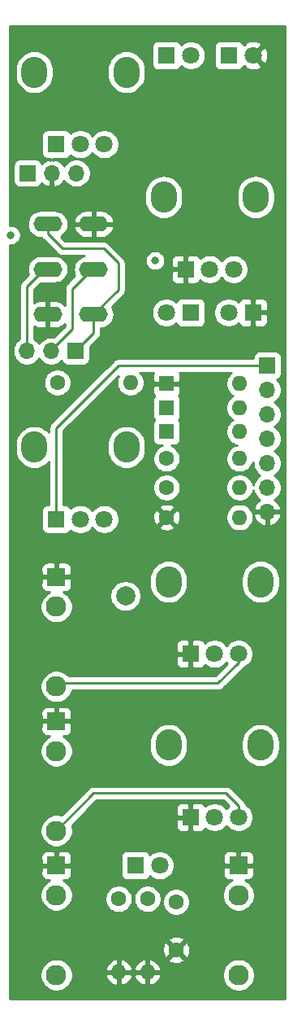
<source format=gbr>
%TF.GenerationSoftware,KiCad,Pcbnew,5.1.9+dfsg1-1~bpo10+1*%
%TF.CreationDate,2022-02-08T03:18:02+08:00*%
%TF.ProjectId,MiniVCF v1.0 - Control,4d696e69-5643-4462-9076-312e30202d20,rev?*%
%TF.SameCoordinates,Original*%
%TF.FileFunction,Copper,L2,Bot*%
%TF.FilePolarity,Positive*%
%FSLAX46Y46*%
G04 Gerber Fmt 4.6, Leading zero omitted, Abs format (unit mm)*
G04 Created by KiCad (PCBNEW 5.1.9+dfsg1-1~bpo10+1) date 2022-02-08 03:18:02*
%MOMM*%
%LPD*%
G01*
G04 APERTURE LIST*
%TA.AperFunction,ComponentPad*%
%ADD10C,2.000000*%
%TD*%
%TA.AperFunction,ComponentPad*%
%ADD11O,3.000000X1.600000*%
%TD*%
%TA.AperFunction,ComponentPad*%
%ADD12R,1.800000X1.800000*%
%TD*%
%TA.AperFunction,ComponentPad*%
%ADD13C,1.800000*%
%TD*%
%TA.AperFunction,ComponentPad*%
%ADD14O,2.720000X3.240000*%
%TD*%
%TA.AperFunction,ComponentPad*%
%ADD15C,1.600000*%
%TD*%
%TA.AperFunction,ComponentPad*%
%ADD16O,1.600000X1.600000*%
%TD*%
%TA.AperFunction,ComponentPad*%
%ADD17R,1.600000X1.600000*%
%TD*%
%TA.AperFunction,ComponentPad*%
%ADD18C,2.130000*%
%TD*%
%TA.AperFunction,ComponentPad*%
%ADD19R,1.930000X1.830000*%
%TD*%
%TA.AperFunction,ComponentPad*%
%ADD20R,1.700000X1.700000*%
%TD*%
%TA.AperFunction,ComponentPad*%
%ADD21O,1.700000X1.700000*%
%TD*%
%TA.AperFunction,ViaPad*%
%ADD22C,0.800000*%
%TD*%
%TA.AperFunction,Conductor*%
%ADD23C,0.250000*%
%TD*%
%TA.AperFunction,Conductor*%
%ADD24C,0.254000*%
%TD*%
%TA.AperFunction,Conductor*%
%ADD25C,0.100000*%
%TD*%
G04 APERTURE END LIST*
D10*
%TO.P,REF\u002A\u002A,1*%
%TO.N,N/C*%
X84709000Y-112980000D03*
%TD*%
D11*
%TO.P,LP_BP_SWITCH1,2*%
%TO.N,A_7*%
X81400000Y-79000000D03*
%TO.P,LP_BP_SWITCH1,1*%
%TO.N,A_8*%
X81400000Y-83700000D03*
%TO.P,LP_BP_SWITCH1,3*%
%TO.N,GND1*%
X81400000Y-74300000D03*
%TO.P,LP_BP_SWITCH1,5*%
%TO.N,A_9*%
X76600000Y-79000000D03*
%TO.P,LP_BP_SWITCH1,4*%
%TO.N,GND1*%
X76600000Y-83700000D03*
%TO.P,LP_BP_SWITCH1,6*%
%TO.N,A_8*%
X76600000Y-74300000D03*
%TD*%
D12*
%TO.P,POST_LPF1,1*%
%TO.N,A_AUDIO_OUT*%
X77500000Y-105000000D03*
D13*
%TO.P,POST_LPF1,3*%
%TO.N,Net-(C14-Pad2)*%
X82500000Y-105000000D03*
%TO.P,POST_LPF1,2*%
X80000000Y-105000000D03*
D14*
%TO.P,POST_LPF1,*%
%TO.N,*%
X84800000Y-97500000D03*
X75200000Y-97500000D03*
%TD*%
D15*
%TO.P,C14,2*%
%TO.N,Net-(C14-Pad2)*%
X90000000Y-144800000D03*
%TO.P,C14,1*%
%TO.N,GND1*%
X90000000Y-149800000D03*
%TD*%
D16*
%TO.P,D7,2*%
%TO.N,A_CV_IN*%
X96620000Y-95900000D03*
D17*
%TO.P,D7,1*%
%TO.N,Net-(D7-Pad1)*%
X89000000Y-95900000D03*
%TD*%
%TO.P,D8,1*%
%TO.N,Net-(D8-Pad1)*%
X89000000Y-93400000D03*
D16*
%TO.P,D8,2*%
%TO.N,Net-(D7-Pad1)*%
X96620000Y-93400000D03*
%TD*%
%TO.P,D9,2*%
%TO.N,Net-(D8-Pad1)*%
X96620000Y-90900000D03*
D17*
%TO.P,D9,1*%
%TO.N,GND1*%
X89000000Y-90900000D03*
%TD*%
D16*
%TO.P,R13,2*%
%TO.N,A_CV_IN*%
X85220000Y-90800000D03*
D15*
%TO.P,R13,1*%
%TO.N,Net-(CUTOFF1-Pad2)*%
X77600000Y-90800000D03*
%TD*%
%TO.P,R14,1*%
%TO.N,Net-(CV_AMT1-Pad2)*%
X89000000Y-98700000D03*
D16*
%TO.P,R14,2*%
%TO.N,A_CV_IN*%
X96620000Y-98700000D03*
%TD*%
%TO.P,R15,2*%
%TO.N,A_CV_IN*%
X96620000Y-104800000D03*
D15*
%TO.P,R15,1*%
%TO.N,GND1*%
X89000000Y-104800000D03*
%TD*%
D16*
%TO.P,R20,2*%
%TO.N,GND1*%
X87000000Y-152120000D03*
D15*
%TO.P,R20,1*%
%TO.N,Net-(C14-Pad2)*%
X87000000Y-144500000D03*
%TD*%
D16*
%TO.P,R22,2*%
%TO.N,A_CV_IN*%
X96620000Y-101700000D03*
D15*
%TO.P,R22,1*%
%TO.N,Net-(CV_AMT2-Pad2)*%
X89000000Y-101700000D03*
%TD*%
D16*
%TO.P,R23,2*%
%TO.N,GND1*%
X84000000Y-152120000D03*
D15*
%TO.P,R23,1*%
%TO.N,Net-(D16-Pad1)*%
X84000000Y-144500000D03*
%TD*%
D12*
%TO.P,CUTOFF1,1*%
%TO.N,POS12V_1*%
X77500000Y-66000000D03*
D13*
%TO.P,CUTOFF1,3*%
%TO.N,NEG12V_1*%
X82500000Y-66000000D03*
%TO.P,CUTOFF1,2*%
%TO.N,Net-(CUTOFF1-Pad2)*%
X80000000Y-66000000D03*
D14*
%TO.P,CUTOFF1,*%
%TO.N,*%
X84800000Y-58500000D03*
X75200000Y-58500000D03*
%TD*%
%TO.P,CV_AMT1,*%
%TO.N,*%
X89200000Y-111500000D03*
X98800000Y-111500000D03*
D13*
%TO.P,CV_AMT1,2*%
%TO.N,Net-(CV_AMT1-Pad2)*%
X94000000Y-119000000D03*
%TO.P,CV_AMT1,3*%
%TO.N,Net-(CV_AMT1-Pad3)*%
X96500000Y-119000000D03*
D12*
%TO.P,CV_AMT1,1*%
%TO.N,GND1*%
X91500000Y-119000000D03*
%TD*%
%TO.P,CV_AMT2,1*%
%TO.N,GND1*%
X91500000Y-136000000D03*
D13*
%TO.P,CV_AMT2,3*%
%TO.N,Net-(CV_AMT2-Pad3)*%
X96500000Y-136000000D03*
%TO.P,CV_AMT2,2*%
%TO.N,Net-(CV_AMT2-Pad2)*%
X94000000Y-136000000D03*
D14*
%TO.P,CV_AMT2,*%
%TO.N,*%
X98800000Y-128500000D03*
X89200000Y-128500000D03*
%TD*%
D13*
%TO.P,D12,2*%
%TO.N,Net-(D12-Pad2)*%
X91540000Y-56750000D03*
D12*
%TO.P,D12,1*%
%TO.N,A_CLIPPING_LEDS*%
X89000000Y-56750000D03*
%TD*%
%TO.P,D13,1*%
%TO.N,Net-(D12-Pad2)*%
X95500000Y-56750000D03*
D13*
%TO.P,D13,2*%
%TO.N,GND1*%
X98040000Y-56750000D03*
%TD*%
%TO.P,D14,2*%
%TO.N,A_CLIPPING_LEDS*%
X88960000Y-83500000D03*
D12*
%TO.P,D14,1*%
%TO.N,Net-(D14-Pad1)*%
X91500000Y-83500000D03*
%TD*%
%TO.P,D15,1*%
%TO.N,GND1*%
X98000000Y-83500000D03*
D13*
%TO.P,D15,2*%
%TO.N,Net-(D14-Pad1)*%
X95460000Y-83500000D03*
%TD*%
D12*
%TO.P,D16,1*%
%TO.N,Net-(D16-Pad1)*%
X85750000Y-141000000D03*
D13*
%TO.P,D16,2*%
%TO.N,POS12V_1*%
X88290000Y-141000000D03*
%TD*%
D18*
%TO.P,J3,T*%
%TO.N,A_AUDIO_IN*%
X77500000Y-152400000D03*
%TO.P,J3,TN*%
%TO.N,N/C*%
X77500000Y-144100000D03*
D19*
%TO.P,J3,S*%
%TO.N,GND1*%
X77500000Y-141000000D03*
%TD*%
D18*
%TO.P,J4,T*%
%TO.N,Net-(CV_AMT1-Pad3)*%
X77500000Y-122400000D03*
%TO.P,J4,TN*%
%TO.N,N/C*%
X77500000Y-114100000D03*
D19*
%TO.P,J4,S*%
%TO.N,GND1*%
X77500000Y-111000000D03*
%TD*%
%TO.P,J5,S*%
%TO.N,GND1*%
X96500000Y-141000000D03*
D18*
%TO.P,J5,TN*%
%TO.N,N/C*%
X96500000Y-144100000D03*
%TO.P,J5,T*%
%TO.N,Net-(C14-Pad2)*%
X96500000Y-152400000D03*
%TD*%
D20*
%TO.P,J6,1*%
%TO.N,POS12V_1*%
X74500000Y-69000000D03*
D21*
%TO.P,J6,2*%
%TO.N,GND1*%
X77040000Y-69000000D03*
%TO.P,J6,3*%
%TO.N,NEG12V_1*%
X79580000Y-69000000D03*
%TD*%
D20*
%TO.P,J9,1*%
%TO.N,A_AUDIO_OUT*%
X99500000Y-89000000D03*
D21*
%TO.P,J9,2*%
%TO.N,A_CLIPPING_LEDS*%
X99500000Y-91540000D03*
%TO.P,J9,3*%
%TO.N,A_CV_IN*%
X99500000Y-94080000D03*
%TO.P,J9,4*%
%TO.N,A_6*%
X99500000Y-96620000D03*
%TO.P,J9,5*%
%TO.N,A_5*%
X99500000Y-99160000D03*
%TO.P,J9,6*%
%TO.N,A_AUDIO_IN*%
X99500000Y-101700000D03*
%TO.P,J9,7*%
%TO.N,GND1*%
X99500000Y-104240000D03*
%TD*%
D19*
%TO.P,J10,S*%
%TO.N,GND1*%
X77500000Y-126000000D03*
D18*
%TO.P,J10,TN*%
%TO.N,N/C*%
X77500000Y-129100000D03*
%TO.P,J10,T*%
%TO.N,Net-(CV_AMT2-Pad3)*%
X77500000Y-137400000D03*
%TD*%
D21*
%TO.P,J11,3*%
%TO.N,A_9*%
X74420000Y-87500000D03*
%TO.P,J11,2*%
%TO.N,A_7*%
X76960000Y-87500000D03*
D20*
%TO.P,J11,1*%
%TO.N,A_8*%
X79500000Y-87500000D03*
%TD*%
D14*
%TO.P,RESO2,*%
%TO.N,*%
X88700000Y-71500000D03*
X98300000Y-71500000D03*
D13*
%TO.P,RESO2,2*%
%TO.N,A_6*%
X93500000Y-79000000D03*
%TO.P,RESO2,3*%
%TO.N,A_5*%
X96000000Y-79000000D03*
D12*
%TO.P,RESO2,1*%
%TO.N,GND1*%
X91000000Y-79000000D03*
%TD*%
D22*
%TO.N,*%
X87800000Y-78100000D03*
%TO.N,Net-(CUTOFF1-Pad2)*%
X72750000Y-75450000D03*
%TO.N,GND1*%
X92000000Y-68500000D03*
X94000000Y-68500000D03*
X93000000Y-71500000D03*
X94000000Y-74000000D03*
X96500000Y-67500000D03*
X97500000Y-65500000D03*
X89500000Y-65500000D03*
X83000000Y-62000000D03*
X81500000Y-61500000D03*
X79000000Y-63500000D03*
X76500000Y-62500000D03*
X82000000Y-58500000D03*
X82000000Y-55500000D03*
X80500000Y-56000000D03*
X77500000Y-55000000D03*
X86500000Y-85500000D03*
X85000000Y-87000000D03*
X87500000Y-87000000D03*
X74000000Y-106000000D03*
X75000000Y-108500000D03*
X74000000Y-110500000D03*
X74000000Y-112500000D03*
X75000000Y-115000000D03*
X73500000Y-121500000D03*
X74500000Y-119000000D03*
X75000000Y-120000000D03*
X79000000Y-117500000D03*
X80000000Y-119000000D03*
X82000000Y-119500000D03*
X82500000Y-116500000D03*
X84963000Y-109093000D03*
X84000000Y-111000000D03*
X83000000Y-109000000D03*
X82000000Y-109000000D03*
X81500000Y-112500000D03*
X91000000Y-108500000D03*
X92000000Y-110500000D03*
X90500000Y-115000000D03*
X88000000Y-117000000D03*
X95500000Y-116000000D03*
X95500000Y-113000000D03*
X97000000Y-116000000D03*
X97500000Y-121000000D03*
X96000000Y-123500000D03*
X94000000Y-125500000D03*
X95500000Y-126000000D03*
X95000000Y-128000000D03*
X95500000Y-130500000D03*
X97000000Y-132000000D03*
X99000000Y-133000000D03*
X93500000Y-139000000D03*
X92500000Y-140000000D03*
X92000000Y-142000000D03*
X94000000Y-143000000D03*
X93000000Y-148000000D03*
X94000000Y-149000000D03*
X93500000Y-150500000D03*
X87500000Y-148000000D03*
X86000000Y-149000000D03*
X84500000Y-148500000D03*
X84000000Y-148000000D03*
X81000000Y-146000000D03*
X82000000Y-150000000D03*
X80000000Y-151500000D03*
X73500000Y-146500000D03*
X74000000Y-149500000D03*
X75000000Y-150500000D03*
X74000000Y-152000000D03*
X74500000Y-143500000D03*
X74500000Y-136000000D03*
X76000000Y-135000000D03*
X74500000Y-132000000D03*
X81000000Y-130500000D03*
X90000000Y-131500000D03*
X99000000Y-138500000D03*
X80700000Y-95400000D03*
X78700000Y-96400000D03*
X80400000Y-102200000D03*
X80000000Y-99700000D03*
X76700000Y-93500000D03*
X75300000Y-92300000D03*
X74800000Y-94100000D03*
X75500000Y-101600000D03*
X74000000Y-73700000D03*
X73500000Y-78800000D03*
X84300000Y-76200000D03*
X84300000Y-74700000D03*
X79500000Y-72600000D03*
X84000000Y-83000000D03*
X87200000Y-76700000D03*
X90400000Y-75700000D03*
X73400000Y-91500000D03*
%TD*%
D23*
%TO.N,Net-(CV_AMT1-Pad3)*%
X77853000Y-122047000D02*
X94353000Y-122047000D01*
X77500000Y-122400000D02*
X77853000Y-122047000D01*
X94353000Y-122047000D02*
X96500000Y-119900000D01*
X96500000Y-119900000D02*
X96500000Y-119000000D01*
%TO.N,Net-(CV_AMT2-Pad3)*%
X96500000Y-134800000D02*
X96500000Y-136000000D01*
X95200000Y-133500000D02*
X96500000Y-134800000D01*
X77500000Y-137400000D02*
X81400000Y-133500000D01*
X81400000Y-133500000D02*
X95200000Y-133500000D01*
%TO.N,A_7*%
X76960000Y-87378000D02*
X76960000Y-87500000D01*
X79121000Y-85217000D02*
X76960000Y-87378000D01*
X79121000Y-81026000D02*
X79121000Y-85217000D01*
X81400000Y-79000000D02*
X81147000Y-79000000D01*
X81147000Y-79000000D02*
X79121000Y-81026000D01*
%TO.N,A_8*%
X83947000Y-81153000D02*
X81400000Y-83700000D01*
X82423000Y-76835000D02*
X83947000Y-78359000D01*
X83947000Y-78359000D02*
X83947000Y-81153000D01*
X78105000Y-76835000D02*
X82423000Y-76835000D01*
X76600000Y-74300000D02*
X76600000Y-75330000D01*
X76600000Y-75330000D02*
X78105000Y-76835000D01*
X81400000Y-85600000D02*
X79500000Y-87500000D01*
X81400000Y-83700000D02*
X81400000Y-85600000D01*
%TO.N,A_9*%
X76600000Y-79000000D02*
X76194000Y-79000000D01*
X74420000Y-80774000D02*
X74420000Y-87500000D01*
X76194000Y-79000000D02*
X74420000Y-80774000D01*
%TO.N,A_AUDIO_OUT*%
X99500000Y-89000000D02*
X84000000Y-89000000D01*
X77500000Y-95500000D02*
X77500000Y-105000000D01*
X84000000Y-89000000D02*
X77500000Y-95500000D01*
%TD*%
D24*
%TO.N,GND1*%
X101340000Y-154840000D02*
X72660000Y-154840000D01*
X72660000Y-152232565D01*
X75800000Y-152232565D01*
X75800000Y-152567435D01*
X75865330Y-152895872D01*
X75993479Y-153205252D01*
X76179523Y-153483687D01*
X76416313Y-153720477D01*
X76694748Y-153906521D01*
X77004128Y-154034670D01*
X77332565Y-154100000D01*
X77667435Y-154100000D01*
X77995872Y-154034670D01*
X78305252Y-153906521D01*
X78583687Y-153720477D01*
X78820477Y-153483687D01*
X79006521Y-153205252D01*
X79134670Y-152895872D01*
X79200000Y-152567435D01*
X79200000Y-152469040D01*
X82608091Y-152469040D01*
X82702930Y-152733881D01*
X82847615Y-152975131D01*
X83036586Y-153183519D01*
X83262580Y-153351037D01*
X83516913Y-153471246D01*
X83650961Y-153511904D01*
X83873000Y-153389915D01*
X83873000Y-152247000D01*
X84127000Y-152247000D01*
X84127000Y-153389915D01*
X84349039Y-153511904D01*
X84483087Y-153471246D01*
X84737420Y-153351037D01*
X84963414Y-153183519D01*
X85152385Y-152975131D01*
X85297070Y-152733881D01*
X85391909Y-152469040D01*
X85608091Y-152469040D01*
X85702930Y-152733881D01*
X85847615Y-152975131D01*
X86036586Y-153183519D01*
X86262580Y-153351037D01*
X86516913Y-153471246D01*
X86650961Y-153511904D01*
X86873000Y-153389915D01*
X86873000Y-152247000D01*
X87127000Y-152247000D01*
X87127000Y-153389915D01*
X87349039Y-153511904D01*
X87483087Y-153471246D01*
X87737420Y-153351037D01*
X87963414Y-153183519D01*
X88152385Y-152975131D01*
X88297070Y-152733881D01*
X88391909Y-152469040D01*
X88270624Y-152247000D01*
X87127000Y-152247000D01*
X86873000Y-152247000D01*
X85729376Y-152247000D01*
X85608091Y-152469040D01*
X85391909Y-152469040D01*
X85270624Y-152247000D01*
X84127000Y-152247000D01*
X83873000Y-152247000D01*
X82729376Y-152247000D01*
X82608091Y-152469040D01*
X79200000Y-152469040D01*
X79200000Y-152232565D01*
X94800000Y-152232565D01*
X94800000Y-152567435D01*
X94865330Y-152895872D01*
X94993479Y-153205252D01*
X95179523Y-153483687D01*
X95416313Y-153720477D01*
X95694748Y-153906521D01*
X96004128Y-154034670D01*
X96332565Y-154100000D01*
X96667435Y-154100000D01*
X96995872Y-154034670D01*
X97305252Y-153906521D01*
X97583687Y-153720477D01*
X97820477Y-153483687D01*
X98006521Y-153205252D01*
X98134670Y-152895872D01*
X98200000Y-152567435D01*
X98200000Y-152232565D01*
X98134670Y-151904128D01*
X98006521Y-151594748D01*
X97820477Y-151316313D01*
X97583687Y-151079523D01*
X97305252Y-150893479D01*
X96995872Y-150765330D01*
X96667435Y-150700000D01*
X96332565Y-150700000D01*
X96004128Y-150765330D01*
X95694748Y-150893479D01*
X95416313Y-151079523D01*
X95179523Y-151316313D01*
X94993479Y-151594748D01*
X94865330Y-151904128D01*
X94800000Y-152232565D01*
X79200000Y-152232565D01*
X79134670Y-151904128D01*
X79079511Y-151770960D01*
X82608091Y-151770960D01*
X82729376Y-151993000D01*
X83873000Y-151993000D01*
X83873000Y-150850085D01*
X84127000Y-150850085D01*
X84127000Y-151993000D01*
X85270624Y-151993000D01*
X85391909Y-151770960D01*
X85608091Y-151770960D01*
X85729376Y-151993000D01*
X86873000Y-151993000D01*
X86873000Y-150850085D01*
X87127000Y-150850085D01*
X87127000Y-151993000D01*
X88270624Y-151993000D01*
X88391909Y-151770960D01*
X88297070Y-151506119D01*
X88152385Y-151264869D01*
X87963414Y-151056481D01*
X87737420Y-150888963D01*
X87533756Y-150792702D01*
X89186903Y-150792702D01*
X89258486Y-151036671D01*
X89513996Y-151157571D01*
X89788184Y-151226300D01*
X90070512Y-151240217D01*
X90350130Y-151198787D01*
X90616292Y-151103603D01*
X90741514Y-151036671D01*
X90813097Y-150792702D01*
X90000000Y-149979605D01*
X89186903Y-150792702D01*
X87533756Y-150792702D01*
X87483087Y-150768754D01*
X87349039Y-150728096D01*
X87127000Y-150850085D01*
X86873000Y-150850085D01*
X86650961Y-150728096D01*
X86516913Y-150768754D01*
X86262580Y-150888963D01*
X86036586Y-151056481D01*
X85847615Y-151264869D01*
X85702930Y-151506119D01*
X85608091Y-151770960D01*
X85391909Y-151770960D01*
X85297070Y-151506119D01*
X85152385Y-151264869D01*
X84963414Y-151056481D01*
X84737420Y-150888963D01*
X84483087Y-150768754D01*
X84349039Y-150728096D01*
X84127000Y-150850085D01*
X83873000Y-150850085D01*
X83650961Y-150728096D01*
X83516913Y-150768754D01*
X83262580Y-150888963D01*
X83036586Y-151056481D01*
X82847615Y-151264869D01*
X82702930Y-151506119D01*
X82608091Y-151770960D01*
X79079511Y-151770960D01*
X79006521Y-151594748D01*
X78820477Y-151316313D01*
X78583687Y-151079523D01*
X78305252Y-150893479D01*
X77995872Y-150765330D01*
X77667435Y-150700000D01*
X77332565Y-150700000D01*
X77004128Y-150765330D01*
X76694748Y-150893479D01*
X76416313Y-151079523D01*
X76179523Y-151316313D01*
X75993479Y-151594748D01*
X75865330Y-151904128D01*
X75800000Y-152232565D01*
X72660000Y-152232565D01*
X72660000Y-149870512D01*
X88559783Y-149870512D01*
X88601213Y-150150130D01*
X88696397Y-150416292D01*
X88763329Y-150541514D01*
X89007298Y-150613097D01*
X89820395Y-149800000D01*
X90179605Y-149800000D01*
X90992702Y-150613097D01*
X91236671Y-150541514D01*
X91357571Y-150286004D01*
X91426300Y-150011816D01*
X91440217Y-149729488D01*
X91398787Y-149449870D01*
X91303603Y-149183708D01*
X91236671Y-149058486D01*
X90992702Y-148986903D01*
X90179605Y-149800000D01*
X89820395Y-149800000D01*
X89007298Y-148986903D01*
X88763329Y-149058486D01*
X88642429Y-149313996D01*
X88573700Y-149588184D01*
X88559783Y-149870512D01*
X72660000Y-149870512D01*
X72660000Y-148807298D01*
X89186903Y-148807298D01*
X90000000Y-149620395D01*
X90813097Y-148807298D01*
X90741514Y-148563329D01*
X90486004Y-148442429D01*
X90211816Y-148373700D01*
X89929488Y-148359783D01*
X89649870Y-148401213D01*
X89383708Y-148496397D01*
X89258486Y-148563329D01*
X89186903Y-148807298D01*
X72660000Y-148807298D01*
X72660000Y-143932565D01*
X75800000Y-143932565D01*
X75800000Y-144267435D01*
X75865330Y-144595872D01*
X75993479Y-144905252D01*
X76179523Y-145183687D01*
X76416313Y-145420477D01*
X76694748Y-145606521D01*
X77004128Y-145734670D01*
X77332565Y-145800000D01*
X77667435Y-145800000D01*
X77995872Y-145734670D01*
X78305252Y-145606521D01*
X78583687Y-145420477D01*
X78820477Y-145183687D01*
X79006521Y-144905252D01*
X79134670Y-144595872D01*
X79181853Y-144358665D01*
X82565000Y-144358665D01*
X82565000Y-144641335D01*
X82620147Y-144918574D01*
X82728320Y-145179727D01*
X82885363Y-145414759D01*
X83085241Y-145614637D01*
X83320273Y-145771680D01*
X83581426Y-145879853D01*
X83858665Y-145935000D01*
X84141335Y-145935000D01*
X84418574Y-145879853D01*
X84679727Y-145771680D01*
X84914759Y-145614637D01*
X85114637Y-145414759D01*
X85271680Y-145179727D01*
X85379853Y-144918574D01*
X85435000Y-144641335D01*
X85435000Y-144358665D01*
X85565000Y-144358665D01*
X85565000Y-144641335D01*
X85620147Y-144918574D01*
X85728320Y-145179727D01*
X85885363Y-145414759D01*
X86085241Y-145614637D01*
X86320273Y-145771680D01*
X86581426Y-145879853D01*
X86858665Y-145935000D01*
X87141335Y-145935000D01*
X87418574Y-145879853D01*
X87679727Y-145771680D01*
X87914759Y-145614637D01*
X88114637Y-145414759D01*
X88271680Y-145179727D01*
X88379853Y-144918574D01*
X88431552Y-144658665D01*
X88565000Y-144658665D01*
X88565000Y-144941335D01*
X88620147Y-145218574D01*
X88728320Y-145479727D01*
X88885363Y-145714759D01*
X89085241Y-145914637D01*
X89320273Y-146071680D01*
X89581426Y-146179853D01*
X89858665Y-146235000D01*
X90141335Y-146235000D01*
X90418574Y-146179853D01*
X90679727Y-146071680D01*
X90914759Y-145914637D01*
X91114637Y-145714759D01*
X91271680Y-145479727D01*
X91379853Y-145218574D01*
X91435000Y-144941335D01*
X91435000Y-144658665D01*
X91379853Y-144381426D01*
X91271680Y-144120273D01*
X91146258Y-143932565D01*
X94800000Y-143932565D01*
X94800000Y-144267435D01*
X94865330Y-144595872D01*
X94993479Y-144905252D01*
X95179523Y-145183687D01*
X95416313Y-145420477D01*
X95694748Y-145606521D01*
X96004128Y-145734670D01*
X96332565Y-145800000D01*
X96667435Y-145800000D01*
X96995872Y-145734670D01*
X97305252Y-145606521D01*
X97583687Y-145420477D01*
X97820477Y-145183687D01*
X98006521Y-144905252D01*
X98134670Y-144595872D01*
X98200000Y-144267435D01*
X98200000Y-143932565D01*
X98134670Y-143604128D01*
X98006521Y-143294748D01*
X97820477Y-143016313D01*
X97583687Y-142779523D01*
X97305252Y-142593479D01*
X97204860Y-142551895D01*
X97465000Y-142553072D01*
X97589482Y-142540812D01*
X97709180Y-142504502D01*
X97819494Y-142445537D01*
X97916185Y-142366185D01*
X97995537Y-142269494D01*
X98054502Y-142159180D01*
X98090812Y-142039482D01*
X98103072Y-141915000D01*
X98100000Y-141285750D01*
X97941250Y-141127000D01*
X96627000Y-141127000D01*
X96627000Y-141147000D01*
X96373000Y-141147000D01*
X96373000Y-141127000D01*
X95058750Y-141127000D01*
X94900000Y-141285750D01*
X94896928Y-141915000D01*
X94909188Y-142039482D01*
X94945498Y-142159180D01*
X95004463Y-142269494D01*
X95083815Y-142366185D01*
X95180506Y-142445537D01*
X95290820Y-142504502D01*
X95410518Y-142540812D01*
X95535000Y-142553072D01*
X95795140Y-142551895D01*
X95694748Y-142593479D01*
X95416313Y-142779523D01*
X95179523Y-143016313D01*
X94993479Y-143294748D01*
X94865330Y-143604128D01*
X94800000Y-143932565D01*
X91146258Y-143932565D01*
X91114637Y-143885241D01*
X90914759Y-143685363D01*
X90679727Y-143528320D01*
X90418574Y-143420147D01*
X90141335Y-143365000D01*
X89858665Y-143365000D01*
X89581426Y-143420147D01*
X89320273Y-143528320D01*
X89085241Y-143685363D01*
X88885363Y-143885241D01*
X88728320Y-144120273D01*
X88620147Y-144381426D01*
X88565000Y-144658665D01*
X88431552Y-144658665D01*
X88435000Y-144641335D01*
X88435000Y-144358665D01*
X88379853Y-144081426D01*
X88271680Y-143820273D01*
X88114637Y-143585241D01*
X87914759Y-143385363D01*
X87679727Y-143228320D01*
X87418574Y-143120147D01*
X87141335Y-143065000D01*
X86858665Y-143065000D01*
X86581426Y-143120147D01*
X86320273Y-143228320D01*
X86085241Y-143385363D01*
X85885363Y-143585241D01*
X85728320Y-143820273D01*
X85620147Y-144081426D01*
X85565000Y-144358665D01*
X85435000Y-144358665D01*
X85379853Y-144081426D01*
X85271680Y-143820273D01*
X85114637Y-143585241D01*
X84914759Y-143385363D01*
X84679727Y-143228320D01*
X84418574Y-143120147D01*
X84141335Y-143065000D01*
X83858665Y-143065000D01*
X83581426Y-143120147D01*
X83320273Y-143228320D01*
X83085241Y-143385363D01*
X82885363Y-143585241D01*
X82728320Y-143820273D01*
X82620147Y-144081426D01*
X82565000Y-144358665D01*
X79181853Y-144358665D01*
X79200000Y-144267435D01*
X79200000Y-143932565D01*
X79134670Y-143604128D01*
X79006521Y-143294748D01*
X78820477Y-143016313D01*
X78583687Y-142779523D01*
X78305252Y-142593479D01*
X78204860Y-142551895D01*
X78465000Y-142553072D01*
X78589482Y-142540812D01*
X78709180Y-142504502D01*
X78819494Y-142445537D01*
X78916185Y-142366185D01*
X78995537Y-142269494D01*
X79054502Y-142159180D01*
X79090812Y-142039482D01*
X79103072Y-141915000D01*
X79100000Y-141285750D01*
X78941250Y-141127000D01*
X77627000Y-141127000D01*
X77627000Y-141147000D01*
X77373000Y-141147000D01*
X77373000Y-141127000D01*
X76058750Y-141127000D01*
X75900000Y-141285750D01*
X75896928Y-141915000D01*
X75909188Y-142039482D01*
X75945498Y-142159180D01*
X76004463Y-142269494D01*
X76083815Y-142366185D01*
X76180506Y-142445537D01*
X76290820Y-142504502D01*
X76410518Y-142540812D01*
X76535000Y-142553072D01*
X76795140Y-142551895D01*
X76694748Y-142593479D01*
X76416313Y-142779523D01*
X76179523Y-143016313D01*
X75993479Y-143294748D01*
X75865330Y-143604128D01*
X75800000Y-143932565D01*
X72660000Y-143932565D01*
X72660000Y-140085000D01*
X75896928Y-140085000D01*
X75900000Y-140714250D01*
X76058750Y-140873000D01*
X77373000Y-140873000D01*
X77373000Y-139608750D01*
X77627000Y-139608750D01*
X77627000Y-140873000D01*
X78941250Y-140873000D01*
X79100000Y-140714250D01*
X79102998Y-140100000D01*
X84211928Y-140100000D01*
X84211928Y-141900000D01*
X84224188Y-142024482D01*
X84260498Y-142144180D01*
X84319463Y-142254494D01*
X84398815Y-142351185D01*
X84495506Y-142430537D01*
X84605820Y-142489502D01*
X84725518Y-142525812D01*
X84850000Y-142538072D01*
X86650000Y-142538072D01*
X86774482Y-142525812D01*
X86894180Y-142489502D01*
X87004494Y-142430537D01*
X87101185Y-142351185D01*
X87180537Y-142254494D01*
X87239502Y-142144180D01*
X87245056Y-142125873D01*
X87311495Y-142192312D01*
X87562905Y-142360299D01*
X87842257Y-142476011D01*
X88138816Y-142535000D01*
X88441184Y-142535000D01*
X88737743Y-142476011D01*
X89017095Y-142360299D01*
X89268505Y-142192312D01*
X89482312Y-141978505D01*
X89650299Y-141727095D01*
X89766011Y-141447743D01*
X89825000Y-141151184D01*
X89825000Y-140848816D01*
X89766011Y-140552257D01*
X89650299Y-140272905D01*
X89524745Y-140085000D01*
X94896928Y-140085000D01*
X94900000Y-140714250D01*
X95058750Y-140873000D01*
X96373000Y-140873000D01*
X96373000Y-139608750D01*
X96627000Y-139608750D01*
X96627000Y-140873000D01*
X97941250Y-140873000D01*
X98100000Y-140714250D01*
X98103072Y-140085000D01*
X98090812Y-139960518D01*
X98054502Y-139840820D01*
X97995537Y-139730506D01*
X97916185Y-139633815D01*
X97819494Y-139554463D01*
X97709180Y-139495498D01*
X97589482Y-139459188D01*
X97465000Y-139446928D01*
X96785750Y-139450000D01*
X96627000Y-139608750D01*
X96373000Y-139608750D01*
X96214250Y-139450000D01*
X95535000Y-139446928D01*
X95410518Y-139459188D01*
X95290820Y-139495498D01*
X95180506Y-139554463D01*
X95083815Y-139633815D01*
X95004463Y-139730506D01*
X94945498Y-139840820D01*
X94909188Y-139960518D01*
X94896928Y-140085000D01*
X89524745Y-140085000D01*
X89482312Y-140021495D01*
X89268505Y-139807688D01*
X89017095Y-139639701D01*
X88737743Y-139523989D01*
X88441184Y-139465000D01*
X88138816Y-139465000D01*
X87842257Y-139523989D01*
X87562905Y-139639701D01*
X87311495Y-139807688D01*
X87245056Y-139874127D01*
X87239502Y-139855820D01*
X87180537Y-139745506D01*
X87101185Y-139648815D01*
X87004494Y-139569463D01*
X86894180Y-139510498D01*
X86774482Y-139474188D01*
X86650000Y-139461928D01*
X84850000Y-139461928D01*
X84725518Y-139474188D01*
X84605820Y-139510498D01*
X84495506Y-139569463D01*
X84398815Y-139648815D01*
X84319463Y-139745506D01*
X84260498Y-139855820D01*
X84224188Y-139975518D01*
X84211928Y-140100000D01*
X79102998Y-140100000D01*
X79103072Y-140085000D01*
X79090812Y-139960518D01*
X79054502Y-139840820D01*
X78995537Y-139730506D01*
X78916185Y-139633815D01*
X78819494Y-139554463D01*
X78709180Y-139495498D01*
X78589482Y-139459188D01*
X78465000Y-139446928D01*
X77785750Y-139450000D01*
X77627000Y-139608750D01*
X77373000Y-139608750D01*
X77214250Y-139450000D01*
X76535000Y-139446928D01*
X76410518Y-139459188D01*
X76290820Y-139495498D01*
X76180506Y-139554463D01*
X76083815Y-139633815D01*
X76004463Y-139730506D01*
X75945498Y-139840820D01*
X75909188Y-139960518D01*
X75896928Y-140085000D01*
X72660000Y-140085000D01*
X72660000Y-137232565D01*
X75800000Y-137232565D01*
X75800000Y-137567435D01*
X75865330Y-137895872D01*
X75993479Y-138205252D01*
X76179523Y-138483687D01*
X76416313Y-138720477D01*
X76694748Y-138906521D01*
X77004128Y-139034670D01*
X77332565Y-139100000D01*
X77667435Y-139100000D01*
X77995872Y-139034670D01*
X78305252Y-138906521D01*
X78583687Y-138720477D01*
X78820477Y-138483687D01*
X79006521Y-138205252D01*
X79134670Y-137895872D01*
X79200000Y-137567435D01*
X79200000Y-137232565D01*
X79134670Y-136904128D01*
X79132961Y-136900000D01*
X89961928Y-136900000D01*
X89974188Y-137024482D01*
X90010498Y-137144180D01*
X90069463Y-137254494D01*
X90148815Y-137351185D01*
X90245506Y-137430537D01*
X90355820Y-137489502D01*
X90475518Y-137525812D01*
X90600000Y-137538072D01*
X91214250Y-137535000D01*
X91373000Y-137376250D01*
X91373000Y-136127000D01*
X90123750Y-136127000D01*
X89965000Y-136285750D01*
X89961928Y-136900000D01*
X79132961Y-136900000D01*
X79115926Y-136858875D01*
X80874801Y-135100000D01*
X89961928Y-135100000D01*
X89965000Y-135714250D01*
X90123750Y-135873000D01*
X91373000Y-135873000D01*
X91373000Y-134623750D01*
X91214250Y-134465000D01*
X90600000Y-134461928D01*
X90475518Y-134474188D01*
X90355820Y-134510498D01*
X90245506Y-134569463D01*
X90148815Y-134648815D01*
X90069463Y-134745506D01*
X90010498Y-134855820D01*
X89974188Y-134975518D01*
X89961928Y-135100000D01*
X80874801Y-135100000D01*
X81714802Y-134260000D01*
X94885199Y-134260000D01*
X95477191Y-134851992D01*
X95307688Y-135021495D01*
X95250000Y-135107831D01*
X95192312Y-135021495D01*
X94978505Y-134807688D01*
X94727095Y-134639701D01*
X94447743Y-134523989D01*
X94151184Y-134465000D01*
X93848816Y-134465000D01*
X93552257Y-134523989D01*
X93272905Y-134639701D01*
X93021495Y-134807688D01*
X92983880Y-134845303D01*
X92930537Y-134745506D01*
X92851185Y-134648815D01*
X92754494Y-134569463D01*
X92644180Y-134510498D01*
X92524482Y-134474188D01*
X92400000Y-134461928D01*
X91785750Y-134465000D01*
X91627000Y-134623750D01*
X91627000Y-135873000D01*
X91647000Y-135873000D01*
X91647000Y-136127000D01*
X91627000Y-136127000D01*
X91627000Y-137376250D01*
X91785750Y-137535000D01*
X92400000Y-137538072D01*
X92524482Y-137525812D01*
X92644180Y-137489502D01*
X92754494Y-137430537D01*
X92851185Y-137351185D01*
X92930537Y-137254494D01*
X92983880Y-137154697D01*
X93021495Y-137192312D01*
X93272905Y-137360299D01*
X93552257Y-137476011D01*
X93848816Y-137535000D01*
X94151184Y-137535000D01*
X94447743Y-137476011D01*
X94727095Y-137360299D01*
X94978505Y-137192312D01*
X95192312Y-136978505D01*
X95250000Y-136892169D01*
X95307688Y-136978505D01*
X95521495Y-137192312D01*
X95772905Y-137360299D01*
X96052257Y-137476011D01*
X96348816Y-137535000D01*
X96651184Y-137535000D01*
X96947743Y-137476011D01*
X97227095Y-137360299D01*
X97478505Y-137192312D01*
X97692312Y-136978505D01*
X97860299Y-136727095D01*
X97976011Y-136447743D01*
X98035000Y-136151184D01*
X98035000Y-135848816D01*
X97976011Y-135552257D01*
X97860299Y-135272905D01*
X97692312Y-135021495D01*
X97478505Y-134807688D01*
X97249354Y-134654574D01*
X97249003Y-134651014D01*
X97205546Y-134507753D01*
X97134974Y-134375724D01*
X97040001Y-134259999D01*
X97011004Y-134236202D01*
X95763804Y-132989003D01*
X95740001Y-132959999D01*
X95624276Y-132865026D01*
X95492247Y-132794454D01*
X95348986Y-132750997D01*
X95237333Y-132740000D01*
X95237322Y-132740000D01*
X95200000Y-132736324D01*
X95162678Y-132740000D01*
X81437323Y-132740000D01*
X81400000Y-132736324D01*
X81362677Y-132740000D01*
X81362667Y-132740000D01*
X81251014Y-132750997D01*
X81107753Y-132794454D01*
X80975723Y-132865026D01*
X80892083Y-132933668D01*
X80859999Y-132959999D01*
X80836201Y-132988997D01*
X78041125Y-135784074D01*
X77995872Y-135765330D01*
X77667435Y-135700000D01*
X77332565Y-135700000D01*
X77004128Y-135765330D01*
X76694748Y-135893479D01*
X76416313Y-136079523D01*
X76179523Y-136316313D01*
X75993479Y-136594748D01*
X75865330Y-136904128D01*
X75800000Y-137232565D01*
X72660000Y-137232565D01*
X72660000Y-128932565D01*
X75800000Y-128932565D01*
X75800000Y-129267435D01*
X75865330Y-129595872D01*
X75993479Y-129905252D01*
X76179523Y-130183687D01*
X76416313Y-130420477D01*
X76694748Y-130606521D01*
X77004128Y-130734670D01*
X77332565Y-130800000D01*
X77667435Y-130800000D01*
X77995872Y-130734670D01*
X78305252Y-130606521D01*
X78583687Y-130420477D01*
X78820477Y-130183687D01*
X79006521Y-129905252D01*
X79134670Y-129595872D01*
X79200000Y-129267435D01*
X79200000Y-128932565D01*
X79134670Y-128604128D01*
X79006521Y-128294748D01*
X78904460Y-128142002D01*
X87205000Y-128142002D01*
X87205000Y-128857997D01*
X87233867Y-129151087D01*
X87347943Y-129527146D01*
X87533193Y-129873725D01*
X87782497Y-130177503D01*
X88086275Y-130426807D01*
X88432853Y-130612057D01*
X88808912Y-130726133D01*
X89200000Y-130764652D01*
X89591087Y-130726133D01*
X89967146Y-130612057D01*
X90313725Y-130426807D01*
X90617503Y-130177503D01*
X90866807Y-129873725D01*
X91052057Y-129527147D01*
X91166133Y-129151088D01*
X91195000Y-128857998D01*
X91195000Y-128142003D01*
X91195000Y-128142002D01*
X96805000Y-128142002D01*
X96805000Y-128857997D01*
X96833867Y-129151087D01*
X96947943Y-129527146D01*
X97133193Y-129873725D01*
X97382497Y-130177503D01*
X97686275Y-130426807D01*
X98032853Y-130612057D01*
X98408912Y-130726133D01*
X98800000Y-130764652D01*
X99191087Y-130726133D01*
X99567146Y-130612057D01*
X99913725Y-130426807D01*
X100217503Y-130177503D01*
X100466807Y-129873725D01*
X100652057Y-129527147D01*
X100766133Y-129151088D01*
X100795000Y-128857998D01*
X100795000Y-128142003D01*
X100766133Y-127848913D01*
X100652057Y-127472853D01*
X100466807Y-127126275D01*
X100217503Y-126822497D01*
X99913725Y-126573193D01*
X99567147Y-126387943D01*
X99191088Y-126273867D01*
X98800000Y-126235348D01*
X98408913Y-126273867D01*
X98032854Y-126387943D01*
X97686276Y-126573193D01*
X97382498Y-126822497D01*
X97133193Y-127126275D01*
X96947943Y-127472853D01*
X96833867Y-127848912D01*
X96805000Y-128142002D01*
X91195000Y-128142002D01*
X91166133Y-127848913D01*
X91052057Y-127472853D01*
X90866807Y-127126275D01*
X90617503Y-126822497D01*
X90313725Y-126573193D01*
X89967147Y-126387943D01*
X89591088Y-126273867D01*
X89200000Y-126235348D01*
X88808913Y-126273867D01*
X88432854Y-126387943D01*
X88086276Y-126573193D01*
X87782498Y-126822497D01*
X87533193Y-127126275D01*
X87347943Y-127472853D01*
X87233867Y-127848912D01*
X87205000Y-128142002D01*
X78904460Y-128142002D01*
X78820477Y-128016313D01*
X78583687Y-127779523D01*
X78305252Y-127593479D01*
X78204860Y-127551895D01*
X78465000Y-127553072D01*
X78589482Y-127540812D01*
X78709180Y-127504502D01*
X78819494Y-127445537D01*
X78916185Y-127366185D01*
X78995537Y-127269494D01*
X79054502Y-127159180D01*
X79090812Y-127039482D01*
X79103072Y-126915000D01*
X79100000Y-126285750D01*
X78941250Y-126127000D01*
X77627000Y-126127000D01*
X77627000Y-126147000D01*
X77373000Y-126147000D01*
X77373000Y-126127000D01*
X76058750Y-126127000D01*
X75900000Y-126285750D01*
X75896928Y-126915000D01*
X75909188Y-127039482D01*
X75945498Y-127159180D01*
X76004463Y-127269494D01*
X76083815Y-127366185D01*
X76180506Y-127445537D01*
X76290820Y-127504502D01*
X76410518Y-127540812D01*
X76535000Y-127553072D01*
X76795140Y-127551895D01*
X76694748Y-127593479D01*
X76416313Y-127779523D01*
X76179523Y-128016313D01*
X75993479Y-128294748D01*
X75865330Y-128604128D01*
X75800000Y-128932565D01*
X72660000Y-128932565D01*
X72660000Y-125085000D01*
X75896928Y-125085000D01*
X75900000Y-125714250D01*
X76058750Y-125873000D01*
X77373000Y-125873000D01*
X77373000Y-124608750D01*
X77627000Y-124608750D01*
X77627000Y-125873000D01*
X78941250Y-125873000D01*
X79100000Y-125714250D01*
X79103072Y-125085000D01*
X79090812Y-124960518D01*
X79054502Y-124840820D01*
X78995537Y-124730506D01*
X78916185Y-124633815D01*
X78819494Y-124554463D01*
X78709180Y-124495498D01*
X78589482Y-124459188D01*
X78465000Y-124446928D01*
X77785750Y-124450000D01*
X77627000Y-124608750D01*
X77373000Y-124608750D01*
X77214250Y-124450000D01*
X76535000Y-124446928D01*
X76410518Y-124459188D01*
X76290820Y-124495498D01*
X76180506Y-124554463D01*
X76083815Y-124633815D01*
X76004463Y-124730506D01*
X75945498Y-124840820D01*
X75909188Y-124960518D01*
X75896928Y-125085000D01*
X72660000Y-125085000D01*
X72660000Y-122232565D01*
X75800000Y-122232565D01*
X75800000Y-122567435D01*
X75865330Y-122895872D01*
X75993479Y-123205252D01*
X76179523Y-123483687D01*
X76416313Y-123720477D01*
X76694748Y-123906521D01*
X77004128Y-124034670D01*
X77332565Y-124100000D01*
X77667435Y-124100000D01*
X77995872Y-124034670D01*
X78305252Y-123906521D01*
X78583687Y-123720477D01*
X78820477Y-123483687D01*
X79006521Y-123205252D01*
X79134670Y-122895872D01*
X79152348Y-122807000D01*
X94315678Y-122807000D01*
X94353000Y-122810676D01*
X94390322Y-122807000D01*
X94390333Y-122807000D01*
X94501986Y-122796003D01*
X94645247Y-122752546D01*
X94777276Y-122681974D01*
X94893001Y-122587001D01*
X94916804Y-122557997D01*
X97011004Y-120463798D01*
X97040001Y-120440001D01*
X97042742Y-120436661D01*
X97227095Y-120360299D01*
X97478505Y-120192312D01*
X97692312Y-119978505D01*
X97860299Y-119727095D01*
X97976011Y-119447743D01*
X98035000Y-119151184D01*
X98035000Y-118848816D01*
X97976011Y-118552257D01*
X97860299Y-118272905D01*
X97692312Y-118021495D01*
X97478505Y-117807688D01*
X97227095Y-117639701D01*
X96947743Y-117523989D01*
X96651184Y-117465000D01*
X96348816Y-117465000D01*
X96052257Y-117523989D01*
X95772905Y-117639701D01*
X95521495Y-117807688D01*
X95307688Y-118021495D01*
X95250000Y-118107831D01*
X95192312Y-118021495D01*
X94978505Y-117807688D01*
X94727095Y-117639701D01*
X94447743Y-117523989D01*
X94151184Y-117465000D01*
X93848816Y-117465000D01*
X93552257Y-117523989D01*
X93272905Y-117639701D01*
X93021495Y-117807688D01*
X92983880Y-117845303D01*
X92930537Y-117745506D01*
X92851185Y-117648815D01*
X92754494Y-117569463D01*
X92644180Y-117510498D01*
X92524482Y-117474188D01*
X92400000Y-117461928D01*
X91785750Y-117465000D01*
X91627000Y-117623750D01*
X91627000Y-118873000D01*
X91647000Y-118873000D01*
X91647000Y-119127000D01*
X91627000Y-119127000D01*
X91627000Y-120376250D01*
X91785750Y-120535000D01*
X92400000Y-120538072D01*
X92524482Y-120525812D01*
X92644180Y-120489502D01*
X92754494Y-120430537D01*
X92851185Y-120351185D01*
X92930537Y-120254494D01*
X92983880Y-120154697D01*
X93021495Y-120192312D01*
X93272905Y-120360299D01*
X93552257Y-120476011D01*
X93848816Y-120535000D01*
X94151184Y-120535000D01*
X94447743Y-120476011D01*
X94727095Y-120360299D01*
X94978505Y-120192312D01*
X95192312Y-119978505D01*
X95250000Y-119892169D01*
X95307688Y-119978505D01*
X95327191Y-119998008D01*
X94038199Y-121287000D01*
X78791164Y-121287000D01*
X78583687Y-121079523D01*
X78305252Y-120893479D01*
X77995872Y-120765330D01*
X77667435Y-120700000D01*
X77332565Y-120700000D01*
X77004128Y-120765330D01*
X76694748Y-120893479D01*
X76416313Y-121079523D01*
X76179523Y-121316313D01*
X75993479Y-121594748D01*
X75865330Y-121904128D01*
X75800000Y-122232565D01*
X72660000Y-122232565D01*
X72660000Y-119900000D01*
X89961928Y-119900000D01*
X89974188Y-120024482D01*
X90010498Y-120144180D01*
X90069463Y-120254494D01*
X90148815Y-120351185D01*
X90245506Y-120430537D01*
X90355820Y-120489502D01*
X90475518Y-120525812D01*
X90600000Y-120538072D01*
X91214250Y-120535000D01*
X91373000Y-120376250D01*
X91373000Y-119127000D01*
X90123750Y-119127000D01*
X89965000Y-119285750D01*
X89961928Y-119900000D01*
X72660000Y-119900000D01*
X72660000Y-118100000D01*
X89961928Y-118100000D01*
X89965000Y-118714250D01*
X90123750Y-118873000D01*
X91373000Y-118873000D01*
X91373000Y-117623750D01*
X91214250Y-117465000D01*
X90600000Y-117461928D01*
X90475518Y-117474188D01*
X90355820Y-117510498D01*
X90245506Y-117569463D01*
X90148815Y-117648815D01*
X90069463Y-117745506D01*
X90010498Y-117855820D01*
X89974188Y-117975518D01*
X89961928Y-118100000D01*
X72660000Y-118100000D01*
X72660000Y-113932565D01*
X75800000Y-113932565D01*
X75800000Y-114267435D01*
X75865330Y-114595872D01*
X75993479Y-114905252D01*
X76179523Y-115183687D01*
X76416313Y-115420477D01*
X76694748Y-115606521D01*
X77004128Y-115734670D01*
X77332565Y-115800000D01*
X77667435Y-115800000D01*
X77995872Y-115734670D01*
X78305252Y-115606521D01*
X78583687Y-115420477D01*
X78820477Y-115183687D01*
X79006521Y-114905252D01*
X79134670Y-114595872D01*
X79200000Y-114267435D01*
X79200000Y-113932565D01*
X79134670Y-113604128D01*
X79006521Y-113294748D01*
X78820477Y-113016313D01*
X78623131Y-112818967D01*
X83074000Y-112818967D01*
X83074000Y-113141033D01*
X83136832Y-113456912D01*
X83260082Y-113754463D01*
X83439013Y-114022252D01*
X83666748Y-114249987D01*
X83934537Y-114428918D01*
X84232088Y-114552168D01*
X84547967Y-114615000D01*
X84870033Y-114615000D01*
X85185912Y-114552168D01*
X85483463Y-114428918D01*
X85751252Y-114249987D01*
X85978987Y-114022252D01*
X86157918Y-113754463D01*
X86281168Y-113456912D01*
X86344000Y-113141033D01*
X86344000Y-112818967D01*
X86281168Y-112503088D01*
X86157918Y-112205537D01*
X85978987Y-111937748D01*
X85751252Y-111710013D01*
X85483463Y-111531082D01*
X85185912Y-111407832D01*
X84870033Y-111345000D01*
X84547967Y-111345000D01*
X84232088Y-111407832D01*
X83934537Y-111531082D01*
X83666748Y-111710013D01*
X83439013Y-111937748D01*
X83260082Y-112205537D01*
X83136832Y-112503088D01*
X83074000Y-112818967D01*
X78623131Y-112818967D01*
X78583687Y-112779523D01*
X78305252Y-112593479D01*
X78204860Y-112551895D01*
X78465000Y-112553072D01*
X78589482Y-112540812D01*
X78709180Y-112504502D01*
X78819494Y-112445537D01*
X78916185Y-112366185D01*
X78995537Y-112269494D01*
X79054502Y-112159180D01*
X79090812Y-112039482D01*
X79103072Y-111915000D01*
X79100000Y-111285750D01*
X78956252Y-111142002D01*
X87205000Y-111142002D01*
X87205000Y-111857997D01*
X87233867Y-112151087D01*
X87347943Y-112527146D01*
X87533193Y-112873725D01*
X87782497Y-113177503D01*
X88086275Y-113426807D01*
X88432853Y-113612057D01*
X88808912Y-113726133D01*
X89200000Y-113764652D01*
X89591087Y-113726133D01*
X89967146Y-113612057D01*
X90313725Y-113426807D01*
X90617503Y-113177503D01*
X90866807Y-112873725D01*
X91052057Y-112527147D01*
X91166133Y-112151088D01*
X91195000Y-111857998D01*
X91195000Y-111142003D01*
X91195000Y-111142002D01*
X96805000Y-111142002D01*
X96805000Y-111857997D01*
X96833867Y-112151087D01*
X96947943Y-112527146D01*
X97133193Y-112873725D01*
X97382497Y-113177503D01*
X97686275Y-113426807D01*
X98032853Y-113612057D01*
X98408912Y-113726133D01*
X98800000Y-113764652D01*
X99191087Y-113726133D01*
X99567146Y-113612057D01*
X99913725Y-113426807D01*
X100217503Y-113177503D01*
X100466807Y-112873725D01*
X100652057Y-112527147D01*
X100766133Y-112151088D01*
X100795000Y-111857998D01*
X100795000Y-111142003D01*
X100766133Y-110848913D01*
X100652057Y-110472853D01*
X100466807Y-110126275D01*
X100217503Y-109822497D01*
X99913725Y-109573193D01*
X99567147Y-109387943D01*
X99191088Y-109273867D01*
X98800000Y-109235348D01*
X98408913Y-109273867D01*
X98032854Y-109387943D01*
X97686276Y-109573193D01*
X97382498Y-109822497D01*
X97133193Y-110126275D01*
X96947943Y-110472853D01*
X96833867Y-110848912D01*
X96805000Y-111142002D01*
X91195000Y-111142002D01*
X91166133Y-110848913D01*
X91052057Y-110472853D01*
X90866807Y-110126275D01*
X90617503Y-109822497D01*
X90313725Y-109573193D01*
X89967147Y-109387943D01*
X89591088Y-109273867D01*
X89200000Y-109235348D01*
X88808913Y-109273867D01*
X88432854Y-109387943D01*
X88086276Y-109573193D01*
X87782498Y-109822497D01*
X87533193Y-110126275D01*
X87347943Y-110472853D01*
X87233867Y-110848912D01*
X87205000Y-111142002D01*
X78956252Y-111142002D01*
X78941250Y-111127000D01*
X77627000Y-111127000D01*
X77627000Y-111147000D01*
X77373000Y-111147000D01*
X77373000Y-111127000D01*
X76058750Y-111127000D01*
X75900000Y-111285750D01*
X75896928Y-111915000D01*
X75909188Y-112039482D01*
X75945498Y-112159180D01*
X76004463Y-112269494D01*
X76083815Y-112366185D01*
X76180506Y-112445537D01*
X76290820Y-112504502D01*
X76410518Y-112540812D01*
X76535000Y-112553072D01*
X76795140Y-112551895D01*
X76694748Y-112593479D01*
X76416313Y-112779523D01*
X76179523Y-113016313D01*
X75993479Y-113294748D01*
X75865330Y-113604128D01*
X75800000Y-113932565D01*
X72660000Y-113932565D01*
X72660000Y-110085000D01*
X75896928Y-110085000D01*
X75900000Y-110714250D01*
X76058750Y-110873000D01*
X77373000Y-110873000D01*
X77373000Y-109608750D01*
X77627000Y-109608750D01*
X77627000Y-110873000D01*
X78941250Y-110873000D01*
X79100000Y-110714250D01*
X79103072Y-110085000D01*
X79090812Y-109960518D01*
X79054502Y-109840820D01*
X78995537Y-109730506D01*
X78916185Y-109633815D01*
X78819494Y-109554463D01*
X78709180Y-109495498D01*
X78589482Y-109459188D01*
X78465000Y-109446928D01*
X77785750Y-109450000D01*
X77627000Y-109608750D01*
X77373000Y-109608750D01*
X77214250Y-109450000D01*
X76535000Y-109446928D01*
X76410518Y-109459188D01*
X76290820Y-109495498D01*
X76180506Y-109554463D01*
X76083815Y-109633815D01*
X76004463Y-109730506D01*
X75945498Y-109840820D01*
X75909188Y-109960518D01*
X75896928Y-110085000D01*
X72660000Y-110085000D01*
X72660000Y-97142002D01*
X73205000Y-97142002D01*
X73205000Y-97857997D01*
X73233867Y-98151087D01*
X73347943Y-98527146D01*
X73533193Y-98873725D01*
X73782497Y-99177503D01*
X74086275Y-99426807D01*
X74432853Y-99612057D01*
X74808912Y-99726133D01*
X75200000Y-99764652D01*
X75591087Y-99726133D01*
X75967146Y-99612057D01*
X76313725Y-99426807D01*
X76617503Y-99177503D01*
X76740000Y-99028239D01*
X76740001Y-103461928D01*
X76600000Y-103461928D01*
X76475518Y-103474188D01*
X76355820Y-103510498D01*
X76245506Y-103569463D01*
X76148815Y-103648815D01*
X76069463Y-103745506D01*
X76010498Y-103855820D01*
X75974188Y-103975518D01*
X75961928Y-104100000D01*
X75961928Y-105900000D01*
X75974188Y-106024482D01*
X76010498Y-106144180D01*
X76069463Y-106254494D01*
X76148815Y-106351185D01*
X76245506Y-106430537D01*
X76355820Y-106489502D01*
X76475518Y-106525812D01*
X76600000Y-106538072D01*
X78400000Y-106538072D01*
X78524482Y-106525812D01*
X78644180Y-106489502D01*
X78754494Y-106430537D01*
X78851185Y-106351185D01*
X78930537Y-106254494D01*
X78983880Y-106154697D01*
X79021495Y-106192312D01*
X79272905Y-106360299D01*
X79552257Y-106476011D01*
X79848816Y-106535000D01*
X80151184Y-106535000D01*
X80447743Y-106476011D01*
X80727095Y-106360299D01*
X80978505Y-106192312D01*
X81192312Y-105978505D01*
X81250000Y-105892169D01*
X81307688Y-105978505D01*
X81521495Y-106192312D01*
X81772905Y-106360299D01*
X82052257Y-106476011D01*
X82348816Y-106535000D01*
X82651184Y-106535000D01*
X82947743Y-106476011D01*
X83227095Y-106360299D01*
X83478505Y-106192312D01*
X83692312Y-105978505D01*
X83816461Y-105792702D01*
X88186903Y-105792702D01*
X88258486Y-106036671D01*
X88513996Y-106157571D01*
X88788184Y-106226300D01*
X89070512Y-106240217D01*
X89350130Y-106198787D01*
X89616292Y-106103603D01*
X89741514Y-106036671D01*
X89813097Y-105792702D01*
X89000000Y-104979605D01*
X88186903Y-105792702D01*
X83816461Y-105792702D01*
X83860299Y-105727095D01*
X83976011Y-105447743D01*
X84035000Y-105151184D01*
X84035000Y-104870512D01*
X87559783Y-104870512D01*
X87601213Y-105150130D01*
X87696397Y-105416292D01*
X87763329Y-105541514D01*
X88007298Y-105613097D01*
X88820395Y-104800000D01*
X89179605Y-104800000D01*
X89992702Y-105613097D01*
X90236671Y-105541514D01*
X90357571Y-105286004D01*
X90426300Y-105011816D01*
X90440217Y-104729488D01*
X90429724Y-104658665D01*
X95185000Y-104658665D01*
X95185000Y-104941335D01*
X95240147Y-105218574D01*
X95348320Y-105479727D01*
X95505363Y-105714759D01*
X95705241Y-105914637D01*
X95940273Y-106071680D01*
X96201426Y-106179853D01*
X96478665Y-106235000D01*
X96761335Y-106235000D01*
X97038574Y-106179853D01*
X97299727Y-106071680D01*
X97534759Y-105914637D01*
X97734637Y-105714759D01*
X97891680Y-105479727D01*
X97999853Y-105218574D01*
X98055000Y-104941335D01*
X98055000Y-104658665D01*
X98042713Y-104596890D01*
X98058524Y-104596890D01*
X98103175Y-104744099D01*
X98228359Y-105006920D01*
X98402412Y-105240269D01*
X98618645Y-105435178D01*
X98868748Y-105584157D01*
X99143109Y-105681481D01*
X99373000Y-105560814D01*
X99373000Y-104367000D01*
X99627000Y-104367000D01*
X99627000Y-105560814D01*
X99856891Y-105681481D01*
X100131252Y-105584157D01*
X100381355Y-105435178D01*
X100597588Y-105240269D01*
X100771641Y-105006920D01*
X100896825Y-104744099D01*
X100941476Y-104596890D01*
X100820155Y-104367000D01*
X99627000Y-104367000D01*
X99373000Y-104367000D01*
X98179845Y-104367000D01*
X98058524Y-104596890D01*
X98042713Y-104596890D01*
X97999853Y-104381426D01*
X97891680Y-104120273D01*
X97734637Y-103885241D01*
X97534759Y-103685363D01*
X97299727Y-103528320D01*
X97038574Y-103420147D01*
X96761335Y-103365000D01*
X96478665Y-103365000D01*
X96201426Y-103420147D01*
X95940273Y-103528320D01*
X95705241Y-103685363D01*
X95505363Y-103885241D01*
X95348320Y-104120273D01*
X95240147Y-104381426D01*
X95185000Y-104658665D01*
X90429724Y-104658665D01*
X90398787Y-104449870D01*
X90303603Y-104183708D01*
X90236671Y-104058486D01*
X89992702Y-103986903D01*
X89179605Y-104800000D01*
X88820395Y-104800000D01*
X88007298Y-103986903D01*
X87763329Y-104058486D01*
X87642429Y-104313996D01*
X87573700Y-104588184D01*
X87559783Y-104870512D01*
X84035000Y-104870512D01*
X84035000Y-104848816D01*
X83976011Y-104552257D01*
X83860299Y-104272905D01*
X83692312Y-104021495D01*
X83478505Y-103807688D01*
X83477922Y-103807298D01*
X88186903Y-103807298D01*
X89000000Y-104620395D01*
X89813097Y-103807298D01*
X89741514Y-103563329D01*
X89486004Y-103442429D01*
X89211816Y-103373700D01*
X88929488Y-103359783D01*
X88649870Y-103401213D01*
X88383708Y-103496397D01*
X88258486Y-103563329D01*
X88186903Y-103807298D01*
X83477922Y-103807298D01*
X83227095Y-103639701D01*
X82947743Y-103523989D01*
X82651184Y-103465000D01*
X82348816Y-103465000D01*
X82052257Y-103523989D01*
X81772905Y-103639701D01*
X81521495Y-103807688D01*
X81307688Y-104021495D01*
X81250000Y-104107831D01*
X81192312Y-104021495D01*
X80978505Y-103807688D01*
X80727095Y-103639701D01*
X80447743Y-103523989D01*
X80151184Y-103465000D01*
X79848816Y-103465000D01*
X79552257Y-103523989D01*
X79272905Y-103639701D01*
X79021495Y-103807688D01*
X78983880Y-103845303D01*
X78930537Y-103745506D01*
X78851185Y-103648815D01*
X78754494Y-103569463D01*
X78644180Y-103510498D01*
X78524482Y-103474188D01*
X78400000Y-103461928D01*
X78260000Y-103461928D01*
X78260000Y-101558665D01*
X87565000Y-101558665D01*
X87565000Y-101841335D01*
X87620147Y-102118574D01*
X87728320Y-102379727D01*
X87885363Y-102614759D01*
X88085241Y-102814637D01*
X88320273Y-102971680D01*
X88581426Y-103079853D01*
X88858665Y-103135000D01*
X89141335Y-103135000D01*
X89418574Y-103079853D01*
X89679727Y-102971680D01*
X89914759Y-102814637D01*
X90114637Y-102614759D01*
X90271680Y-102379727D01*
X90379853Y-102118574D01*
X90435000Y-101841335D01*
X90435000Y-101558665D01*
X90379853Y-101281426D01*
X90271680Y-101020273D01*
X90114637Y-100785241D01*
X89914759Y-100585363D01*
X89679727Y-100428320D01*
X89418574Y-100320147D01*
X89141335Y-100265000D01*
X88858665Y-100265000D01*
X88581426Y-100320147D01*
X88320273Y-100428320D01*
X88085241Y-100585363D01*
X87885363Y-100785241D01*
X87728320Y-101020273D01*
X87620147Y-101281426D01*
X87565000Y-101558665D01*
X78260000Y-101558665D01*
X78260000Y-97142002D01*
X82805000Y-97142002D01*
X82805000Y-97857997D01*
X82833867Y-98151087D01*
X82947943Y-98527146D01*
X83133193Y-98873725D01*
X83382497Y-99177503D01*
X83686275Y-99426807D01*
X84032853Y-99612057D01*
X84408912Y-99726133D01*
X84800000Y-99764652D01*
X85191087Y-99726133D01*
X85567146Y-99612057D01*
X85913725Y-99426807D01*
X86217503Y-99177503D01*
X86466807Y-98873725D01*
X86652057Y-98527147D01*
X86766133Y-98151088D01*
X86795000Y-97857998D01*
X86795000Y-97142003D01*
X86766133Y-96848913D01*
X86652057Y-96472853D01*
X86466807Y-96126275D01*
X86217503Y-95822497D01*
X85913725Y-95573193D01*
X85567147Y-95387943D01*
X85191088Y-95273867D01*
X84800000Y-95235348D01*
X84408913Y-95273867D01*
X84032854Y-95387943D01*
X83686276Y-95573193D01*
X83382498Y-95822497D01*
X83133193Y-96126275D01*
X82947943Y-96472853D01*
X82833867Y-96848912D01*
X82805000Y-97142002D01*
X78260000Y-97142002D01*
X78260000Y-95814801D01*
X83943930Y-90130872D01*
X83840147Y-90381426D01*
X83785000Y-90658665D01*
X83785000Y-90941335D01*
X83840147Y-91218574D01*
X83948320Y-91479727D01*
X84105363Y-91714759D01*
X84305241Y-91914637D01*
X84540273Y-92071680D01*
X84801426Y-92179853D01*
X85078665Y-92235000D01*
X85361335Y-92235000D01*
X85638574Y-92179853D01*
X85899727Y-92071680D01*
X86134759Y-91914637D01*
X86334637Y-91714759D01*
X86344498Y-91700000D01*
X87561928Y-91700000D01*
X87574188Y-91824482D01*
X87610498Y-91944180D01*
X87669463Y-92054494D01*
X87747842Y-92150000D01*
X87669463Y-92245506D01*
X87610498Y-92355820D01*
X87574188Y-92475518D01*
X87561928Y-92600000D01*
X87561928Y-94200000D01*
X87574188Y-94324482D01*
X87610498Y-94444180D01*
X87669463Y-94554494D01*
X87747842Y-94650000D01*
X87669463Y-94745506D01*
X87610498Y-94855820D01*
X87574188Y-94975518D01*
X87561928Y-95100000D01*
X87561928Y-96700000D01*
X87574188Y-96824482D01*
X87610498Y-96944180D01*
X87669463Y-97054494D01*
X87748815Y-97151185D01*
X87845506Y-97230537D01*
X87955820Y-97289502D01*
X88075518Y-97325812D01*
X88200000Y-97338072D01*
X88538151Y-97338072D01*
X88320273Y-97428320D01*
X88085241Y-97585363D01*
X87885363Y-97785241D01*
X87728320Y-98020273D01*
X87620147Y-98281426D01*
X87565000Y-98558665D01*
X87565000Y-98841335D01*
X87620147Y-99118574D01*
X87728320Y-99379727D01*
X87885363Y-99614759D01*
X88085241Y-99814637D01*
X88320273Y-99971680D01*
X88581426Y-100079853D01*
X88858665Y-100135000D01*
X89141335Y-100135000D01*
X89418574Y-100079853D01*
X89679727Y-99971680D01*
X89914759Y-99814637D01*
X90114637Y-99614759D01*
X90271680Y-99379727D01*
X90379853Y-99118574D01*
X90435000Y-98841335D01*
X90435000Y-98558665D01*
X90379853Y-98281426D01*
X90271680Y-98020273D01*
X90114637Y-97785241D01*
X89914759Y-97585363D01*
X89679727Y-97428320D01*
X89461849Y-97338072D01*
X89800000Y-97338072D01*
X89924482Y-97325812D01*
X90044180Y-97289502D01*
X90154494Y-97230537D01*
X90251185Y-97151185D01*
X90330537Y-97054494D01*
X90389502Y-96944180D01*
X90425812Y-96824482D01*
X90438072Y-96700000D01*
X90438072Y-95100000D01*
X90425812Y-94975518D01*
X90389502Y-94855820D01*
X90330537Y-94745506D01*
X90252158Y-94650000D01*
X90330537Y-94554494D01*
X90389502Y-94444180D01*
X90425812Y-94324482D01*
X90438072Y-94200000D01*
X90438072Y-92600000D01*
X90425812Y-92475518D01*
X90389502Y-92355820D01*
X90330537Y-92245506D01*
X90252158Y-92150000D01*
X90330537Y-92054494D01*
X90389502Y-91944180D01*
X90425812Y-91824482D01*
X90438072Y-91700000D01*
X90435000Y-91185750D01*
X90276250Y-91027000D01*
X89127000Y-91027000D01*
X89127000Y-91047000D01*
X88873000Y-91047000D01*
X88873000Y-91027000D01*
X87723750Y-91027000D01*
X87565000Y-91185750D01*
X87561928Y-91700000D01*
X86344498Y-91700000D01*
X86491680Y-91479727D01*
X86599853Y-91218574D01*
X86655000Y-90941335D01*
X86655000Y-90658665D01*
X86599853Y-90381426D01*
X86491680Y-90120273D01*
X86334637Y-89885241D01*
X86209396Y-89760000D01*
X87661716Y-89760000D01*
X87610498Y-89855820D01*
X87574188Y-89975518D01*
X87561928Y-90100000D01*
X87565000Y-90614250D01*
X87723750Y-90773000D01*
X88873000Y-90773000D01*
X88873000Y-90753000D01*
X89127000Y-90753000D01*
X89127000Y-90773000D01*
X90276250Y-90773000D01*
X90435000Y-90614250D01*
X90438072Y-90100000D01*
X90425812Y-89975518D01*
X90389502Y-89855820D01*
X90338284Y-89760000D01*
X95743199Y-89760000D01*
X95705241Y-89785363D01*
X95505363Y-89985241D01*
X95348320Y-90220273D01*
X95240147Y-90481426D01*
X95185000Y-90758665D01*
X95185000Y-91041335D01*
X95240147Y-91318574D01*
X95348320Y-91579727D01*
X95505363Y-91814759D01*
X95705241Y-92014637D01*
X95907827Y-92150000D01*
X95705241Y-92285363D01*
X95505363Y-92485241D01*
X95348320Y-92720273D01*
X95240147Y-92981426D01*
X95185000Y-93258665D01*
X95185000Y-93541335D01*
X95240147Y-93818574D01*
X95348320Y-94079727D01*
X95505363Y-94314759D01*
X95705241Y-94514637D01*
X95907827Y-94650000D01*
X95705241Y-94785363D01*
X95505363Y-94985241D01*
X95348320Y-95220273D01*
X95240147Y-95481426D01*
X95185000Y-95758665D01*
X95185000Y-96041335D01*
X95240147Y-96318574D01*
X95348320Y-96579727D01*
X95505363Y-96814759D01*
X95705241Y-97014637D01*
X95940273Y-97171680D01*
X96201426Y-97279853D01*
X96302710Y-97300000D01*
X96201426Y-97320147D01*
X95940273Y-97428320D01*
X95705241Y-97585363D01*
X95505363Y-97785241D01*
X95348320Y-98020273D01*
X95240147Y-98281426D01*
X95185000Y-98558665D01*
X95185000Y-98841335D01*
X95240147Y-99118574D01*
X95348320Y-99379727D01*
X95505363Y-99614759D01*
X95705241Y-99814637D01*
X95940273Y-99971680D01*
X96201426Y-100079853D01*
X96478665Y-100135000D01*
X96761335Y-100135000D01*
X97038574Y-100079853D01*
X97299727Y-99971680D01*
X97534759Y-99814637D01*
X97734637Y-99614759D01*
X97891680Y-99379727D01*
X97999853Y-99118574D01*
X98015000Y-99042426D01*
X98015000Y-99306260D01*
X98072068Y-99593158D01*
X98184010Y-99863411D01*
X98346525Y-100106632D01*
X98553368Y-100313475D01*
X98727760Y-100430000D01*
X98553368Y-100546525D01*
X98346525Y-100753368D01*
X98184010Y-100996589D01*
X98072068Y-101266842D01*
X98034510Y-101455657D01*
X97999853Y-101281426D01*
X97891680Y-101020273D01*
X97734637Y-100785241D01*
X97534759Y-100585363D01*
X97299727Y-100428320D01*
X97038574Y-100320147D01*
X96761335Y-100265000D01*
X96478665Y-100265000D01*
X96201426Y-100320147D01*
X95940273Y-100428320D01*
X95705241Y-100585363D01*
X95505363Y-100785241D01*
X95348320Y-101020273D01*
X95240147Y-101281426D01*
X95185000Y-101558665D01*
X95185000Y-101841335D01*
X95240147Y-102118574D01*
X95348320Y-102379727D01*
X95505363Y-102614759D01*
X95705241Y-102814637D01*
X95940273Y-102971680D01*
X96201426Y-103079853D01*
X96478665Y-103135000D01*
X96761335Y-103135000D01*
X97038574Y-103079853D01*
X97299727Y-102971680D01*
X97534759Y-102814637D01*
X97734637Y-102614759D01*
X97891680Y-102379727D01*
X97999853Y-102118574D01*
X98034510Y-101944343D01*
X98072068Y-102133158D01*
X98184010Y-102403411D01*
X98346525Y-102646632D01*
X98553368Y-102853475D01*
X98735534Y-102975195D01*
X98618645Y-103044822D01*
X98402412Y-103239731D01*
X98228359Y-103473080D01*
X98103175Y-103735901D01*
X98058524Y-103883110D01*
X98179845Y-104113000D01*
X99373000Y-104113000D01*
X99373000Y-104093000D01*
X99627000Y-104093000D01*
X99627000Y-104113000D01*
X100820155Y-104113000D01*
X100941476Y-103883110D01*
X100896825Y-103735901D01*
X100771641Y-103473080D01*
X100597588Y-103239731D01*
X100381355Y-103044822D01*
X100264466Y-102975195D01*
X100446632Y-102853475D01*
X100653475Y-102646632D01*
X100815990Y-102403411D01*
X100927932Y-102133158D01*
X100985000Y-101846260D01*
X100985000Y-101553740D01*
X100927932Y-101266842D01*
X100815990Y-100996589D01*
X100653475Y-100753368D01*
X100446632Y-100546525D01*
X100272240Y-100430000D01*
X100446632Y-100313475D01*
X100653475Y-100106632D01*
X100815990Y-99863411D01*
X100927932Y-99593158D01*
X100985000Y-99306260D01*
X100985000Y-99013740D01*
X100927932Y-98726842D01*
X100815990Y-98456589D01*
X100653475Y-98213368D01*
X100446632Y-98006525D01*
X100272240Y-97890000D01*
X100446632Y-97773475D01*
X100653475Y-97566632D01*
X100815990Y-97323411D01*
X100927932Y-97053158D01*
X100985000Y-96766260D01*
X100985000Y-96473740D01*
X100927932Y-96186842D01*
X100815990Y-95916589D01*
X100653475Y-95673368D01*
X100446632Y-95466525D01*
X100272240Y-95350000D01*
X100446632Y-95233475D01*
X100653475Y-95026632D01*
X100815990Y-94783411D01*
X100927932Y-94513158D01*
X100985000Y-94226260D01*
X100985000Y-93933740D01*
X100927932Y-93646842D01*
X100815990Y-93376589D01*
X100653475Y-93133368D01*
X100446632Y-92926525D01*
X100272240Y-92810000D01*
X100446632Y-92693475D01*
X100653475Y-92486632D01*
X100815990Y-92243411D01*
X100927932Y-91973158D01*
X100985000Y-91686260D01*
X100985000Y-91393740D01*
X100927932Y-91106842D01*
X100815990Y-90836589D01*
X100653475Y-90593368D01*
X100521620Y-90461513D01*
X100594180Y-90439502D01*
X100704494Y-90380537D01*
X100801185Y-90301185D01*
X100880537Y-90204494D01*
X100939502Y-90094180D01*
X100975812Y-89974482D01*
X100988072Y-89850000D01*
X100988072Y-88150000D01*
X100975812Y-88025518D01*
X100939502Y-87905820D01*
X100880537Y-87795506D01*
X100801185Y-87698815D01*
X100704494Y-87619463D01*
X100594180Y-87560498D01*
X100474482Y-87524188D01*
X100350000Y-87511928D01*
X98650000Y-87511928D01*
X98525518Y-87524188D01*
X98405820Y-87560498D01*
X98295506Y-87619463D01*
X98198815Y-87698815D01*
X98119463Y-87795506D01*
X98060498Y-87905820D01*
X98024188Y-88025518D01*
X98011928Y-88150000D01*
X98011928Y-88240000D01*
X84037322Y-88240000D01*
X83999999Y-88236324D01*
X83962676Y-88240000D01*
X83962667Y-88240000D01*
X83851014Y-88250997D01*
X83707753Y-88294454D01*
X83575723Y-88365026D01*
X83492083Y-88433668D01*
X83459999Y-88459999D01*
X83436201Y-88488997D01*
X76989003Y-94936196D01*
X76959999Y-94959999D01*
X76905315Y-95026632D01*
X76865026Y-95075724D01*
X76833342Y-95135000D01*
X76794454Y-95207754D01*
X76750997Y-95351015D01*
X76740000Y-95462668D01*
X76740000Y-95462678D01*
X76736324Y-95500000D01*
X76740000Y-95537322D01*
X76740000Y-95971760D01*
X76617503Y-95822497D01*
X76313725Y-95573193D01*
X75967147Y-95387943D01*
X75591088Y-95273867D01*
X75200000Y-95235348D01*
X74808913Y-95273867D01*
X74432854Y-95387943D01*
X74086276Y-95573193D01*
X73782498Y-95822497D01*
X73533193Y-96126275D01*
X73347943Y-96472853D01*
X73233867Y-96848912D01*
X73205000Y-97142002D01*
X72660000Y-97142002D01*
X72660000Y-90658665D01*
X76165000Y-90658665D01*
X76165000Y-90941335D01*
X76220147Y-91218574D01*
X76328320Y-91479727D01*
X76485363Y-91714759D01*
X76685241Y-91914637D01*
X76920273Y-92071680D01*
X77181426Y-92179853D01*
X77458665Y-92235000D01*
X77741335Y-92235000D01*
X78018574Y-92179853D01*
X78279727Y-92071680D01*
X78514759Y-91914637D01*
X78714637Y-91714759D01*
X78871680Y-91479727D01*
X78979853Y-91218574D01*
X79035000Y-90941335D01*
X79035000Y-90658665D01*
X78979853Y-90381426D01*
X78871680Y-90120273D01*
X78714637Y-89885241D01*
X78514759Y-89685363D01*
X78279727Y-89528320D01*
X78018574Y-89420147D01*
X77741335Y-89365000D01*
X77458665Y-89365000D01*
X77181426Y-89420147D01*
X76920273Y-89528320D01*
X76685241Y-89685363D01*
X76485363Y-89885241D01*
X76328320Y-90120273D01*
X76220147Y-90381426D01*
X76165000Y-90658665D01*
X72660000Y-90658665D01*
X72660000Y-87353740D01*
X72935000Y-87353740D01*
X72935000Y-87646260D01*
X72992068Y-87933158D01*
X73104010Y-88203411D01*
X73266525Y-88446632D01*
X73473368Y-88653475D01*
X73716589Y-88815990D01*
X73986842Y-88927932D01*
X74273740Y-88985000D01*
X74566260Y-88985000D01*
X74853158Y-88927932D01*
X75123411Y-88815990D01*
X75366632Y-88653475D01*
X75573475Y-88446632D01*
X75690000Y-88272240D01*
X75806525Y-88446632D01*
X76013368Y-88653475D01*
X76256589Y-88815990D01*
X76526842Y-88927932D01*
X76813740Y-88985000D01*
X77106260Y-88985000D01*
X77393158Y-88927932D01*
X77663411Y-88815990D01*
X77906632Y-88653475D01*
X78038487Y-88521620D01*
X78060498Y-88594180D01*
X78119463Y-88704494D01*
X78198815Y-88801185D01*
X78295506Y-88880537D01*
X78405820Y-88939502D01*
X78525518Y-88975812D01*
X78650000Y-88988072D01*
X80350000Y-88988072D01*
X80474482Y-88975812D01*
X80594180Y-88939502D01*
X80704494Y-88880537D01*
X80801185Y-88801185D01*
X80880537Y-88704494D01*
X80939502Y-88594180D01*
X80975812Y-88474482D01*
X80988072Y-88350000D01*
X80988072Y-87086730D01*
X81911003Y-86163799D01*
X81940001Y-86140001D01*
X82034974Y-86024276D01*
X82105546Y-85892247D01*
X82149003Y-85748986D01*
X82160000Y-85637333D01*
X82160000Y-85637325D01*
X82163676Y-85600000D01*
X82160000Y-85562675D01*
X82160000Y-85135000D01*
X82170492Y-85135000D01*
X82381309Y-85114236D01*
X82651808Y-85032182D01*
X82901101Y-84898932D01*
X83119608Y-84719608D01*
X83298932Y-84501101D01*
X83432182Y-84251808D01*
X83514236Y-83981309D01*
X83541943Y-83700000D01*
X83514236Y-83418691D01*
X83493040Y-83348816D01*
X87425000Y-83348816D01*
X87425000Y-83651184D01*
X87483989Y-83947743D01*
X87599701Y-84227095D01*
X87767688Y-84478505D01*
X87981495Y-84692312D01*
X88232905Y-84860299D01*
X88512257Y-84976011D01*
X88808816Y-85035000D01*
X89111184Y-85035000D01*
X89407743Y-84976011D01*
X89687095Y-84860299D01*
X89938505Y-84692312D01*
X90004944Y-84625873D01*
X90010498Y-84644180D01*
X90069463Y-84754494D01*
X90148815Y-84851185D01*
X90245506Y-84930537D01*
X90355820Y-84989502D01*
X90475518Y-85025812D01*
X90600000Y-85038072D01*
X92400000Y-85038072D01*
X92524482Y-85025812D01*
X92644180Y-84989502D01*
X92754494Y-84930537D01*
X92851185Y-84851185D01*
X92930537Y-84754494D01*
X92989502Y-84644180D01*
X93025812Y-84524482D01*
X93038072Y-84400000D01*
X93038072Y-83348816D01*
X93925000Y-83348816D01*
X93925000Y-83651184D01*
X93983989Y-83947743D01*
X94099701Y-84227095D01*
X94267688Y-84478505D01*
X94481495Y-84692312D01*
X94732905Y-84860299D01*
X95012257Y-84976011D01*
X95308816Y-85035000D01*
X95611184Y-85035000D01*
X95907743Y-84976011D01*
X96187095Y-84860299D01*
X96438505Y-84692312D01*
X96504944Y-84625873D01*
X96510498Y-84644180D01*
X96569463Y-84754494D01*
X96648815Y-84851185D01*
X96745506Y-84930537D01*
X96855820Y-84989502D01*
X96975518Y-85025812D01*
X97100000Y-85038072D01*
X97714250Y-85035000D01*
X97873000Y-84876250D01*
X97873000Y-83627000D01*
X98127000Y-83627000D01*
X98127000Y-84876250D01*
X98285750Y-85035000D01*
X98900000Y-85038072D01*
X99024482Y-85025812D01*
X99144180Y-84989502D01*
X99254494Y-84930537D01*
X99351185Y-84851185D01*
X99430537Y-84754494D01*
X99489502Y-84644180D01*
X99525812Y-84524482D01*
X99538072Y-84400000D01*
X99535000Y-83785750D01*
X99376250Y-83627000D01*
X98127000Y-83627000D01*
X97873000Y-83627000D01*
X97853000Y-83627000D01*
X97853000Y-83373000D01*
X97873000Y-83373000D01*
X97873000Y-82123750D01*
X98127000Y-82123750D01*
X98127000Y-83373000D01*
X99376250Y-83373000D01*
X99535000Y-83214250D01*
X99538072Y-82600000D01*
X99525812Y-82475518D01*
X99489502Y-82355820D01*
X99430537Y-82245506D01*
X99351185Y-82148815D01*
X99254494Y-82069463D01*
X99144180Y-82010498D01*
X99024482Y-81974188D01*
X98900000Y-81961928D01*
X98285750Y-81965000D01*
X98127000Y-82123750D01*
X97873000Y-82123750D01*
X97714250Y-81965000D01*
X97100000Y-81961928D01*
X96975518Y-81974188D01*
X96855820Y-82010498D01*
X96745506Y-82069463D01*
X96648815Y-82148815D01*
X96569463Y-82245506D01*
X96510498Y-82355820D01*
X96504944Y-82374127D01*
X96438505Y-82307688D01*
X96187095Y-82139701D01*
X95907743Y-82023989D01*
X95611184Y-81965000D01*
X95308816Y-81965000D01*
X95012257Y-82023989D01*
X94732905Y-82139701D01*
X94481495Y-82307688D01*
X94267688Y-82521495D01*
X94099701Y-82772905D01*
X93983989Y-83052257D01*
X93925000Y-83348816D01*
X93038072Y-83348816D01*
X93038072Y-82600000D01*
X93025812Y-82475518D01*
X92989502Y-82355820D01*
X92930537Y-82245506D01*
X92851185Y-82148815D01*
X92754494Y-82069463D01*
X92644180Y-82010498D01*
X92524482Y-81974188D01*
X92400000Y-81961928D01*
X90600000Y-81961928D01*
X90475518Y-81974188D01*
X90355820Y-82010498D01*
X90245506Y-82069463D01*
X90148815Y-82148815D01*
X90069463Y-82245506D01*
X90010498Y-82355820D01*
X90004944Y-82374127D01*
X89938505Y-82307688D01*
X89687095Y-82139701D01*
X89407743Y-82023989D01*
X89111184Y-81965000D01*
X88808816Y-81965000D01*
X88512257Y-82023989D01*
X88232905Y-82139701D01*
X87981495Y-82307688D01*
X87767688Y-82521495D01*
X87599701Y-82772905D01*
X87483989Y-83052257D01*
X87425000Y-83348816D01*
X83493040Y-83348816D01*
X83432182Y-83148192D01*
X83298932Y-82898899D01*
X83288551Y-82886250D01*
X84458003Y-81716799D01*
X84487001Y-81693001D01*
X84571697Y-81589799D01*
X84581974Y-81577277D01*
X84652546Y-81445247D01*
X84685139Y-81337799D01*
X84696003Y-81301986D01*
X84707000Y-81190333D01*
X84707000Y-81190323D01*
X84710676Y-81153000D01*
X84707000Y-81115677D01*
X84707000Y-79900000D01*
X89461928Y-79900000D01*
X89474188Y-80024482D01*
X89510498Y-80144180D01*
X89569463Y-80254494D01*
X89648815Y-80351185D01*
X89745506Y-80430537D01*
X89855820Y-80489502D01*
X89975518Y-80525812D01*
X90100000Y-80538072D01*
X90714250Y-80535000D01*
X90873000Y-80376250D01*
X90873000Y-79127000D01*
X89623750Y-79127000D01*
X89465000Y-79285750D01*
X89461928Y-79900000D01*
X84707000Y-79900000D01*
X84707000Y-78396322D01*
X84710676Y-78358999D01*
X84707000Y-78321676D01*
X84707000Y-78321667D01*
X84696003Y-78210014D01*
X84652546Y-78066753D01*
X84615829Y-77998061D01*
X86765000Y-77998061D01*
X86765000Y-78201939D01*
X86804774Y-78401898D01*
X86882795Y-78590256D01*
X86996063Y-78759774D01*
X87140226Y-78903937D01*
X87309744Y-79017205D01*
X87498102Y-79095226D01*
X87698061Y-79135000D01*
X87901939Y-79135000D01*
X88101898Y-79095226D01*
X88290256Y-79017205D01*
X88459774Y-78903937D01*
X88603937Y-78759774D01*
X88717205Y-78590256D01*
X88795226Y-78401898D01*
X88835000Y-78201939D01*
X88835000Y-78100000D01*
X89461928Y-78100000D01*
X89465000Y-78714250D01*
X89623750Y-78873000D01*
X90873000Y-78873000D01*
X90873000Y-77623750D01*
X91127000Y-77623750D01*
X91127000Y-78873000D01*
X91147000Y-78873000D01*
X91147000Y-79127000D01*
X91127000Y-79127000D01*
X91127000Y-80376250D01*
X91285750Y-80535000D01*
X91900000Y-80538072D01*
X92024482Y-80525812D01*
X92144180Y-80489502D01*
X92254494Y-80430537D01*
X92351185Y-80351185D01*
X92430537Y-80254494D01*
X92483880Y-80154697D01*
X92521495Y-80192312D01*
X92772905Y-80360299D01*
X93052257Y-80476011D01*
X93348816Y-80535000D01*
X93651184Y-80535000D01*
X93947743Y-80476011D01*
X94227095Y-80360299D01*
X94478505Y-80192312D01*
X94692312Y-79978505D01*
X94750000Y-79892169D01*
X94807688Y-79978505D01*
X95021495Y-80192312D01*
X95272905Y-80360299D01*
X95552257Y-80476011D01*
X95848816Y-80535000D01*
X96151184Y-80535000D01*
X96447743Y-80476011D01*
X96727095Y-80360299D01*
X96978505Y-80192312D01*
X97192312Y-79978505D01*
X97360299Y-79727095D01*
X97476011Y-79447743D01*
X97535000Y-79151184D01*
X97535000Y-78848816D01*
X97476011Y-78552257D01*
X97360299Y-78272905D01*
X97192312Y-78021495D01*
X96978505Y-77807688D01*
X96727095Y-77639701D01*
X96447743Y-77523989D01*
X96151184Y-77465000D01*
X95848816Y-77465000D01*
X95552257Y-77523989D01*
X95272905Y-77639701D01*
X95021495Y-77807688D01*
X94807688Y-78021495D01*
X94750000Y-78107831D01*
X94692312Y-78021495D01*
X94478505Y-77807688D01*
X94227095Y-77639701D01*
X93947743Y-77523989D01*
X93651184Y-77465000D01*
X93348816Y-77465000D01*
X93052257Y-77523989D01*
X92772905Y-77639701D01*
X92521495Y-77807688D01*
X92483880Y-77845303D01*
X92430537Y-77745506D01*
X92351185Y-77648815D01*
X92254494Y-77569463D01*
X92144180Y-77510498D01*
X92024482Y-77474188D01*
X91900000Y-77461928D01*
X91285750Y-77465000D01*
X91127000Y-77623750D01*
X90873000Y-77623750D01*
X90714250Y-77465000D01*
X90100000Y-77461928D01*
X89975518Y-77474188D01*
X89855820Y-77510498D01*
X89745506Y-77569463D01*
X89648815Y-77648815D01*
X89569463Y-77745506D01*
X89510498Y-77855820D01*
X89474188Y-77975518D01*
X89461928Y-78100000D01*
X88835000Y-78100000D01*
X88835000Y-77998061D01*
X88795226Y-77798102D01*
X88717205Y-77609744D01*
X88603937Y-77440226D01*
X88459774Y-77296063D01*
X88290256Y-77182795D01*
X88101898Y-77104774D01*
X87901939Y-77065000D01*
X87698061Y-77065000D01*
X87498102Y-77104774D01*
X87309744Y-77182795D01*
X87140226Y-77296063D01*
X86996063Y-77440226D01*
X86882795Y-77609744D01*
X86804774Y-77798102D01*
X86765000Y-77998061D01*
X84615829Y-77998061D01*
X84581974Y-77934724D01*
X84568811Y-77918685D01*
X84510799Y-77847996D01*
X84510795Y-77847992D01*
X84487001Y-77818999D01*
X84458009Y-77795206D01*
X82986803Y-76324002D01*
X82963001Y-76294999D01*
X82847276Y-76200026D01*
X82715247Y-76129454D01*
X82571986Y-76085997D01*
X82460333Y-76075000D01*
X82460322Y-76075000D01*
X82423000Y-76071324D01*
X82385678Y-76075000D01*
X78419803Y-76075000D01*
X77933382Y-75588580D01*
X78101101Y-75498932D01*
X78319608Y-75319608D01*
X78498932Y-75101101D01*
X78632182Y-74851808D01*
X78693690Y-74649039D01*
X79308096Y-74649039D01*
X79325633Y-74731818D01*
X79436285Y-74991646D01*
X79595500Y-75224895D01*
X79797161Y-75422601D01*
X80033517Y-75577166D01*
X80295486Y-75682650D01*
X80573000Y-75735000D01*
X81273000Y-75735000D01*
X81273000Y-74427000D01*
X81527000Y-74427000D01*
X81527000Y-75735000D01*
X82227000Y-75735000D01*
X82504514Y-75682650D01*
X82766483Y-75577166D01*
X83002839Y-75422601D01*
X83204500Y-75224895D01*
X83363715Y-74991646D01*
X83474367Y-74731818D01*
X83491904Y-74649039D01*
X83369915Y-74427000D01*
X81527000Y-74427000D01*
X81273000Y-74427000D01*
X79430085Y-74427000D01*
X79308096Y-74649039D01*
X78693690Y-74649039D01*
X78714236Y-74581309D01*
X78741943Y-74300000D01*
X78714236Y-74018691D01*
X78693691Y-73950961D01*
X79308096Y-73950961D01*
X79430085Y-74173000D01*
X81273000Y-74173000D01*
X81273000Y-72865000D01*
X81527000Y-72865000D01*
X81527000Y-74173000D01*
X83369915Y-74173000D01*
X83491904Y-73950961D01*
X83474367Y-73868182D01*
X83363715Y-73608354D01*
X83204500Y-73375105D01*
X83002839Y-73177399D01*
X82766483Y-73022834D01*
X82504514Y-72917350D01*
X82227000Y-72865000D01*
X81527000Y-72865000D01*
X81273000Y-72865000D01*
X80573000Y-72865000D01*
X80295486Y-72917350D01*
X80033517Y-73022834D01*
X79797161Y-73177399D01*
X79595500Y-73375105D01*
X79436285Y-73608354D01*
X79325633Y-73868182D01*
X79308096Y-73950961D01*
X78693691Y-73950961D01*
X78632182Y-73748192D01*
X78498932Y-73498899D01*
X78319608Y-73280392D01*
X78101101Y-73101068D01*
X77851808Y-72967818D01*
X77581309Y-72885764D01*
X77370492Y-72865000D01*
X75829508Y-72865000D01*
X75618691Y-72885764D01*
X75348192Y-72967818D01*
X75098899Y-73101068D01*
X74880392Y-73280392D01*
X74701068Y-73498899D01*
X74567818Y-73748192D01*
X74485764Y-74018691D01*
X74458057Y-74300000D01*
X74485764Y-74581309D01*
X74567818Y-74851808D01*
X74701068Y-75101101D01*
X74880392Y-75319608D01*
X75098899Y-75498932D01*
X75348192Y-75632182D01*
X75618691Y-75714236D01*
X75829508Y-75735000D01*
X75954723Y-75735000D01*
X75965026Y-75754276D01*
X76036201Y-75841002D01*
X76060000Y-75870001D01*
X76088998Y-75893799D01*
X77541205Y-77346008D01*
X77564999Y-77375001D01*
X77593992Y-77398795D01*
X77593996Y-77398799D01*
X77644476Y-77440226D01*
X77680724Y-77469974D01*
X77812753Y-77540546D01*
X77956014Y-77584003D01*
X78067667Y-77595000D01*
X78067676Y-77595000D01*
X78104999Y-77598676D01*
X78142322Y-77595000D01*
X80388244Y-77595000D01*
X80148192Y-77667818D01*
X79898899Y-77801068D01*
X79680392Y-77980392D01*
X79501068Y-78198899D01*
X79367818Y-78448192D01*
X79285764Y-78718691D01*
X79258057Y-79000000D01*
X79285764Y-79281309D01*
X79367818Y-79551808D01*
X79420963Y-79651235D01*
X78610003Y-80462196D01*
X78580999Y-80485999D01*
X78538264Y-80538072D01*
X78486026Y-80601724D01*
X78473577Y-80625015D01*
X78415454Y-80733754D01*
X78371997Y-80877015D01*
X78361000Y-80988668D01*
X78361000Y-80988678D01*
X78357324Y-81026000D01*
X78361000Y-81063323D01*
X78361000Y-82732459D01*
X78202839Y-82577399D01*
X77966483Y-82422834D01*
X77704514Y-82317350D01*
X77427000Y-82265000D01*
X76727000Y-82265000D01*
X76727000Y-83573000D01*
X76747000Y-83573000D01*
X76747000Y-83827000D01*
X76727000Y-83827000D01*
X76727000Y-85135000D01*
X77427000Y-85135000D01*
X77704514Y-85082650D01*
X77966483Y-84977166D01*
X78202839Y-84822601D01*
X78361001Y-84667541D01*
X78361001Y-84902197D01*
X77224649Y-86038549D01*
X77106260Y-86015000D01*
X76813740Y-86015000D01*
X76526842Y-86072068D01*
X76256589Y-86184010D01*
X76013368Y-86346525D01*
X75806525Y-86553368D01*
X75690000Y-86727760D01*
X75573475Y-86553368D01*
X75366632Y-86346525D01*
X75180000Y-86221822D01*
X75180000Y-84942169D01*
X75233517Y-84977166D01*
X75495486Y-85082650D01*
X75773000Y-85135000D01*
X76473000Y-85135000D01*
X76473000Y-83827000D01*
X76453000Y-83827000D01*
X76453000Y-83573000D01*
X76473000Y-83573000D01*
X76473000Y-82265000D01*
X75773000Y-82265000D01*
X75495486Y-82317350D01*
X75233517Y-82422834D01*
X75180000Y-82457831D01*
X75180000Y-81088801D01*
X75833801Y-80435000D01*
X77370492Y-80435000D01*
X77581309Y-80414236D01*
X77851808Y-80332182D01*
X78101101Y-80198932D01*
X78319608Y-80019608D01*
X78498932Y-79801101D01*
X78632182Y-79551808D01*
X78714236Y-79281309D01*
X78741943Y-79000000D01*
X78714236Y-78718691D01*
X78632182Y-78448192D01*
X78498932Y-78198899D01*
X78319608Y-77980392D01*
X78101101Y-77801068D01*
X77851808Y-77667818D01*
X77581309Y-77585764D01*
X77370492Y-77565000D01*
X75829508Y-77565000D01*
X75618691Y-77585764D01*
X75348192Y-77667818D01*
X75098899Y-77801068D01*
X74880392Y-77980392D01*
X74701068Y-78198899D01*
X74567818Y-78448192D01*
X74485764Y-78718691D01*
X74458057Y-79000000D01*
X74485764Y-79281309D01*
X74567719Y-79551480D01*
X73909003Y-80210196D01*
X73879999Y-80233999D01*
X73844712Y-80276997D01*
X73785026Y-80349724D01*
X73741830Y-80430537D01*
X73714454Y-80481754D01*
X73670997Y-80625015D01*
X73660000Y-80736668D01*
X73660000Y-80736678D01*
X73656324Y-80774000D01*
X73660000Y-80811323D01*
X73660001Y-86221821D01*
X73473368Y-86346525D01*
X73266525Y-86553368D01*
X73104010Y-86796589D01*
X72992068Y-87066842D01*
X72935000Y-87353740D01*
X72660000Y-87353740D01*
X72660000Y-76485000D01*
X72851939Y-76485000D01*
X73051898Y-76445226D01*
X73240256Y-76367205D01*
X73409774Y-76253937D01*
X73553937Y-76109774D01*
X73667205Y-75940256D01*
X73745226Y-75751898D01*
X73785000Y-75551939D01*
X73785000Y-75348061D01*
X73745226Y-75148102D01*
X73667205Y-74959744D01*
X73553937Y-74790226D01*
X73409774Y-74646063D01*
X73240256Y-74532795D01*
X73051898Y-74454774D01*
X72851939Y-74415000D01*
X72660000Y-74415000D01*
X72660000Y-71142002D01*
X86705000Y-71142002D01*
X86705000Y-71857997D01*
X86733867Y-72151087D01*
X86847943Y-72527146D01*
X87033193Y-72873725D01*
X87282497Y-73177503D01*
X87586275Y-73426807D01*
X87932853Y-73612057D01*
X88308912Y-73726133D01*
X88700000Y-73764652D01*
X89091087Y-73726133D01*
X89467146Y-73612057D01*
X89813725Y-73426807D01*
X90117503Y-73177503D01*
X90366807Y-72873725D01*
X90552057Y-72527147D01*
X90666133Y-72151088D01*
X90695000Y-71857998D01*
X90695000Y-71142003D01*
X90695000Y-71142002D01*
X96305000Y-71142002D01*
X96305000Y-71857997D01*
X96333867Y-72151087D01*
X96447943Y-72527146D01*
X96633193Y-72873725D01*
X96882497Y-73177503D01*
X97186275Y-73426807D01*
X97532853Y-73612057D01*
X97908912Y-73726133D01*
X98300000Y-73764652D01*
X98691087Y-73726133D01*
X99067146Y-73612057D01*
X99413725Y-73426807D01*
X99717503Y-73177503D01*
X99966807Y-72873725D01*
X100152057Y-72527147D01*
X100266133Y-72151088D01*
X100295000Y-71857998D01*
X100295000Y-71142003D01*
X100266133Y-70848913D01*
X100152057Y-70472853D01*
X99966807Y-70126275D01*
X99717503Y-69822497D01*
X99413725Y-69573193D01*
X99067147Y-69387943D01*
X98691088Y-69273867D01*
X98300000Y-69235348D01*
X97908913Y-69273867D01*
X97532854Y-69387943D01*
X97186276Y-69573193D01*
X96882498Y-69822497D01*
X96633193Y-70126275D01*
X96447943Y-70472853D01*
X96333867Y-70848912D01*
X96305000Y-71142002D01*
X90695000Y-71142002D01*
X90666133Y-70848913D01*
X90552057Y-70472853D01*
X90366807Y-70126275D01*
X90117503Y-69822497D01*
X89813725Y-69573193D01*
X89467147Y-69387943D01*
X89091088Y-69273867D01*
X88700000Y-69235348D01*
X88308913Y-69273867D01*
X87932854Y-69387943D01*
X87586276Y-69573193D01*
X87282498Y-69822497D01*
X87033193Y-70126275D01*
X86847943Y-70472853D01*
X86733867Y-70848912D01*
X86705000Y-71142002D01*
X72660000Y-71142002D01*
X72660000Y-68150000D01*
X73011928Y-68150000D01*
X73011928Y-69850000D01*
X73024188Y-69974482D01*
X73060498Y-70094180D01*
X73119463Y-70204494D01*
X73198815Y-70301185D01*
X73295506Y-70380537D01*
X73405820Y-70439502D01*
X73525518Y-70475812D01*
X73650000Y-70488072D01*
X75350000Y-70488072D01*
X75474482Y-70475812D01*
X75594180Y-70439502D01*
X75704494Y-70380537D01*
X75801185Y-70301185D01*
X75880537Y-70204494D01*
X75939502Y-70094180D01*
X75963966Y-70013534D01*
X76039731Y-70097588D01*
X76273080Y-70271641D01*
X76535901Y-70396825D01*
X76683110Y-70441476D01*
X76913000Y-70320155D01*
X76913000Y-69127000D01*
X76893000Y-69127000D01*
X76893000Y-68873000D01*
X76913000Y-68873000D01*
X76913000Y-68853000D01*
X77167000Y-68853000D01*
X77167000Y-68873000D01*
X77187000Y-68873000D01*
X77187000Y-69127000D01*
X77167000Y-69127000D01*
X77167000Y-70320155D01*
X77396890Y-70441476D01*
X77544099Y-70396825D01*
X77806920Y-70271641D01*
X78040269Y-70097588D01*
X78235178Y-69881355D01*
X78304805Y-69764466D01*
X78426525Y-69946632D01*
X78633368Y-70153475D01*
X78876589Y-70315990D01*
X79146842Y-70427932D01*
X79433740Y-70485000D01*
X79726260Y-70485000D01*
X80013158Y-70427932D01*
X80283411Y-70315990D01*
X80526632Y-70153475D01*
X80733475Y-69946632D01*
X80895990Y-69703411D01*
X81007932Y-69433158D01*
X81065000Y-69146260D01*
X81065000Y-68853740D01*
X81007932Y-68566842D01*
X80895990Y-68296589D01*
X80733475Y-68053368D01*
X80526632Y-67846525D01*
X80283411Y-67684010D01*
X80013158Y-67572068D01*
X79726260Y-67515000D01*
X79433740Y-67515000D01*
X79146842Y-67572068D01*
X78876589Y-67684010D01*
X78633368Y-67846525D01*
X78426525Y-68053368D01*
X78304805Y-68235534D01*
X78235178Y-68118645D01*
X78040269Y-67902412D01*
X77806920Y-67728359D01*
X77544099Y-67603175D01*
X77396890Y-67558524D01*
X77167002Y-67679844D01*
X77167002Y-67538072D01*
X78400000Y-67538072D01*
X78524482Y-67525812D01*
X78644180Y-67489502D01*
X78754494Y-67430537D01*
X78851185Y-67351185D01*
X78930537Y-67254494D01*
X78983880Y-67154697D01*
X79021495Y-67192312D01*
X79272905Y-67360299D01*
X79552257Y-67476011D01*
X79848816Y-67535000D01*
X80151184Y-67535000D01*
X80447743Y-67476011D01*
X80727095Y-67360299D01*
X80978505Y-67192312D01*
X81192312Y-66978505D01*
X81250000Y-66892169D01*
X81307688Y-66978505D01*
X81521495Y-67192312D01*
X81772905Y-67360299D01*
X82052257Y-67476011D01*
X82348816Y-67535000D01*
X82651184Y-67535000D01*
X82947743Y-67476011D01*
X83227095Y-67360299D01*
X83478505Y-67192312D01*
X83692312Y-66978505D01*
X83860299Y-66727095D01*
X83976011Y-66447743D01*
X84035000Y-66151184D01*
X84035000Y-65848816D01*
X83976011Y-65552257D01*
X83860299Y-65272905D01*
X83692312Y-65021495D01*
X83478505Y-64807688D01*
X83227095Y-64639701D01*
X82947743Y-64523989D01*
X82651184Y-64465000D01*
X82348816Y-64465000D01*
X82052257Y-64523989D01*
X81772905Y-64639701D01*
X81521495Y-64807688D01*
X81307688Y-65021495D01*
X81250000Y-65107831D01*
X81192312Y-65021495D01*
X80978505Y-64807688D01*
X80727095Y-64639701D01*
X80447743Y-64523989D01*
X80151184Y-64465000D01*
X79848816Y-64465000D01*
X79552257Y-64523989D01*
X79272905Y-64639701D01*
X79021495Y-64807688D01*
X78983880Y-64845303D01*
X78930537Y-64745506D01*
X78851185Y-64648815D01*
X78754494Y-64569463D01*
X78644180Y-64510498D01*
X78524482Y-64474188D01*
X78400000Y-64461928D01*
X76600000Y-64461928D01*
X76475518Y-64474188D01*
X76355820Y-64510498D01*
X76245506Y-64569463D01*
X76148815Y-64648815D01*
X76069463Y-64745506D01*
X76010498Y-64855820D01*
X75974188Y-64975518D01*
X75961928Y-65100000D01*
X75961928Y-66900000D01*
X75974188Y-67024482D01*
X76010498Y-67144180D01*
X76069463Y-67254494D01*
X76148815Y-67351185D01*
X76245506Y-67430537D01*
X76355820Y-67489502D01*
X76475518Y-67525812D01*
X76600000Y-67538072D01*
X76912998Y-67538072D01*
X76912998Y-67679844D01*
X76683110Y-67558524D01*
X76535901Y-67603175D01*
X76273080Y-67728359D01*
X76039731Y-67902412D01*
X75963966Y-67986466D01*
X75939502Y-67905820D01*
X75880537Y-67795506D01*
X75801185Y-67698815D01*
X75704494Y-67619463D01*
X75594180Y-67560498D01*
X75474482Y-67524188D01*
X75350000Y-67511928D01*
X73650000Y-67511928D01*
X73525518Y-67524188D01*
X73405820Y-67560498D01*
X73295506Y-67619463D01*
X73198815Y-67698815D01*
X73119463Y-67795506D01*
X73060498Y-67905820D01*
X73024188Y-68025518D01*
X73011928Y-68150000D01*
X72660000Y-68150000D01*
X72660000Y-58142002D01*
X73205000Y-58142002D01*
X73205000Y-58857997D01*
X73233867Y-59151087D01*
X73347943Y-59527146D01*
X73533193Y-59873725D01*
X73782497Y-60177503D01*
X74086275Y-60426807D01*
X74432853Y-60612057D01*
X74808912Y-60726133D01*
X75200000Y-60764652D01*
X75591087Y-60726133D01*
X75967146Y-60612057D01*
X76313725Y-60426807D01*
X76617503Y-60177503D01*
X76866807Y-59873725D01*
X77052057Y-59527147D01*
X77166133Y-59151088D01*
X77195000Y-58857998D01*
X77195000Y-58142003D01*
X77195000Y-58142002D01*
X82805000Y-58142002D01*
X82805000Y-58857997D01*
X82833867Y-59151087D01*
X82947943Y-59527146D01*
X83133193Y-59873725D01*
X83382497Y-60177503D01*
X83686275Y-60426807D01*
X84032853Y-60612057D01*
X84408912Y-60726133D01*
X84800000Y-60764652D01*
X85191087Y-60726133D01*
X85567146Y-60612057D01*
X85913725Y-60426807D01*
X86217503Y-60177503D01*
X86466807Y-59873725D01*
X86652057Y-59527147D01*
X86766133Y-59151088D01*
X86795000Y-58857998D01*
X86795000Y-58142003D01*
X86766133Y-57848913D01*
X86652057Y-57472853D01*
X86466807Y-57126275D01*
X86217503Y-56822497D01*
X85913725Y-56573193D01*
X85567147Y-56387943D01*
X85191088Y-56273867D01*
X84800000Y-56235348D01*
X84408913Y-56273867D01*
X84032854Y-56387943D01*
X83686276Y-56573193D01*
X83382498Y-56822497D01*
X83133193Y-57126275D01*
X82947943Y-57472853D01*
X82833867Y-57848912D01*
X82805000Y-58142002D01*
X77195000Y-58142002D01*
X77166133Y-57848913D01*
X77052057Y-57472853D01*
X76866807Y-57126275D01*
X76617503Y-56822497D01*
X76313725Y-56573193D01*
X75967147Y-56387943D01*
X75591088Y-56273867D01*
X75200000Y-56235348D01*
X74808913Y-56273867D01*
X74432854Y-56387943D01*
X74086276Y-56573193D01*
X73782498Y-56822497D01*
X73533193Y-57126275D01*
X73347943Y-57472853D01*
X73233867Y-57848912D01*
X73205000Y-58142002D01*
X72660000Y-58142002D01*
X72660000Y-55850000D01*
X87461928Y-55850000D01*
X87461928Y-57650000D01*
X87474188Y-57774482D01*
X87510498Y-57894180D01*
X87569463Y-58004494D01*
X87648815Y-58101185D01*
X87745506Y-58180537D01*
X87855820Y-58239502D01*
X87975518Y-58275812D01*
X88100000Y-58288072D01*
X89900000Y-58288072D01*
X90024482Y-58275812D01*
X90144180Y-58239502D01*
X90254494Y-58180537D01*
X90351185Y-58101185D01*
X90430537Y-58004494D01*
X90489502Y-57894180D01*
X90495056Y-57875873D01*
X90561495Y-57942312D01*
X90812905Y-58110299D01*
X91092257Y-58226011D01*
X91388816Y-58285000D01*
X91691184Y-58285000D01*
X91987743Y-58226011D01*
X92267095Y-58110299D01*
X92518505Y-57942312D01*
X92732312Y-57728505D01*
X92900299Y-57477095D01*
X93016011Y-57197743D01*
X93075000Y-56901184D01*
X93075000Y-56598816D01*
X93016011Y-56302257D01*
X92900299Y-56022905D01*
X92784768Y-55850000D01*
X93961928Y-55850000D01*
X93961928Y-57650000D01*
X93974188Y-57774482D01*
X94010498Y-57894180D01*
X94069463Y-58004494D01*
X94148815Y-58101185D01*
X94245506Y-58180537D01*
X94355820Y-58239502D01*
X94475518Y-58275812D01*
X94600000Y-58288072D01*
X96400000Y-58288072D01*
X96524482Y-58275812D01*
X96644180Y-58239502D01*
X96754494Y-58180537D01*
X96851185Y-58101185D01*
X96930537Y-58004494D01*
X96989502Y-57894180D01*
X96992813Y-57883265D01*
X97039578Y-57930030D01*
X97155526Y-57814082D01*
X97239208Y-58068261D01*
X97511775Y-58199158D01*
X97804642Y-58274365D01*
X98106553Y-58290991D01*
X98405907Y-58248397D01*
X98691199Y-58148222D01*
X98840792Y-58068261D01*
X98924475Y-57814080D01*
X98040000Y-56929605D01*
X98025858Y-56943748D01*
X97846253Y-56764143D01*
X97860395Y-56750000D01*
X98219605Y-56750000D01*
X99104080Y-57634475D01*
X99358261Y-57550792D01*
X99489158Y-57278225D01*
X99564365Y-56985358D01*
X99580991Y-56683447D01*
X99538397Y-56384093D01*
X99438222Y-56098801D01*
X99358261Y-55949208D01*
X99104080Y-55865525D01*
X98219605Y-56750000D01*
X97860395Y-56750000D01*
X97846253Y-56735858D01*
X98025858Y-56556253D01*
X98040000Y-56570395D01*
X98924475Y-55685920D01*
X98840792Y-55431739D01*
X98568225Y-55300842D01*
X98275358Y-55225635D01*
X97973447Y-55209009D01*
X97674093Y-55251603D01*
X97388801Y-55351778D01*
X97239208Y-55431739D01*
X97155526Y-55685918D01*
X97039578Y-55569970D01*
X96992813Y-55616735D01*
X96989502Y-55605820D01*
X96930537Y-55495506D01*
X96851185Y-55398815D01*
X96754494Y-55319463D01*
X96644180Y-55260498D01*
X96524482Y-55224188D01*
X96400000Y-55211928D01*
X94600000Y-55211928D01*
X94475518Y-55224188D01*
X94355820Y-55260498D01*
X94245506Y-55319463D01*
X94148815Y-55398815D01*
X94069463Y-55495506D01*
X94010498Y-55605820D01*
X93974188Y-55725518D01*
X93961928Y-55850000D01*
X92784768Y-55850000D01*
X92732312Y-55771495D01*
X92518505Y-55557688D01*
X92267095Y-55389701D01*
X91987743Y-55273989D01*
X91691184Y-55215000D01*
X91388816Y-55215000D01*
X91092257Y-55273989D01*
X90812905Y-55389701D01*
X90561495Y-55557688D01*
X90495056Y-55624127D01*
X90489502Y-55605820D01*
X90430537Y-55495506D01*
X90351185Y-55398815D01*
X90254494Y-55319463D01*
X90144180Y-55260498D01*
X90024482Y-55224188D01*
X89900000Y-55211928D01*
X88100000Y-55211928D01*
X87975518Y-55224188D01*
X87855820Y-55260498D01*
X87745506Y-55319463D01*
X87648815Y-55398815D01*
X87569463Y-55495506D01*
X87510498Y-55605820D01*
X87474188Y-55725518D01*
X87461928Y-55850000D01*
X72660000Y-55850000D01*
X72660000Y-53660000D01*
X101340001Y-53660000D01*
X101340000Y-154840000D01*
%TA.AperFunction,Conductor*%
D25*
G36*
X101340000Y-154840000D02*
G01*
X72660000Y-154840000D01*
X72660000Y-152232565D01*
X75800000Y-152232565D01*
X75800000Y-152567435D01*
X75865330Y-152895872D01*
X75993479Y-153205252D01*
X76179523Y-153483687D01*
X76416313Y-153720477D01*
X76694748Y-153906521D01*
X77004128Y-154034670D01*
X77332565Y-154100000D01*
X77667435Y-154100000D01*
X77995872Y-154034670D01*
X78305252Y-153906521D01*
X78583687Y-153720477D01*
X78820477Y-153483687D01*
X79006521Y-153205252D01*
X79134670Y-152895872D01*
X79200000Y-152567435D01*
X79200000Y-152469040D01*
X82608091Y-152469040D01*
X82702930Y-152733881D01*
X82847615Y-152975131D01*
X83036586Y-153183519D01*
X83262580Y-153351037D01*
X83516913Y-153471246D01*
X83650961Y-153511904D01*
X83873000Y-153389915D01*
X83873000Y-152247000D01*
X84127000Y-152247000D01*
X84127000Y-153389915D01*
X84349039Y-153511904D01*
X84483087Y-153471246D01*
X84737420Y-153351037D01*
X84963414Y-153183519D01*
X85152385Y-152975131D01*
X85297070Y-152733881D01*
X85391909Y-152469040D01*
X85608091Y-152469040D01*
X85702930Y-152733881D01*
X85847615Y-152975131D01*
X86036586Y-153183519D01*
X86262580Y-153351037D01*
X86516913Y-153471246D01*
X86650961Y-153511904D01*
X86873000Y-153389915D01*
X86873000Y-152247000D01*
X87127000Y-152247000D01*
X87127000Y-153389915D01*
X87349039Y-153511904D01*
X87483087Y-153471246D01*
X87737420Y-153351037D01*
X87963414Y-153183519D01*
X88152385Y-152975131D01*
X88297070Y-152733881D01*
X88391909Y-152469040D01*
X88270624Y-152247000D01*
X87127000Y-152247000D01*
X86873000Y-152247000D01*
X85729376Y-152247000D01*
X85608091Y-152469040D01*
X85391909Y-152469040D01*
X85270624Y-152247000D01*
X84127000Y-152247000D01*
X83873000Y-152247000D01*
X82729376Y-152247000D01*
X82608091Y-152469040D01*
X79200000Y-152469040D01*
X79200000Y-152232565D01*
X94800000Y-152232565D01*
X94800000Y-152567435D01*
X94865330Y-152895872D01*
X94993479Y-153205252D01*
X95179523Y-153483687D01*
X95416313Y-153720477D01*
X95694748Y-153906521D01*
X96004128Y-154034670D01*
X96332565Y-154100000D01*
X96667435Y-154100000D01*
X96995872Y-154034670D01*
X97305252Y-153906521D01*
X97583687Y-153720477D01*
X97820477Y-153483687D01*
X98006521Y-153205252D01*
X98134670Y-152895872D01*
X98200000Y-152567435D01*
X98200000Y-152232565D01*
X98134670Y-151904128D01*
X98006521Y-151594748D01*
X97820477Y-151316313D01*
X97583687Y-151079523D01*
X97305252Y-150893479D01*
X96995872Y-150765330D01*
X96667435Y-150700000D01*
X96332565Y-150700000D01*
X96004128Y-150765330D01*
X95694748Y-150893479D01*
X95416313Y-151079523D01*
X95179523Y-151316313D01*
X94993479Y-151594748D01*
X94865330Y-151904128D01*
X94800000Y-152232565D01*
X79200000Y-152232565D01*
X79134670Y-151904128D01*
X79079511Y-151770960D01*
X82608091Y-151770960D01*
X82729376Y-151993000D01*
X83873000Y-151993000D01*
X83873000Y-150850085D01*
X84127000Y-150850085D01*
X84127000Y-151993000D01*
X85270624Y-151993000D01*
X85391909Y-151770960D01*
X85608091Y-151770960D01*
X85729376Y-151993000D01*
X86873000Y-151993000D01*
X86873000Y-150850085D01*
X87127000Y-150850085D01*
X87127000Y-151993000D01*
X88270624Y-151993000D01*
X88391909Y-151770960D01*
X88297070Y-151506119D01*
X88152385Y-151264869D01*
X87963414Y-151056481D01*
X87737420Y-150888963D01*
X87533756Y-150792702D01*
X89186903Y-150792702D01*
X89258486Y-151036671D01*
X89513996Y-151157571D01*
X89788184Y-151226300D01*
X90070512Y-151240217D01*
X90350130Y-151198787D01*
X90616292Y-151103603D01*
X90741514Y-151036671D01*
X90813097Y-150792702D01*
X90000000Y-149979605D01*
X89186903Y-150792702D01*
X87533756Y-150792702D01*
X87483087Y-150768754D01*
X87349039Y-150728096D01*
X87127000Y-150850085D01*
X86873000Y-150850085D01*
X86650961Y-150728096D01*
X86516913Y-150768754D01*
X86262580Y-150888963D01*
X86036586Y-151056481D01*
X85847615Y-151264869D01*
X85702930Y-151506119D01*
X85608091Y-151770960D01*
X85391909Y-151770960D01*
X85297070Y-151506119D01*
X85152385Y-151264869D01*
X84963414Y-151056481D01*
X84737420Y-150888963D01*
X84483087Y-150768754D01*
X84349039Y-150728096D01*
X84127000Y-150850085D01*
X83873000Y-150850085D01*
X83650961Y-150728096D01*
X83516913Y-150768754D01*
X83262580Y-150888963D01*
X83036586Y-151056481D01*
X82847615Y-151264869D01*
X82702930Y-151506119D01*
X82608091Y-151770960D01*
X79079511Y-151770960D01*
X79006521Y-151594748D01*
X78820477Y-151316313D01*
X78583687Y-151079523D01*
X78305252Y-150893479D01*
X77995872Y-150765330D01*
X77667435Y-150700000D01*
X77332565Y-150700000D01*
X77004128Y-150765330D01*
X76694748Y-150893479D01*
X76416313Y-151079523D01*
X76179523Y-151316313D01*
X75993479Y-151594748D01*
X75865330Y-151904128D01*
X75800000Y-152232565D01*
X72660000Y-152232565D01*
X72660000Y-149870512D01*
X88559783Y-149870512D01*
X88601213Y-150150130D01*
X88696397Y-150416292D01*
X88763329Y-150541514D01*
X89007298Y-150613097D01*
X89820395Y-149800000D01*
X90179605Y-149800000D01*
X90992702Y-150613097D01*
X91236671Y-150541514D01*
X91357571Y-150286004D01*
X91426300Y-150011816D01*
X91440217Y-149729488D01*
X91398787Y-149449870D01*
X91303603Y-149183708D01*
X91236671Y-149058486D01*
X90992702Y-148986903D01*
X90179605Y-149800000D01*
X89820395Y-149800000D01*
X89007298Y-148986903D01*
X88763329Y-149058486D01*
X88642429Y-149313996D01*
X88573700Y-149588184D01*
X88559783Y-149870512D01*
X72660000Y-149870512D01*
X72660000Y-148807298D01*
X89186903Y-148807298D01*
X90000000Y-149620395D01*
X90813097Y-148807298D01*
X90741514Y-148563329D01*
X90486004Y-148442429D01*
X90211816Y-148373700D01*
X89929488Y-148359783D01*
X89649870Y-148401213D01*
X89383708Y-148496397D01*
X89258486Y-148563329D01*
X89186903Y-148807298D01*
X72660000Y-148807298D01*
X72660000Y-143932565D01*
X75800000Y-143932565D01*
X75800000Y-144267435D01*
X75865330Y-144595872D01*
X75993479Y-144905252D01*
X76179523Y-145183687D01*
X76416313Y-145420477D01*
X76694748Y-145606521D01*
X77004128Y-145734670D01*
X77332565Y-145800000D01*
X77667435Y-145800000D01*
X77995872Y-145734670D01*
X78305252Y-145606521D01*
X78583687Y-145420477D01*
X78820477Y-145183687D01*
X79006521Y-144905252D01*
X79134670Y-144595872D01*
X79181853Y-144358665D01*
X82565000Y-144358665D01*
X82565000Y-144641335D01*
X82620147Y-144918574D01*
X82728320Y-145179727D01*
X82885363Y-145414759D01*
X83085241Y-145614637D01*
X83320273Y-145771680D01*
X83581426Y-145879853D01*
X83858665Y-145935000D01*
X84141335Y-145935000D01*
X84418574Y-145879853D01*
X84679727Y-145771680D01*
X84914759Y-145614637D01*
X85114637Y-145414759D01*
X85271680Y-145179727D01*
X85379853Y-144918574D01*
X85435000Y-144641335D01*
X85435000Y-144358665D01*
X85565000Y-144358665D01*
X85565000Y-144641335D01*
X85620147Y-144918574D01*
X85728320Y-145179727D01*
X85885363Y-145414759D01*
X86085241Y-145614637D01*
X86320273Y-145771680D01*
X86581426Y-145879853D01*
X86858665Y-145935000D01*
X87141335Y-145935000D01*
X87418574Y-145879853D01*
X87679727Y-145771680D01*
X87914759Y-145614637D01*
X88114637Y-145414759D01*
X88271680Y-145179727D01*
X88379853Y-144918574D01*
X88431552Y-144658665D01*
X88565000Y-144658665D01*
X88565000Y-144941335D01*
X88620147Y-145218574D01*
X88728320Y-145479727D01*
X88885363Y-145714759D01*
X89085241Y-145914637D01*
X89320273Y-146071680D01*
X89581426Y-146179853D01*
X89858665Y-146235000D01*
X90141335Y-146235000D01*
X90418574Y-146179853D01*
X90679727Y-146071680D01*
X90914759Y-145914637D01*
X91114637Y-145714759D01*
X91271680Y-145479727D01*
X91379853Y-145218574D01*
X91435000Y-144941335D01*
X91435000Y-144658665D01*
X91379853Y-144381426D01*
X91271680Y-144120273D01*
X91146258Y-143932565D01*
X94800000Y-143932565D01*
X94800000Y-144267435D01*
X94865330Y-144595872D01*
X94993479Y-144905252D01*
X95179523Y-145183687D01*
X95416313Y-145420477D01*
X95694748Y-145606521D01*
X96004128Y-145734670D01*
X96332565Y-145800000D01*
X96667435Y-145800000D01*
X96995872Y-145734670D01*
X97305252Y-145606521D01*
X97583687Y-145420477D01*
X97820477Y-145183687D01*
X98006521Y-144905252D01*
X98134670Y-144595872D01*
X98200000Y-144267435D01*
X98200000Y-143932565D01*
X98134670Y-143604128D01*
X98006521Y-143294748D01*
X97820477Y-143016313D01*
X97583687Y-142779523D01*
X97305252Y-142593479D01*
X97204860Y-142551895D01*
X97465000Y-142553072D01*
X97589482Y-142540812D01*
X97709180Y-142504502D01*
X97819494Y-142445537D01*
X97916185Y-142366185D01*
X97995537Y-142269494D01*
X98054502Y-142159180D01*
X98090812Y-142039482D01*
X98103072Y-141915000D01*
X98100000Y-141285750D01*
X97941250Y-141127000D01*
X96627000Y-141127000D01*
X96627000Y-141147000D01*
X96373000Y-141147000D01*
X96373000Y-141127000D01*
X95058750Y-141127000D01*
X94900000Y-141285750D01*
X94896928Y-141915000D01*
X94909188Y-142039482D01*
X94945498Y-142159180D01*
X95004463Y-142269494D01*
X95083815Y-142366185D01*
X95180506Y-142445537D01*
X95290820Y-142504502D01*
X95410518Y-142540812D01*
X95535000Y-142553072D01*
X95795140Y-142551895D01*
X95694748Y-142593479D01*
X95416313Y-142779523D01*
X95179523Y-143016313D01*
X94993479Y-143294748D01*
X94865330Y-143604128D01*
X94800000Y-143932565D01*
X91146258Y-143932565D01*
X91114637Y-143885241D01*
X90914759Y-143685363D01*
X90679727Y-143528320D01*
X90418574Y-143420147D01*
X90141335Y-143365000D01*
X89858665Y-143365000D01*
X89581426Y-143420147D01*
X89320273Y-143528320D01*
X89085241Y-143685363D01*
X88885363Y-143885241D01*
X88728320Y-144120273D01*
X88620147Y-144381426D01*
X88565000Y-144658665D01*
X88431552Y-144658665D01*
X88435000Y-144641335D01*
X88435000Y-144358665D01*
X88379853Y-144081426D01*
X88271680Y-143820273D01*
X88114637Y-143585241D01*
X87914759Y-143385363D01*
X87679727Y-143228320D01*
X87418574Y-143120147D01*
X87141335Y-143065000D01*
X86858665Y-143065000D01*
X86581426Y-143120147D01*
X86320273Y-143228320D01*
X86085241Y-143385363D01*
X85885363Y-143585241D01*
X85728320Y-143820273D01*
X85620147Y-144081426D01*
X85565000Y-144358665D01*
X85435000Y-144358665D01*
X85379853Y-144081426D01*
X85271680Y-143820273D01*
X85114637Y-143585241D01*
X84914759Y-143385363D01*
X84679727Y-143228320D01*
X84418574Y-143120147D01*
X84141335Y-143065000D01*
X83858665Y-143065000D01*
X83581426Y-143120147D01*
X83320273Y-143228320D01*
X83085241Y-143385363D01*
X82885363Y-143585241D01*
X82728320Y-143820273D01*
X82620147Y-144081426D01*
X82565000Y-144358665D01*
X79181853Y-144358665D01*
X79200000Y-144267435D01*
X79200000Y-143932565D01*
X79134670Y-143604128D01*
X79006521Y-143294748D01*
X78820477Y-143016313D01*
X78583687Y-142779523D01*
X78305252Y-142593479D01*
X78204860Y-142551895D01*
X78465000Y-142553072D01*
X78589482Y-142540812D01*
X78709180Y-142504502D01*
X78819494Y-142445537D01*
X78916185Y-142366185D01*
X78995537Y-142269494D01*
X79054502Y-142159180D01*
X79090812Y-142039482D01*
X79103072Y-141915000D01*
X79100000Y-141285750D01*
X78941250Y-141127000D01*
X77627000Y-141127000D01*
X77627000Y-141147000D01*
X77373000Y-141147000D01*
X77373000Y-141127000D01*
X76058750Y-141127000D01*
X75900000Y-141285750D01*
X75896928Y-141915000D01*
X75909188Y-142039482D01*
X75945498Y-142159180D01*
X76004463Y-142269494D01*
X76083815Y-142366185D01*
X76180506Y-142445537D01*
X76290820Y-142504502D01*
X76410518Y-142540812D01*
X76535000Y-142553072D01*
X76795140Y-142551895D01*
X76694748Y-142593479D01*
X76416313Y-142779523D01*
X76179523Y-143016313D01*
X75993479Y-143294748D01*
X75865330Y-143604128D01*
X75800000Y-143932565D01*
X72660000Y-143932565D01*
X72660000Y-140085000D01*
X75896928Y-140085000D01*
X75900000Y-140714250D01*
X76058750Y-140873000D01*
X77373000Y-140873000D01*
X77373000Y-139608750D01*
X77627000Y-139608750D01*
X77627000Y-140873000D01*
X78941250Y-140873000D01*
X79100000Y-140714250D01*
X79102998Y-140100000D01*
X84211928Y-140100000D01*
X84211928Y-141900000D01*
X84224188Y-142024482D01*
X84260498Y-142144180D01*
X84319463Y-142254494D01*
X84398815Y-142351185D01*
X84495506Y-142430537D01*
X84605820Y-142489502D01*
X84725518Y-142525812D01*
X84850000Y-142538072D01*
X86650000Y-142538072D01*
X86774482Y-142525812D01*
X86894180Y-142489502D01*
X87004494Y-142430537D01*
X87101185Y-142351185D01*
X87180537Y-142254494D01*
X87239502Y-142144180D01*
X87245056Y-142125873D01*
X87311495Y-142192312D01*
X87562905Y-142360299D01*
X87842257Y-142476011D01*
X88138816Y-142535000D01*
X88441184Y-142535000D01*
X88737743Y-142476011D01*
X89017095Y-142360299D01*
X89268505Y-142192312D01*
X89482312Y-141978505D01*
X89650299Y-141727095D01*
X89766011Y-141447743D01*
X89825000Y-141151184D01*
X89825000Y-140848816D01*
X89766011Y-140552257D01*
X89650299Y-140272905D01*
X89524745Y-140085000D01*
X94896928Y-140085000D01*
X94900000Y-140714250D01*
X95058750Y-140873000D01*
X96373000Y-140873000D01*
X96373000Y-139608750D01*
X96627000Y-139608750D01*
X96627000Y-140873000D01*
X97941250Y-140873000D01*
X98100000Y-140714250D01*
X98103072Y-140085000D01*
X98090812Y-139960518D01*
X98054502Y-139840820D01*
X97995537Y-139730506D01*
X97916185Y-139633815D01*
X97819494Y-139554463D01*
X97709180Y-139495498D01*
X97589482Y-139459188D01*
X97465000Y-139446928D01*
X96785750Y-139450000D01*
X96627000Y-139608750D01*
X96373000Y-139608750D01*
X96214250Y-139450000D01*
X95535000Y-139446928D01*
X95410518Y-139459188D01*
X95290820Y-139495498D01*
X95180506Y-139554463D01*
X95083815Y-139633815D01*
X95004463Y-139730506D01*
X94945498Y-139840820D01*
X94909188Y-139960518D01*
X94896928Y-140085000D01*
X89524745Y-140085000D01*
X89482312Y-140021495D01*
X89268505Y-139807688D01*
X89017095Y-139639701D01*
X88737743Y-139523989D01*
X88441184Y-139465000D01*
X88138816Y-139465000D01*
X87842257Y-139523989D01*
X87562905Y-139639701D01*
X87311495Y-139807688D01*
X87245056Y-139874127D01*
X87239502Y-139855820D01*
X87180537Y-139745506D01*
X87101185Y-139648815D01*
X87004494Y-139569463D01*
X86894180Y-139510498D01*
X86774482Y-139474188D01*
X86650000Y-139461928D01*
X84850000Y-139461928D01*
X84725518Y-139474188D01*
X84605820Y-139510498D01*
X84495506Y-139569463D01*
X84398815Y-139648815D01*
X84319463Y-139745506D01*
X84260498Y-139855820D01*
X84224188Y-139975518D01*
X84211928Y-140100000D01*
X79102998Y-140100000D01*
X79103072Y-140085000D01*
X79090812Y-139960518D01*
X79054502Y-139840820D01*
X78995537Y-139730506D01*
X78916185Y-139633815D01*
X78819494Y-139554463D01*
X78709180Y-139495498D01*
X78589482Y-139459188D01*
X78465000Y-139446928D01*
X77785750Y-139450000D01*
X77627000Y-139608750D01*
X77373000Y-139608750D01*
X77214250Y-139450000D01*
X76535000Y-139446928D01*
X76410518Y-139459188D01*
X76290820Y-139495498D01*
X76180506Y-139554463D01*
X76083815Y-139633815D01*
X76004463Y-139730506D01*
X75945498Y-139840820D01*
X75909188Y-139960518D01*
X75896928Y-140085000D01*
X72660000Y-140085000D01*
X72660000Y-137232565D01*
X75800000Y-137232565D01*
X75800000Y-137567435D01*
X75865330Y-137895872D01*
X75993479Y-138205252D01*
X76179523Y-138483687D01*
X76416313Y-138720477D01*
X76694748Y-138906521D01*
X77004128Y-139034670D01*
X77332565Y-139100000D01*
X77667435Y-139100000D01*
X77995872Y-139034670D01*
X78305252Y-138906521D01*
X78583687Y-138720477D01*
X78820477Y-138483687D01*
X79006521Y-138205252D01*
X79134670Y-137895872D01*
X79200000Y-137567435D01*
X79200000Y-137232565D01*
X79134670Y-136904128D01*
X79132961Y-136900000D01*
X89961928Y-136900000D01*
X89974188Y-137024482D01*
X90010498Y-137144180D01*
X90069463Y-137254494D01*
X90148815Y-137351185D01*
X90245506Y-137430537D01*
X90355820Y-137489502D01*
X90475518Y-137525812D01*
X90600000Y-137538072D01*
X91214250Y-137535000D01*
X91373000Y-137376250D01*
X91373000Y-136127000D01*
X90123750Y-136127000D01*
X89965000Y-136285750D01*
X89961928Y-136900000D01*
X79132961Y-136900000D01*
X79115926Y-136858875D01*
X80874801Y-135100000D01*
X89961928Y-135100000D01*
X89965000Y-135714250D01*
X90123750Y-135873000D01*
X91373000Y-135873000D01*
X91373000Y-134623750D01*
X91214250Y-134465000D01*
X90600000Y-134461928D01*
X90475518Y-134474188D01*
X90355820Y-134510498D01*
X90245506Y-134569463D01*
X90148815Y-134648815D01*
X90069463Y-134745506D01*
X90010498Y-134855820D01*
X89974188Y-134975518D01*
X89961928Y-135100000D01*
X80874801Y-135100000D01*
X81714802Y-134260000D01*
X94885199Y-134260000D01*
X95477191Y-134851992D01*
X95307688Y-135021495D01*
X95250000Y-135107831D01*
X95192312Y-135021495D01*
X94978505Y-134807688D01*
X94727095Y-134639701D01*
X94447743Y-134523989D01*
X94151184Y-134465000D01*
X93848816Y-134465000D01*
X93552257Y-134523989D01*
X93272905Y-134639701D01*
X93021495Y-134807688D01*
X92983880Y-134845303D01*
X92930537Y-134745506D01*
X92851185Y-134648815D01*
X92754494Y-134569463D01*
X92644180Y-134510498D01*
X92524482Y-134474188D01*
X92400000Y-134461928D01*
X91785750Y-134465000D01*
X91627000Y-134623750D01*
X91627000Y-135873000D01*
X91647000Y-135873000D01*
X91647000Y-136127000D01*
X91627000Y-136127000D01*
X91627000Y-137376250D01*
X91785750Y-137535000D01*
X92400000Y-137538072D01*
X92524482Y-137525812D01*
X92644180Y-137489502D01*
X92754494Y-137430537D01*
X92851185Y-137351185D01*
X92930537Y-137254494D01*
X92983880Y-137154697D01*
X93021495Y-137192312D01*
X93272905Y-137360299D01*
X93552257Y-137476011D01*
X93848816Y-137535000D01*
X94151184Y-137535000D01*
X94447743Y-137476011D01*
X94727095Y-137360299D01*
X94978505Y-137192312D01*
X95192312Y-136978505D01*
X95250000Y-136892169D01*
X95307688Y-136978505D01*
X95521495Y-137192312D01*
X95772905Y-137360299D01*
X96052257Y-137476011D01*
X96348816Y-137535000D01*
X96651184Y-137535000D01*
X96947743Y-137476011D01*
X97227095Y-137360299D01*
X97478505Y-137192312D01*
X97692312Y-136978505D01*
X97860299Y-136727095D01*
X97976011Y-136447743D01*
X98035000Y-136151184D01*
X98035000Y-135848816D01*
X97976011Y-135552257D01*
X97860299Y-135272905D01*
X97692312Y-135021495D01*
X97478505Y-134807688D01*
X97249354Y-134654574D01*
X97249003Y-134651014D01*
X97205546Y-134507753D01*
X97134974Y-134375724D01*
X97040001Y-134259999D01*
X97011004Y-134236202D01*
X95763804Y-132989003D01*
X95740001Y-132959999D01*
X95624276Y-132865026D01*
X95492247Y-132794454D01*
X95348986Y-132750997D01*
X95237333Y-132740000D01*
X95237322Y-132740000D01*
X95200000Y-132736324D01*
X95162678Y-132740000D01*
X81437323Y-132740000D01*
X81400000Y-132736324D01*
X81362677Y-132740000D01*
X81362667Y-132740000D01*
X81251014Y-132750997D01*
X81107753Y-132794454D01*
X80975723Y-132865026D01*
X80892083Y-132933668D01*
X80859999Y-132959999D01*
X80836201Y-132988997D01*
X78041125Y-135784074D01*
X77995872Y-135765330D01*
X77667435Y-135700000D01*
X77332565Y-135700000D01*
X77004128Y-135765330D01*
X76694748Y-135893479D01*
X76416313Y-136079523D01*
X76179523Y-136316313D01*
X75993479Y-136594748D01*
X75865330Y-136904128D01*
X75800000Y-137232565D01*
X72660000Y-137232565D01*
X72660000Y-128932565D01*
X75800000Y-128932565D01*
X75800000Y-129267435D01*
X75865330Y-129595872D01*
X75993479Y-129905252D01*
X76179523Y-130183687D01*
X76416313Y-130420477D01*
X76694748Y-130606521D01*
X77004128Y-130734670D01*
X77332565Y-130800000D01*
X77667435Y-130800000D01*
X77995872Y-130734670D01*
X78305252Y-130606521D01*
X78583687Y-130420477D01*
X78820477Y-130183687D01*
X79006521Y-129905252D01*
X79134670Y-129595872D01*
X79200000Y-129267435D01*
X79200000Y-128932565D01*
X79134670Y-128604128D01*
X79006521Y-128294748D01*
X78904460Y-128142002D01*
X87205000Y-128142002D01*
X87205000Y-128857997D01*
X87233867Y-129151087D01*
X87347943Y-129527146D01*
X87533193Y-129873725D01*
X87782497Y-130177503D01*
X88086275Y-130426807D01*
X88432853Y-130612057D01*
X88808912Y-130726133D01*
X89200000Y-130764652D01*
X89591087Y-130726133D01*
X89967146Y-130612057D01*
X90313725Y-130426807D01*
X90617503Y-130177503D01*
X90866807Y-129873725D01*
X91052057Y-129527147D01*
X91166133Y-129151088D01*
X91195000Y-128857998D01*
X91195000Y-128142003D01*
X91195000Y-128142002D01*
X96805000Y-128142002D01*
X96805000Y-128857997D01*
X96833867Y-129151087D01*
X96947943Y-129527146D01*
X97133193Y-129873725D01*
X97382497Y-130177503D01*
X97686275Y-130426807D01*
X98032853Y-130612057D01*
X98408912Y-130726133D01*
X98800000Y-130764652D01*
X99191087Y-130726133D01*
X99567146Y-130612057D01*
X99913725Y-130426807D01*
X100217503Y-130177503D01*
X100466807Y-129873725D01*
X100652057Y-129527147D01*
X100766133Y-129151088D01*
X100795000Y-128857998D01*
X100795000Y-128142003D01*
X100766133Y-127848913D01*
X100652057Y-127472853D01*
X100466807Y-127126275D01*
X100217503Y-126822497D01*
X99913725Y-126573193D01*
X99567147Y-126387943D01*
X99191088Y-126273867D01*
X98800000Y-126235348D01*
X98408913Y-126273867D01*
X98032854Y-126387943D01*
X97686276Y-126573193D01*
X97382498Y-126822497D01*
X97133193Y-127126275D01*
X96947943Y-127472853D01*
X96833867Y-127848912D01*
X96805000Y-128142002D01*
X91195000Y-128142002D01*
X91166133Y-127848913D01*
X91052057Y-127472853D01*
X90866807Y-127126275D01*
X90617503Y-126822497D01*
X90313725Y-126573193D01*
X89967147Y-126387943D01*
X89591088Y-126273867D01*
X89200000Y-126235348D01*
X88808913Y-126273867D01*
X88432854Y-126387943D01*
X88086276Y-126573193D01*
X87782498Y-126822497D01*
X87533193Y-127126275D01*
X87347943Y-127472853D01*
X87233867Y-127848912D01*
X87205000Y-128142002D01*
X78904460Y-128142002D01*
X78820477Y-128016313D01*
X78583687Y-127779523D01*
X78305252Y-127593479D01*
X78204860Y-127551895D01*
X78465000Y-127553072D01*
X78589482Y-127540812D01*
X78709180Y-127504502D01*
X78819494Y-127445537D01*
X78916185Y-127366185D01*
X78995537Y-127269494D01*
X79054502Y-127159180D01*
X79090812Y-127039482D01*
X79103072Y-126915000D01*
X79100000Y-126285750D01*
X78941250Y-126127000D01*
X77627000Y-126127000D01*
X77627000Y-126147000D01*
X77373000Y-126147000D01*
X77373000Y-126127000D01*
X76058750Y-126127000D01*
X75900000Y-126285750D01*
X75896928Y-126915000D01*
X75909188Y-127039482D01*
X75945498Y-127159180D01*
X76004463Y-127269494D01*
X76083815Y-127366185D01*
X76180506Y-127445537D01*
X76290820Y-127504502D01*
X76410518Y-127540812D01*
X76535000Y-127553072D01*
X76795140Y-127551895D01*
X76694748Y-127593479D01*
X76416313Y-127779523D01*
X76179523Y-128016313D01*
X75993479Y-128294748D01*
X75865330Y-128604128D01*
X75800000Y-128932565D01*
X72660000Y-128932565D01*
X72660000Y-125085000D01*
X75896928Y-125085000D01*
X75900000Y-125714250D01*
X76058750Y-125873000D01*
X77373000Y-125873000D01*
X77373000Y-124608750D01*
X77627000Y-124608750D01*
X77627000Y-125873000D01*
X78941250Y-125873000D01*
X79100000Y-125714250D01*
X79103072Y-125085000D01*
X79090812Y-124960518D01*
X79054502Y-124840820D01*
X78995537Y-124730506D01*
X78916185Y-124633815D01*
X78819494Y-124554463D01*
X78709180Y-124495498D01*
X78589482Y-124459188D01*
X78465000Y-124446928D01*
X77785750Y-124450000D01*
X77627000Y-124608750D01*
X77373000Y-124608750D01*
X77214250Y-124450000D01*
X76535000Y-124446928D01*
X76410518Y-124459188D01*
X76290820Y-124495498D01*
X76180506Y-124554463D01*
X76083815Y-124633815D01*
X76004463Y-124730506D01*
X75945498Y-124840820D01*
X75909188Y-124960518D01*
X75896928Y-125085000D01*
X72660000Y-125085000D01*
X72660000Y-122232565D01*
X75800000Y-122232565D01*
X75800000Y-122567435D01*
X75865330Y-122895872D01*
X75993479Y-123205252D01*
X76179523Y-123483687D01*
X76416313Y-123720477D01*
X76694748Y-123906521D01*
X77004128Y-124034670D01*
X77332565Y-124100000D01*
X77667435Y-124100000D01*
X77995872Y-124034670D01*
X78305252Y-123906521D01*
X78583687Y-123720477D01*
X78820477Y-123483687D01*
X79006521Y-123205252D01*
X79134670Y-122895872D01*
X79152348Y-122807000D01*
X94315678Y-122807000D01*
X94353000Y-122810676D01*
X94390322Y-122807000D01*
X94390333Y-122807000D01*
X94501986Y-122796003D01*
X94645247Y-122752546D01*
X94777276Y-122681974D01*
X94893001Y-122587001D01*
X94916804Y-122557997D01*
X97011004Y-120463798D01*
X97040001Y-120440001D01*
X97042742Y-120436661D01*
X97227095Y-120360299D01*
X97478505Y-120192312D01*
X97692312Y-119978505D01*
X97860299Y-119727095D01*
X97976011Y-119447743D01*
X98035000Y-119151184D01*
X98035000Y-118848816D01*
X97976011Y-118552257D01*
X97860299Y-118272905D01*
X97692312Y-118021495D01*
X97478505Y-117807688D01*
X97227095Y-117639701D01*
X96947743Y-117523989D01*
X96651184Y-117465000D01*
X96348816Y-117465000D01*
X96052257Y-117523989D01*
X95772905Y-117639701D01*
X95521495Y-117807688D01*
X95307688Y-118021495D01*
X95250000Y-118107831D01*
X95192312Y-118021495D01*
X94978505Y-117807688D01*
X94727095Y-117639701D01*
X94447743Y-117523989D01*
X94151184Y-117465000D01*
X93848816Y-117465000D01*
X93552257Y-117523989D01*
X93272905Y-117639701D01*
X93021495Y-117807688D01*
X92983880Y-117845303D01*
X92930537Y-117745506D01*
X92851185Y-117648815D01*
X92754494Y-117569463D01*
X92644180Y-117510498D01*
X92524482Y-117474188D01*
X92400000Y-117461928D01*
X91785750Y-117465000D01*
X91627000Y-117623750D01*
X91627000Y-118873000D01*
X91647000Y-118873000D01*
X91647000Y-119127000D01*
X91627000Y-119127000D01*
X91627000Y-120376250D01*
X91785750Y-120535000D01*
X92400000Y-120538072D01*
X92524482Y-120525812D01*
X92644180Y-120489502D01*
X92754494Y-120430537D01*
X92851185Y-120351185D01*
X92930537Y-120254494D01*
X92983880Y-120154697D01*
X93021495Y-120192312D01*
X93272905Y-120360299D01*
X93552257Y-120476011D01*
X93848816Y-120535000D01*
X94151184Y-120535000D01*
X94447743Y-120476011D01*
X94727095Y-120360299D01*
X94978505Y-120192312D01*
X95192312Y-119978505D01*
X95250000Y-119892169D01*
X95307688Y-119978505D01*
X95327191Y-119998008D01*
X94038199Y-121287000D01*
X78791164Y-121287000D01*
X78583687Y-121079523D01*
X78305252Y-120893479D01*
X77995872Y-120765330D01*
X77667435Y-120700000D01*
X77332565Y-120700000D01*
X77004128Y-120765330D01*
X76694748Y-120893479D01*
X76416313Y-121079523D01*
X76179523Y-121316313D01*
X75993479Y-121594748D01*
X75865330Y-121904128D01*
X75800000Y-122232565D01*
X72660000Y-122232565D01*
X72660000Y-119900000D01*
X89961928Y-119900000D01*
X89974188Y-120024482D01*
X90010498Y-120144180D01*
X90069463Y-120254494D01*
X90148815Y-120351185D01*
X90245506Y-120430537D01*
X90355820Y-120489502D01*
X90475518Y-120525812D01*
X90600000Y-120538072D01*
X91214250Y-120535000D01*
X91373000Y-120376250D01*
X91373000Y-119127000D01*
X90123750Y-119127000D01*
X89965000Y-119285750D01*
X89961928Y-119900000D01*
X72660000Y-119900000D01*
X72660000Y-118100000D01*
X89961928Y-118100000D01*
X89965000Y-118714250D01*
X90123750Y-118873000D01*
X91373000Y-118873000D01*
X91373000Y-117623750D01*
X91214250Y-117465000D01*
X90600000Y-117461928D01*
X90475518Y-117474188D01*
X90355820Y-117510498D01*
X90245506Y-117569463D01*
X90148815Y-117648815D01*
X90069463Y-117745506D01*
X90010498Y-117855820D01*
X89974188Y-117975518D01*
X89961928Y-118100000D01*
X72660000Y-118100000D01*
X72660000Y-113932565D01*
X75800000Y-113932565D01*
X75800000Y-114267435D01*
X75865330Y-114595872D01*
X75993479Y-114905252D01*
X76179523Y-115183687D01*
X76416313Y-115420477D01*
X76694748Y-115606521D01*
X77004128Y-115734670D01*
X77332565Y-115800000D01*
X77667435Y-115800000D01*
X77995872Y-115734670D01*
X78305252Y-115606521D01*
X78583687Y-115420477D01*
X78820477Y-115183687D01*
X79006521Y-114905252D01*
X79134670Y-114595872D01*
X79200000Y-114267435D01*
X79200000Y-113932565D01*
X79134670Y-113604128D01*
X79006521Y-113294748D01*
X78820477Y-113016313D01*
X78623131Y-112818967D01*
X83074000Y-112818967D01*
X83074000Y-113141033D01*
X83136832Y-113456912D01*
X83260082Y-113754463D01*
X83439013Y-114022252D01*
X83666748Y-114249987D01*
X83934537Y-114428918D01*
X84232088Y-114552168D01*
X84547967Y-114615000D01*
X84870033Y-114615000D01*
X85185912Y-114552168D01*
X85483463Y-114428918D01*
X85751252Y-114249987D01*
X85978987Y-114022252D01*
X86157918Y-113754463D01*
X86281168Y-113456912D01*
X86344000Y-113141033D01*
X86344000Y-112818967D01*
X86281168Y-112503088D01*
X86157918Y-112205537D01*
X85978987Y-111937748D01*
X85751252Y-111710013D01*
X85483463Y-111531082D01*
X85185912Y-111407832D01*
X84870033Y-111345000D01*
X84547967Y-111345000D01*
X84232088Y-111407832D01*
X83934537Y-111531082D01*
X83666748Y-111710013D01*
X83439013Y-111937748D01*
X83260082Y-112205537D01*
X83136832Y-112503088D01*
X83074000Y-112818967D01*
X78623131Y-112818967D01*
X78583687Y-112779523D01*
X78305252Y-112593479D01*
X78204860Y-112551895D01*
X78465000Y-112553072D01*
X78589482Y-112540812D01*
X78709180Y-112504502D01*
X78819494Y-112445537D01*
X78916185Y-112366185D01*
X78995537Y-112269494D01*
X79054502Y-112159180D01*
X79090812Y-112039482D01*
X79103072Y-111915000D01*
X79100000Y-111285750D01*
X78956252Y-111142002D01*
X87205000Y-111142002D01*
X87205000Y-111857997D01*
X87233867Y-112151087D01*
X87347943Y-112527146D01*
X87533193Y-112873725D01*
X87782497Y-113177503D01*
X88086275Y-113426807D01*
X88432853Y-113612057D01*
X88808912Y-113726133D01*
X89200000Y-113764652D01*
X89591087Y-113726133D01*
X89967146Y-113612057D01*
X90313725Y-113426807D01*
X90617503Y-113177503D01*
X90866807Y-112873725D01*
X91052057Y-112527147D01*
X91166133Y-112151088D01*
X91195000Y-111857998D01*
X91195000Y-111142003D01*
X91195000Y-111142002D01*
X96805000Y-111142002D01*
X96805000Y-111857997D01*
X96833867Y-112151087D01*
X96947943Y-112527146D01*
X97133193Y-112873725D01*
X97382497Y-113177503D01*
X97686275Y-113426807D01*
X98032853Y-113612057D01*
X98408912Y-113726133D01*
X98800000Y-113764652D01*
X99191087Y-113726133D01*
X99567146Y-113612057D01*
X99913725Y-113426807D01*
X100217503Y-113177503D01*
X100466807Y-112873725D01*
X100652057Y-112527147D01*
X100766133Y-112151088D01*
X100795000Y-111857998D01*
X100795000Y-111142003D01*
X100766133Y-110848913D01*
X100652057Y-110472853D01*
X100466807Y-110126275D01*
X100217503Y-109822497D01*
X99913725Y-109573193D01*
X99567147Y-109387943D01*
X99191088Y-109273867D01*
X98800000Y-109235348D01*
X98408913Y-109273867D01*
X98032854Y-109387943D01*
X97686276Y-109573193D01*
X97382498Y-109822497D01*
X97133193Y-110126275D01*
X96947943Y-110472853D01*
X96833867Y-110848912D01*
X96805000Y-111142002D01*
X91195000Y-111142002D01*
X91166133Y-110848913D01*
X91052057Y-110472853D01*
X90866807Y-110126275D01*
X90617503Y-109822497D01*
X90313725Y-109573193D01*
X89967147Y-109387943D01*
X89591088Y-109273867D01*
X89200000Y-109235348D01*
X88808913Y-109273867D01*
X88432854Y-109387943D01*
X88086276Y-109573193D01*
X87782498Y-109822497D01*
X87533193Y-110126275D01*
X87347943Y-110472853D01*
X87233867Y-110848912D01*
X87205000Y-111142002D01*
X78956252Y-111142002D01*
X78941250Y-111127000D01*
X77627000Y-111127000D01*
X77627000Y-111147000D01*
X77373000Y-111147000D01*
X77373000Y-111127000D01*
X76058750Y-111127000D01*
X75900000Y-111285750D01*
X75896928Y-111915000D01*
X75909188Y-112039482D01*
X75945498Y-112159180D01*
X76004463Y-112269494D01*
X76083815Y-112366185D01*
X76180506Y-112445537D01*
X76290820Y-112504502D01*
X76410518Y-112540812D01*
X76535000Y-112553072D01*
X76795140Y-112551895D01*
X76694748Y-112593479D01*
X76416313Y-112779523D01*
X76179523Y-113016313D01*
X75993479Y-113294748D01*
X75865330Y-113604128D01*
X75800000Y-113932565D01*
X72660000Y-113932565D01*
X72660000Y-110085000D01*
X75896928Y-110085000D01*
X75900000Y-110714250D01*
X76058750Y-110873000D01*
X77373000Y-110873000D01*
X77373000Y-109608750D01*
X77627000Y-109608750D01*
X77627000Y-110873000D01*
X78941250Y-110873000D01*
X79100000Y-110714250D01*
X79103072Y-110085000D01*
X79090812Y-109960518D01*
X79054502Y-109840820D01*
X78995537Y-109730506D01*
X78916185Y-109633815D01*
X78819494Y-109554463D01*
X78709180Y-109495498D01*
X78589482Y-109459188D01*
X78465000Y-109446928D01*
X77785750Y-109450000D01*
X77627000Y-109608750D01*
X77373000Y-109608750D01*
X77214250Y-109450000D01*
X76535000Y-109446928D01*
X76410518Y-109459188D01*
X76290820Y-109495498D01*
X76180506Y-109554463D01*
X76083815Y-109633815D01*
X76004463Y-109730506D01*
X75945498Y-109840820D01*
X75909188Y-109960518D01*
X75896928Y-110085000D01*
X72660000Y-110085000D01*
X72660000Y-97142002D01*
X73205000Y-97142002D01*
X73205000Y-97857997D01*
X73233867Y-98151087D01*
X73347943Y-98527146D01*
X73533193Y-98873725D01*
X73782497Y-99177503D01*
X74086275Y-99426807D01*
X74432853Y-99612057D01*
X74808912Y-99726133D01*
X75200000Y-99764652D01*
X75591087Y-99726133D01*
X75967146Y-99612057D01*
X76313725Y-99426807D01*
X76617503Y-99177503D01*
X76740000Y-99028239D01*
X76740001Y-103461928D01*
X76600000Y-103461928D01*
X76475518Y-103474188D01*
X76355820Y-103510498D01*
X76245506Y-103569463D01*
X76148815Y-103648815D01*
X76069463Y-103745506D01*
X76010498Y-103855820D01*
X75974188Y-103975518D01*
X75961928Y-104100000D01*
X75961928Y-105900000D01*
X75974188Y-106024482D01*
X76010498Y-106144180D01*
X76069463Y-106254494D01*
X76148815Y-106351185D01*
X76245506Y-106430537D01*
X76355820Y-106489502D01*
X76475518Y-106525812D01*
X76600000Y-106538072D01*
X78400000Y-106538072D01*
X78524482Y-106525812D01*
X78644180Y-106489502D01*
X78754494Y-106430537D01*
X78851185Y-106351185D01*
X78930537Y-106254494D01*
X78983880Y-106154697D01*
X79021495Y-106192312D01*
X79272905Y-106360299D01*
X79552257Y-106476011D01*
X79848816Y-106535000D01*
X80151184Y-106535000D01*
X80447743Y-106476011D01*
X80727095Y-106360299D01*
X80978505Y-106192312D01*
X81192312Y-105978505D01*
X81250000Y-105892169D01*
X81307688Y-105978505D01*
X81521495Y-106192312D01*
X81772905Y-106360299D01*
X82052257Y-106476011D01*
X82348816Y-106535000D01*
X82651184Y-106535000D01*
X82947743Y-106476011D01*
X83227095Y-106360299D01*
X83478505Y-106192312D01*
X83692312Y-105978505D01*
X83816461Y-105792702D01*
X88186903Y-105792702D01*
X88258486Y-106036671D01*
X88513996Y-106157571D01*
X88788184Y-106226300D01*
X89070512Y-106240217D01*
X89350130Y-106198787D01*
X89616292Y-106103603D01*
X89741514Y-106036671D01*
X89813097Y-105792702D01*
X89000000Y-104979605D01*
X88186903Y-105792702D01*
X83816461Y-105792702D01*
X83860299Y-105727095D01*
X83976011Y-105447743D01*
X84035000Y-105151184D01*
X84035000Y-104870512D01*
X87559783Y-104870512D01*
X87601213Y-105150130D01*
X87696397Y-105416292D01*
X87763329Y-105541514D01*
X88007298Y-105613097D01*
X88820395Y-104800000D01*
X89179605Y-104800000D01*
X89992702Y-105613097D01*
X90236671Y-105541514D01*
X90357571Y-105286004D01*
X90426300Y-105011816D01*
X90440217Y-104729488D01*
X90429724Y-104658665D01*
X95185000Y-104658665D01*
X95185000Y-104941335D01*
X95240147Y-105218574D01*
X95348320Y-105479727D01*
X95505363Y-105714759D01*
X95705241Y-105914637D01*
X95940273Y-106071680D01*
X96201426Y-106179853D01*
X96478665Y-106235000D01*
X96761335Y-106235000D01*
X97038574Y-106179853D01*
X97299727Y-106071680D01*
X97534759Y-105914637D01*
X97734637Y-105714759D01*
X97891680Y-105479727D01*
X97999853Y-105218574D01*
X98055000Y-104941335D01*
X98055000Y-104658665D01*
X98042713Y-104596890D01*
X98058524Y-104596890D01*
X98103175Y-104744099D01*
X98228359Y-105006920D01*
X98402412Y-105240269D01*
X98618645Y-105435178D01*
X98868748Y-105584157D01*
X99143109Y-105681481D01*
X99373000Y-105560814D01*
X99373000Y-104367000D01*
X99627000Y-104367000D01*
X99627000Y-105560814D01*
X99856891Y-105681481D01*
X100131252Y-105584157D01*
X100381355Y-105435178D01*
X100597588Y-105240269D01*
X100771641Y-105006920D01*
X100896825Y-104744099D01*
X100941476Y-104596890D01*
X100820155Y-104367000D01*
X99627000Y-104367000D01*
X99373000Y-104367000D01*
X98179845Y-104367000D01*
X98058524Y-104596890D01*
X98042713Y-104596890D01*
X97999853Y-104381426D01*
X97891680Y-104120273D01*
X97734637Y-103885241D01*
X97534759Y-103685363D01*
X97299727Y-103528320D01*
X97038574Y-103420147D01*
X96761335Y-103365000D01*
X96478665Y-103365000D01*
X96201426Y-103420147D01*
X95940273Y-103528320D01*
X95705241Y-103685363D01*
X95505363Y-103885241D01*
X95348320Y-104120273D01*
X95240147Y-104381426D01*
X95185000Y-104658665D01*
X90429724Y-104658665D01*
X90398787Y-104449870D01*
X90303603Y-104183708D01*
X90236671Y-104058486D01*
X89992702Y-103986903D01*
X89179605Y-104800000D01*
X88820395Y-104800000D01*
X88007298Y-103986903D01*
X87763329Y-104058486D01*
X87642429Y-104313996D01*
X87573700Y-104588184D01*
X87559783Y-104870512D01*
X84035000Y-104870512D01*
X84035000Y-104848816D01*
X83976011Y-104552257D01*
X83860299Y-104272905D01*
X83692312Y-104021495D01*
X83478505Y-103807688D01*
X83477922Y-103807298D01*
X88186903Y-103807298D01*
X89000000Y-104620395D01*
X89813097Y-103807298D01*
X89741514Y-103563329D01*
X89486004Y-103442429D01*
X89211816Y-103373700D01*
X88929488Y-103359783D01*
X88649870Y-103401213D01*
X88383708Y-103496397D01*
X88258486Y-103563329D01*
X88186903Y-103807298D01*
X83477922Y-103807298D01*
X83227095Y-103639701D01*
X82947743Y-103523989D01*
X82651184Y-103465000D01*
X82348816Y-103465000D01*
X82052257Y-103523989D01*
X81772905Y-103639701D01*
X81521495Y-103807688D01*
X81307688Y-104021495D01*
X81250000Y-104107831D01*
X81192312Y-104021495D01*
X80978505Y-103807688D01*
X80727095Y-103639701D01*
X80447743Y-103523989D01*
X80151184Y-103465000D01*
X79848816Y-103465000D01*
X79552257Y-103523989D01*
X79272905Y-103639701D01*
X79021495Y-103807688D01*
X78983880Y-103845303D01*
X78930537Y-103745506D01*
X78851185Y-103648815D01*
X78754494Y-103569463D01*
X78644180Y-103510498D01*
X78524482Y-103474188D01*
X78400000Y-103461928D01*
X78260000Y-103461928D01*
X78260000Y-101558665D01*
X87565000Y-101558665D01*
X87565000Y-101841335D01*
X87620147Y-102118574D01*
X87728320Y-102379727D01*
X87885363Y-102614759D01*
X88085241Y-102814637D01*
X88320273Y-102971680D01*
X88581426Y-103079853D01*
X88858665Y-103135000D01*
X89141335Y-103135000D01*
X89418574Y-103079853D01*
X89679727Y-102971680D01*
X89914759Y-102814637D01*
X90114637Y-102614759D01*
X90271680Y-102379727D01*
X90379853Y-102118574D01*
X90435000Y-101841335D01*
X90435000Y-101558665D01*
X90379853Y-101281426D01*
X90271680Y-101020273D01*
X90114637Y-100785241D01*
X89914759Y-100585363D01*
X89679727Y-100428320D01*
X89418574Y-100320147D01*
X89141335Y-100265000D01*
X88858665Y-100265000D01*
X88581426Y-100320147D01*
X88320273Y-100428320D01*
X88085241Y-100585363D01*
X87885363Y-100785241D01*
X87728320Y-101020273D01*
X87620147Y-101281426D01*
X87565000Y-101558665D01*
X78260000Y-101558665D01*
X78260000Y-97142002D01*
X82805000Y-97142002D01*
X82805000Y-97857997D01*
X82833867Y-98151087D01*
X82947943Y-98527146D01*
X83133193Y-98873725D01*
X83382497Y-99177503D01*
X83686275Y-99426807D01*
X84032853Y-99612057D01*
X84408912Y-99726133D01*
X84800000Y-99764652D01*
X85191087Y-99726133D01*
X85567146Y-99612057D01*
X85913725Y-99426807D01*
X86217503Y-99177503D01*
X86466807Y-98873725D01*
X86652057Y-98527147D01*
X86766133Y-98151088D01*
X86795000Y-97857998D01*
X86795000Y-97142003D01*
X86766133Y-96848913D01*
X86652057Y-96472853D01*
X86466807Y-96126275D01*
X86217503Y-95822497D01*
X85913725Y-95573193D01*
X85567147Y-95387943D01*
X85191088Y-95273867D01*
X84800000Y-95235348D01*
X84408913Y-95273867D01*
X84032854Y-95387943D01*
X83686276Y-95573193D01*
X83382498Y-95822497D01*
X83133193Y-96126275D01*
X82947943Y-96472853D01*
X82833867Y-96848912D01*
X82805000Y-97142002D01*
X78260000Y-97142002D01*
X78260000Y-95814801D01*
X83943930Y-90130872D01*
X83840147Y-90381426D01*
X83785000Y-90658665D01*
X83785000Y-90941335D01*
X83840147Y-91218574D01*
X83948320Y-91479727D01*
X84105363Y-91714759D01*
X84305241Y-91914637D01*
X84540273Y-92071680D01*
X84801426Y-92179853D01*
X85078665Y-92235000D01*
X85361335Y-92235000D01*
X85638574Y-92179853D01*
X85899727Y-92071680D01*
X86134759Y-91914637D01*
X86334637Y-91714759D01*
X86344498Y-91700000D01*
X87561928Y-91700000D01*
X87574188Y-91824482D01*
X87610498Y-91944180D01*
X87669463Y-92054494D01*
X87747842Y-92150000D01*
X87669463Y-92245506D01*
X87610498Y-92355820D01*
X87574188Y-92475518D01*
X87561928Y-92600000D01*
X87561928Y-94200000D01*
X87574188Y-94324482D01*
X87610498Y-94444180D01*
X87669463Y-94554494D01*
X87747842Y-94650000D01*
X87669463Y-94745506D01*
X87610498Y-94855820D01*
X87574188Y-94975518D01*
X87561928Y-95100000D01*
X87561928Y-96700000D01*
X87574188Y-96824482D01*
X87610498Y-96944180D01*
X87669463Y-97054494D01*
X87748815Y-97151185D01*
X87845506Y-97230537D01*
X87955820Y-97289502D01*
X88075518Y-97325812D01*
X88200000Y-97338072D01*
X88538151Y-97338072D01*
X88320273Y-97428320D01*
X88085241Y-97585363D01*
X87885363Y-97785241D01*
X87728320Y-98020273D01*
X87620147Y-98281426D01*
X87565000Y-98558665D01*
X87565000Y-98841335D01*
X87620147Y-99118574D01*
X87728320Y-99379727D01*
X87885363Y-99614759D01*
X88085241Y-99814637D01*
X88320273Y-99971680D01*
X88581426Y-100079853D01*
X88858665Y-100135000D01*
X89141335Y-100135000D01*
X89418574Y-100079853D01*
X89679727Y-99971680D01*
X89914759Y-99814637D01*
X90114637Y-99614759D01*
X90271680Y-99379727D01*
X90379853Y-99118574D01*
X90435000Y-98841335D01*
X90435000Y-98558665D01*
X90379853Y-98281426D01*
X90271680Y-98020273D01*
X90114637Y-97785241D01*
X89914759Y-97585363D01*
X89679727Y-97428320D01*
X89461849Y-97338072D01*
X89800000Y-97338072D01*
X89924482Y-97325812D01*
X90044180Y-97289502D01*
X90154494Y-97230537D01*
X90251185Y-97151185D01*
X90330537Y-97054494D01*
X90389502Y-96944180D01*
X90425812Y-96824482D01*
X90438072Y-96700000D01*
X90438072Y-95100000D01*
X90425812Y-94975518D01*
X90389502Y-94855820D01*
X90330537Y-94745506D01*
X90252158Y-94650000D01*
X90330537Y-94554494D01*
X90389502Y-94444180D01*
X90425812Y-94324482D01*
X90438072Y-94200000D01*
X90438072Y-92600000D01*
X90425812Y-92475518D01*
X90389502Y-92355820D01*
X90330537Y-92245506D01*
X90252158Y-92150000D01*
X90330537Y-92054494D01*
X90389502Y-91944180D01*
X90425812Y-91824482D01*
X90438072Y-91700000D01*
X90435000Y-91185750D01*
X90276250Y-91027000D01*
X89127000Y-91027000D01*
X89127000Y-91047000D01*
X88873000Y-91047000D01*
X88873000Y-91027000D01*
X87723750Y-91027000D01*
X87565000Y-91185750D01*
X87561928Y-91700000D01*
X86344498Y-91700000D01*
X86491680Y-91479727D01*
X86599853Y-91218574D01*
X86655000Y-90941335D01*
X86655000Y-90658665D01*
X86599853Y-90381426D01*
X86491680Y-90120273D01*
X86334637Y-89885241D01*
X86209396Y-89760000D01*
X87661716Y-89760000D01*
X87610498Y-89855820D01*
X87574188Y-89975518D01*
X87561928Y-90100000D01*
X87565000Y-90614250D01*
X87723750Y-90773000D01*
X88873000Y-90773000D01*
X88873000Y-90753000D01*
X89127000Y-90753000D01*
X89127000Y-90773000D01*
X90276250Y-90773000D01*
X90435000Y-90614250D01*
X90438072Y-90100000D01*
X90425812Y-89975518D01*
X90389502Y-89855820D01*
X90338284Y-89760000D01*
X95743199Y-89760000D01*
X95705241Y-89785363D01*
X95505363Y-89985241D01*
X95348320Y-90220273D01*
X95240147Y-90481426D01*
X95185000Y-90758665D01*
X95185000Y-91041335D01*
X95240147Y-91318574D01*
X95348320Y-91579727D01*
X95505363Y-91814759D01*
X95705241Y-92014637D01*
X95907827Y-92150000D01*
X95705241Y-92285363D01*
X95505363Y-92485241D01*
X95348320Y-92720273D01*
X95240147Y-92981426D01*
X95185000Y-93258665D01*
X95185000Y-93541335D01*
X95240147Y-93818574D01*
X95348320Y-94079727D01*
X95505363Y-94314759D01*
X95705241Y-94514637D01*
X95907827Y-94650000D01*
X95705241Y-94785363D01*
X95505363Y-94985241D01*
X95348320Y-95220273D01*
X95240147Y-95481426D01*
X95185000Y-95758665D01*
X95185000Y-96041335D01*
X95240147Y-96318574D01*
X95348320Y-96579727D01*
X95505363Y-96814759D01*
X95705241Y-97014637D01*
X95940273Y-97171680D01*
X96201426Y-97279853D01*
X96302710Y-97300000D01*
X96201426Y-97320147D01*
X95940273Y-97428320D01*
X95705241Y-97585363D01*
X95505363Y-97785241D01*
X95348320Y-98020273D01*
X95240147Y-98281426D01*
X95185000Y-98558665D01*
X95185000Y-98841335D01*
X95240147Y-99118574D01*
X95348320Y-99379727D01*
X95505363Y-99614759D01*
X95705241Y-99814637D01*
X95940273Y-99971680D01*
X96201426Y-100079853D01*
X96478665Y-100135000D01*
X96761335Y-100135000D01*
X97038574Y-100079853D01*
X97299727Y-99971680D01*
X97534759Y-99814637D01*
X97734637Y-99614759D01*
X97891680Y-99379727D01*
X97999853Y-99118574D01*
X98015000Y-99042426D01*
X98015000Y-99306260D01*
X98072068Y-99593158D01*
X98184010Y-99863411D01*
X98346525Y-100106632D01*
X98553368Y-100313475D01*
X98727760Y-100430000D01*
X98553368Y-100546525D01*
X98346525Y-100753368D01*
X98184010Y-100996589D01*
X98072068Y-101266842D01*
X98034510Y-101455657D01*
X97999853Y-101281426D01*
X97891680Y-101020273D01*
X97734637Y-100785241D01*
X97534759Y-100585363D01*
X97299727Y-100428320D01*
X97038574Y-100320147D01*
X96761335Y-100265000D01*
X96478665Y-100265000D01*
X96201426Y-100320147D01*
X95940273Y-100428320D01*
X95705241Y-100585363D01*
X95505363Y-100785241D01*
X95348320Y-101020273D01*
X95240147Y-101281426D01*
X95185000Y-101558665D01*
X95185000Y-101841335D01*
X95240147Y-102118574D01*
X95348320Y-102379727D01*
X95505363Y-102614759D01*
X95705241Y-102814637D01*
X95940273Y-102971680D01*
X96201426Y-103079853D01*
X96478665Y-103135000D01*
X96761335Y-103135000D01*
X97038574Y-103079853D01*
X97299727Y-102971680D01*
X97534759Y-102814637D01*
X97734637Y-102614759D01*
X97891680Y-102379727D01*
X97999853Y-102118574D01*
X98034510Y-101944343D01*
X98072068Y-102133158D01*
X98184010Y-102403411D01*
X98346525Y-102646632D01*
X98553368Y-102853475D01*
X98735534Y-102975195D01*
X98618645Y-103044822D01*
X98402412Y-103239731D01*
X98228359Y-103473080D01*
X98103175Y-103735901D01*
X98058524Y-103883110D01*
X98179845Y-104113000D01*
X99373000Y-104113000D01*
X99373000Y-104093000D01*
X99627000Y-104093000D01*
X99627000Y-104113000D01*
X100820155Y-104113000D01*
X100941476Y-103883110D01*
X100896825Y-103735901D01*
X100771641Y-103473080D01*
X100597588Y-103239731D01*
X100381355Y-103044822D01*
X100264466Y-102975195D01*
X100446632Y-102853475D01*
X100653475Y-102646632D01*
X100815990Y-102403411D01*
X100927932Y-102133158D01*
X100985000Y-101846260D01*
X100985000Y-101553740D01*
X100927932Y-101266842D01*
X100815990Y-100996589D01*
X100653475Y-100753368D01*
X100446632Y-100546525D01*
X100272240Y-100430000D01*
X100446632Y-100313475D01*
X100653475Y-100106632D01*
X100815990Y-99863411D01*
X100927932Y-99593158D01*
X100985000Y-99306260D01*
X100985000Y-99013740D01*
X100927932Y-98726842D01*
X100815990Y-98456589D01*
X100653475Y-98213368D01*
X100446632Y-98006525D01*
X100272240Y-97890000D01*
X100446632Y-97773475D01*
X100653475Y-97566632D01*
X100815990Y-97323411D01*
X100927932Y-97053158D01*
X100985000Y-96766260D01*
X100985000Y-96473740D01*
X100927932Y-96186842D01*
X100815990Y-95916589D01*
X100653475Y-95673368D01*
X100446632Y-95466525D01*
X100272240Y-95350000D01*
X100446632Y-95233475D01*
X100653475Y-95026632D01*
X100815990Y-94783411D01*
X100927932Y-94513158D01*
X100985000Y-94226260D01*
X100985000Y-93933740D01*
X100927932Y-93646842D01*
X100815990Y-93376589D01*
X100653475Y-93133368D01*
X100446632Y-92926525D01*
X100272240Y-92810000D01*
X100446632Y-92693475D01*
X100653475Y-92486632D01*
X100815990Y-92243411D01*
X100927932Y-91973158D01*
X100985000Y-91686260D01*
X100985000Y-91393740D01*
X100927932Y-91106842D01*
X100815990Y-90836589D01*
X100653475Y-90593368D01*
X100521620Y-90461513D01*
X100594180Y-90439502D01*
X100704494Y-90380537D01*
X100801185Y-90301185D01*
X100880537Y-90204494D01*
X100939502Y-90094180D01*
X100975812Y-89974482D01*
X100988072Y-89850000D01*
X100988072Y-88150000D01*
X100975812Y-88025518D01*
X100939502Y-87905820D01*
X100880537Y-87795506D01*
X100801185Y-87698815D01*
X100704494Y-87619463D01*
X100594180Y-87560498D01*
X100474482Y-87524188D01*
X100350000Y-87511928D01*
X98650000Y-87511928D01*
X98525518Y-87524188D01*
X98405820Y-87560498D01*
X98295506Y-87619463D01*
X98198815Y-87698815D01*
X98119463Y-87795506D01*
X98060498Y-87905820D01*
X98024188Y-88025518D01*
X98011928Y-88150000D01*
X98011928Y-88240000D01*
X84037322Y-88240000D01*
X83999999Y-88236324D01*
X83962676Y-88240000D01*
X83962667Y-88240000D01*
X83851014Y-88250997D01*
X83707753Y-88294454D01*
X83575723Y-88365026D01*
X83492083Y-88433668D01*
X83459999Y-88459999D01*
X83436201Y-88488997D01*
X76989003Y-94936196D01*
X76959999Y-94959999D01*
X76905315Y-95026632D01*
X76865026Y-95075724D01*
X76833342Y-95135000D01*
X76794454Y-95207754D01*
X76750997Y-95351015D01*
X76740000Y-95462668D01*
X76740000Y-95462678D01*
X76736324Y-95500000D01*
X76740000Y-95537322D01*
X76740000Y-95971760D01*
X76617503Y-95822497D01*
X76313725Y-95573193D01*
X75967147Y-95387943D01*
X75591088Y-95273867D01*
X75200000Y-95235348D01*
X74808913Y-95273867D01*
X74432854Y-95387943D01*
X74086276Y-95573193D01*
X73782498Y-95822497D01*
X73533193Y-96126275D01*
X73347943Y-96472853D01*
X73233867Y-96848912D01*
X73205000Y-97142002D01*
X72660000Y-97142002D01*
X72660000Y-90658665D01*
X76165000Y-90658665D01*
X76165000Y-90941335D01*
X76220147Y-91218574D01*
X76328320Y-91479727D01*
X76485363Y-91714759D01*
X76685241Y-91914637D01*
X76920273Y-92071680D01*
X77181426Y-92179853D01*
X77458665Y-92235000D01*
X77741335Y-92235000D01*
X78018574Y-92179853D01*
X78279727Y-92071680D01*
X78514759Y-91914637D01*
X78714637Y-91714759D01*
X78871680Y-91479727D01*
X78979853Y-91218574D01*
X79035000Y-90941335D01*
X79035000Y-90658665D01*
X78979853Y-90381426D01*
X78871680Y-90120273D01*
X78714637Y-89885241D01*
X78514759Y-89685363D01*
X78279727Y-89528320D01*
X78018574Y-89420147D01*
X77741335Y-89365000D01*
X77458665Y-89365000D01*
X77181426Y-89420147D01*
X76920273Y-89528320D01*
X76685241Y-89685363D01*
X76485363Y-89885241D01*
X76328320Y-90120273D01*
X76220147Y-90381426D01*
X76165000Y-90658665D01*
X72660000Y-90658665D01*
X72660000Y-87353740D01*
X72935000Y-87353740D01*
X72935000Y-87646260D01*
X72992068Y-87933158D01*
X73104010Y-88203411D01*
X73266525Y-88446632D01*
X73473368Y-88653475D01*
X73716589Y-88815990D01*
X73986842Y-88927932D01*
X74273740Y-88985000D01*
X74566260Y-88985000D01*
X74853158Y-88927932D01*
X75123411Y-88815990D01*
X75366632Y-88653475D01*
X75573475Y-88446632D01*
X75690000Y-88272240D01*
X75806525Y-88446632D01*
X76013368Y-88653475D01*
X76256589Y-88815990D01*
X76526842Y-88927932D01*
X76813740Y-88985000D01*
X77106260Y-88985000D01*
X77393158Y-88927932D01*
X77663411Y-88815990D01*
X77906632Y-88653475D01*
X78038487Y-88521620D01*
X78060498Y-88594180D01*
X78119463Y-88704494D01*
X78198815Y-88801185D01*
X78295506Y-88880537D01*
X78405820Y-88939502D01*
X78525518Y-88975812D01*
X78650000Y-88988072D01*
X80350000Y-88988072D01*
X80474482Y-88975812D01*
X80594180Y-88939502D01*
X80704494Y-88880537D01*
X80801185Y-88801185D01*
X80880537Y-88704494D01*
X80939502Y-88594180D01*
X80975812Y-88474482D01*
X80988072Y-88350000D01*
X80988072Y-87086730D01*
X81911003Y-86163799D01*
X81940001Y-86140001D01*
X82034974Y-86024276D01*
X82105546Y-85892247D01*
X82149003Y-85748986D01*
X82160000Y-85637333D01*
X82160000Y-85637325D01*
X82163676Y-85600000D01*
X82160000Y-85562675D01*
X82160000Y-85135000D01*
X82170492Y-85135000D01*
X82381309Y-85114236D01*
X82651808Y-85032182D01*
X82901101Y-84898932D01*
X83119608Y-84719608D01*
X83298932Y-84501101D01*
X83432182Y-84251808D01*
X83514236Y-83981309D01*
X83541943Y-83700000D01*
X83514236Y-83418691D01*
X83493040Y-83348816D01*
X87425000Y-83348816D01*
X87425000Y-83651184D01*
X87483989Y-83947743D01*
X87599701Y-84227095D01*
X87767688Y-84478505D01*
X87981495Y-84692312D01*
X88232905Y-84860299D01*
X88512257Y-84976011D01*
X88808816Y-85035000D01*
X89111184Y-85035000D01*
X89407743Y-84976011D01*
X89687095Y-84860299D01*
X89938505Y-84692312D01*
X90004944Y-84625873D01*
X90010498Y-84644180D01*
X90069463Y-84754494D01*
X90148815Y-84851185D01*
X90245506Y-84930537D01*
X90355820Y-84989502D01*
X90475518Y-85025812D01*
X90600000Y-85038072D01*
X92400000Y-85038072D01*
X92524482Y-85025812D01*
X92644180Y-84989502D01*
X92754494Y-84930537D01*
X92851185Y-84851185D01*
X92930537Y-84754494D01*
X92989502Y-84644180D01*
X93025812Y-84524482D01*
X93038072Y-84400000D01*
X93038072Y-83348816D01*
X93925000Y-83348816D01*
X93925000Y-83651184D01*
X93983989Y-83947743D01*
X94099701Y-84227095D01*
X94267688Y-84478505D01*
X94481495Y-84692312D01*
X94732905Y-84860299D01*
X95012257Y-84976011D01*
X95308816Y-85035000D01*
X95611184Y-85035000D01*
X95907743Y-84976011D01*
X96187095Y-84860299D01*
X96438505Y-84692312D01*
X96504944Y-84625873D01*
X96510498Y-84644180D01*
X96569463Y-84754494D01*
X96648815Y-84851185D01*
X96745506Y-84930537D01*
X96855820Y-84989502D01*
X96975518Y-85025812D01*
X97100000Y-85038072D01*
X97714250Y-85035000D01*
X97873000Y-84876250D01*
X97873000Y-83627000D01*
X98127000Y-83627000D01*
X98127000Y-84876250D01*
X98285750Y-85035000D01*
X98900000Y-85038072D01*
X99024482Y-85025812D01*
X99144180Y-84989502D01*
X99254494Y-84930537D01*
X99351185Y-84851185D01*
X99430537Y-84754494D01*
X99489502Y-84644180D01*
X99525812Y-84524482D01*
X99538072Y-84400000D01*
X99535000Y-83785750D01*
X99376250Y-83627000D01*
X98127000Y-83627000D01*
X97873000Y-83627000D01*
X97853000Y-83627000D01*
X97853000Y-83373000D01*
X97873000Y-83373000D01*
X97873000Y-82123750D01*
X98127000Y-82123750D01*
X98127000Y-83373000D01*
X99376250Y-83373000D01*
X99535000Y-83214250D01*
X99538072Y-82600000D01*
X99525812Y-82475518D01*
X99489502Y-82355820D01*
X99430537Y-82245506D01*
X99351185Y-82148815D01*
X99254494Y-82069463D01*
X99144180Y-82010498D01*
X99024482Y-81974188D01*
X98900000Y-81961928D01*
X98285750Y-81965000D01*
X98127000Y-82123750D01*
X97873000Y-82123750D01*
X97714250Y-81965000D01*
X97100000Y-81961928D01*
X96975518Y-81974188D01*
X96855820Y-82010498D01*
X96745506Y-82069463D01*
X96648815Y-82148815D01*
X96569463Y-82245506D01*
X96510498Y-82355820D01*
X96504944Y-82374127D01*
X96438505Y-82307688D01*
X96187095Y-82139701D01*
X95907743Y-82023989D01*
X95611184Y-81965000D01*
X95308816Y-81965000D01*
X95012257Y-82023989D01*
X94732905Y-82139701D01*
X94481495Y-82307688D01*
X94267688Y-82521495D01*
X94099701Y-82772905D01*
X93983989Y-83052257D01*
X93925000Y-83348816D01*
X93038072Y-83348816D01*
X93038072Y-82600000D01*
X93025812Y-82475518D01*
X92989502Y-82355820D01*
X92930537Y-82245506D01*
X92851185Y-82148815D01*
X92754494Y-82069463D01*
X92644180Y-82010498D01*
X92524482Y-81974188D01*
X92400000Y-81961928D01*
X90600000Y-81961928D01*
X90475518Y-81974188D01*
X90355820Y-82010498D01*
X90245506Y-82069463D01*
X90148815Y-82148815D01*
X90069463Y-82245506D01*
X90010498Y-82355820D01*
X90004944Y-82374127D01*
X89938505Y-82307688D01*
X89687095Y-82139701D01*
X89407743Y-82023989D01*
X89111184Y-81965000D01*
X88808816Y-81965000D01*
X88512257Y-82023989D01*
X88232905Y-82139701D01*
X87981495Y-82307688D01*
X87767688Y-82521495D01*
X87599701Y-82772905D01*
X87483989Y-83052257D01*
X87425000Y-83348816D01*
X83493040Y-83348816D01*
X83432182Y-83148192D01*
X83298932Y-82898899D01*
X83288551Y-82886250D01*
X84458003Y-81716799D01*
X84487001Y-81693001D01*
X84571697Y-81589799D01*
X84581974Y-81577277D01*
X84652546Y-81445247D01*
X84685139Y-81337799D01*
X84696003Y-81301986D01*
X84707000Y-81190333D01*
X84707000Y-81190323D01*
X84710676Y-81153000D01*
X84707000Y-81115677D01*
X84707000Y-79900000D01*
X89461928Y-79900000D01*
X89474188Y-80024482D01*
X89510498Y-80144180D01*
X89569463Y-80254494D01*
X89648815Y-80351185D01*
X89745506Y-80430537D01*
X89855820Y-80489502D01*
X89975518Y-80525812D01*
X90100000Y-80538072D01*
X90714250Y-80535000D01*
X90873000Y-80376250D01*
X90873000Y-79127000D01*
X89623750Y-79127000D01*
X89465000Y-79285750D01*
X89461928Y-79900000D01*
X84707000Y-79900000D01*
X84707000Y-78396322D01*
X84710676Y-78358999D01*
X84707000Y-78321676D01*
X84707000Y-78321667D01*
X84696003Y-78210014D01*
X84652546Y-78066753D01*
X84615829Y-77998061D01*
X86765000Y-77998061D01*
X86765000Y-78201939D01*
X86804774Y-78401898D01*
X86882795Y-78590256D01*
X86996063Y-78759774D01*
X87140226Y-78903937D01*
X87309744Y-79017205D01*
X87498102Y-79095226D01*
X87698061Y-79135000D01*
X87901939Y-79135000D01*
X88101898Y-79095226D01*
X88290256Y-79017205D01*
X88459774Y-78903937D01*
X88603937Y-78759774D01*
X88717205Y-78590256D01*
X88795226Y-78401898D01*
X88835000Y-78201939D01*
X88835000Y-78100000D01*
X89461928Y-78100000D01*
X89465000Y-78714250D01*
X89623750Y-78873000D01*
X90873000Y-78873000D01*
X90873000Y-77623750D01*
X91127000Y-77623750D01*
X91127000Y-78873000D01*
X91147000Y-78873000D01*
X91147000Y-79127000D01*
X91127000Y-79127000D01*
X91127000Y-80376250D01*
X91285750Y-80535000D01*
X91900000Y-80538072D01*
X92024482Y-80525812D01*
X92144180Y-80489502D01*
X92254494Y-80430537D01*
X92351185Y-80351185D01*
X92430537Y-80254494D01*
X92483880Y-80154697D01*
X92521495Y-80192312D01*
X92772905Y-80360299D01*
X93052257Y-80476011D01*
X93348816Y-80535000D01*
X93651184Y-80535000D01*
X93947743Y-80476011D01*
X94227095Y-80360299D01*
X94478505Y-80192312D01*
X94692312Y-79978505D01*
X94750000Y-79892169D01*
X94807688Y-79978505D01*
X95021495Y-80192312D01*
X95272905Y-80360299D01*
X95552257Y-80476011D01*
X95848816Y-80535000D01*
X96151184Y-80535000D01*
X96447743Y-80476011D01*
X96727095Y-80360299D01*
X96978505Y-80192312D01*
X97192312Y-79978505D01*
X97360299Y-79727095D01*
X97476011Y-79447743D01*
X97535000Y-79151184D01*
X97535000Y-78848816D01*
X97476011Y-78552257D01*
X97360299Y-78272905D01*
X97192312Y-78021495D01*
X96978505Y-77807688D01*
X96727095Y-77639701D01*
X96447743Y-77523989D01*
X96151184Y-77465000D01*
X95848816Y-77465000D01*
X95552257Y-77523989D01*
X95272905Y-77639701D01*
X95021495Y-77807688D01*
X94807688Y-78021495D01*
X94750000Y-78107831D01*
X94692312Y-78021495D01*
X94478505Y-77807688D01*
X94227095Y-77639701D01*
X93947743Y-77523989D01*
X93651184Y-77465000D01*
X93348816Y-77465000D01*
X93052257Y-77523989D01*
X92772905Y-77639701D01*
X92521495Y-77807688D01*
X92483880Y-77845303D01*
X92430537Y-77745506D01*
X92351185Y-77648815D01*
X92254494Y-77569463D01*
X92144180Y-77510498D01*
X92024482Y-77474188D01*
X91900000Y-77461928D01*
X91285750Y-77465000D01*
X91127000Y-77623750D01*
X90873000Y-77623750D01*
X90714250Y-77465000D01*
X90100000Y-77461928D01*
X89975518Y-77474188D01*
X89855820Y-77510498D01*
X89745506Y-77569463D01*
X89648815Y-77648815D01*
X89569463Y-77745506D01*
X89510498Y-77855820D01*
X89474188Y-77975518D01*
X89461928Y-78100000D01*
X88835000Y-78100000D01*
X88835000Y-77998061D01*
X88795226Y-77798102D01*
X88717205Y-77609744D01*
X88603937Y-77440226D01*
X88459774Y-77296063D01*
X88290256Y-77182795D01*
X88101898Y-77104774D01*
X87901939Y-77065000D01*
X87698061Y-77065000D01*
X87498102Y-77104774D01*
X87309744Y-77182795D01*
X87140226Y-77296063D01*
X86996063Y-77440226D01*
X86882795Y-77609744D01*
X86804774Y-77798102D01*
X86765000Y-77998061D01*
X84615829Y-77998061D01*
X84581974Y-77934724D01*
X84568811Y-77918685D01*
X84510799Y-77847996D01*
X84510795Y-77847992D01*
X84487001Y-77818999D01*
X84458009Y-77795206D01*
X82986803Y-76324002D01*
X82963001Y-76294999D01*
X82847276Y-76200026D01*
X82715247Y-76129454D01*
X82571986Y-76085997D01*
X82460333Y-76075000D01*
X82460322Y-76075000D01*
X82423000Y-76071324D01*
X82385678Y-76075000D01*
X78419803Y-76075000D01*
X77933382Y-75588580D01*
X78101101Y-75498932D01*
X78319608Y-75319608D01*
X78498932Y-75101101D01*
X78632182Y-74851808D01*
X78693690Y-74649039D01*
X79308096Y-74649039D01*
X79325633Y-74731818D01*
X79436285Y-74991646D01*
X79595500Y-75224895D01*
X79797161Y-75422601D01*
X80033517Y-75577166D01*
X80295486Y-75682650D01*
X80573000Y-75735000D01*
X81273000Y-75735000D01*
X81273000Y-74427000D01*
X81527000Y-74427000D01*
X81527000Y-75735000D01*
X82227000Y-75735000D01*
X82504514Y-75682650D01*
X82766483Y-75577166D01*
X83002839Y-75422601D01*
X83204500Y-75224895D01*
X83363715Y-74991646D01*
X83474367Y-74731818D01*
X83491904Y-74649039D01*
X83369915Y-74427000D01*
X81527000Y-74427000D01*
X81273000Y-74427000D01*
X79430085Y-74427000D01*
X79308096Y-74649039D01*
X78693690Y-74649039D01*
X78714236Y-74581309D01*
X78741943Y-74300000D01*
X78714236Y-74018691D01*
X78693691Y-73950961D01*
X79308096Y-73950961D01*
X79430085Y-74173000D01*
X81273000Y-74173000D01*
X81273000Y-72865000D01*
X81527000Y-72865000D01*
X81527000Y-74173000D01*
X83369915Y-74173000D01*
X83491904Y-73950961D01*
X83474367Y-73868182D01*
X83363715Y-73608354D01*
X83204500Y-73375105D01*
X83002839Y-73177399D01*
X82766483Y-73022834D01*
X82504514Y-72917350D01*
X82227000Y-72865000D01*
X81527000Y-72865000D01*
X81273000Y-72865000D01*
X80573000Y-72865000D01*
X80295486Y-72917350D01*
X80033517Y-73022834D01*
X79797161Y-73177399D01*
X79595500Y-73375105D01*
X79436285Y-73608354D01*
X79325633Y-73868182D01*
X79308096Y-73950961D01*
X78693691Y-73950961D01*
X78632182Y-73748192D01*
X78498932Y-73498899D01*
X78319608Y-73280392D01*
X78101101Y-73101068D01*
X77851808Y-72967818D01*
X77581309Y-72885764D01*
X77370492Y-72865000D01*
X75829508Y-72865000D01*
X75618691Y-72885764D01*
X75348192Y-72967818D01*
X75098899Y-73101068D01*
X74880392Y-73280392D01*
X74701068Y-73498899D01*
X74567818Y-73748192D01*
X74485764Y-74018691D01*
X74458057Y-74300000D01*
X74485764Y-74581309D01*
X74567818Y-74851808D01*
X74701068Y-75101101D01*
X74880392Y-75319608D01*
X75098899Y-75498932D01*
X75348192Y-75632182D01*
X75618691Y-75714236D01*
X75829508Y-75735000D01*
X75954723Y-75735000D01*
X75965026Y-75754276D01*
X76036201Y-75841002D01*
X76060000Y-75870001D01*
X76088998Y-75893799D01*
X77541205Y-77346008D01*
X77564999Y-77375001D01*
X77593992Y-77398795D01*
X77593996Y-77398799D01*
X77644476Y-77440226D01*
X77680724Y-77469974D01*
X77812753Y-77540546D01*
X77956014Y-77584003D01*
X78067667Y-77595000D01*
X78067676Y-77595000D01*
X78104999Y-77598676D01*
X78142322Y-77595000D01*
X80388244Y-77595000D01*
X80148192Y-77667818D01*
X79898899Y-77801068D01*
X79680392Y-77980392D01*
X79501068Y-78198899D01*
X79367818Y-78448192D01*
X79285764Y-78718691D01*
X79258057Y-79000000D01*
X79285764Y-79281309D01*
X79367818Y-79551808D01*
X79420963Y-79651235D01*
X78610003Y-80462196D01*
X78580999Y-80485999D01*
X78538264Y-80538072D01*
X78486026Y-80601724D01*
X78473577Y-80625015D01*
X78415454Y-80733754D01*
X78371997Y-80877015D01*
X78361000Y-80988668D01*
X78361000Y-80988678D01*
X78357324Y-81026000D01*
X78361000Y-81063323D01*
X78361000Y-82732459D01*
X78202839Y-82577399D01*
X77966483Y-82422834D01*
X77704514Y-82317350D01*
X77427000Y-82265000D01*
X76727000Y-82265000D01*
X76727000Y-83573000D01*
X76747000Y-83573000D01*
X76747000Y-83827000D01*
X76727000Y-83827000D01*
X76727000Y-85135000D01*
X77427000Y-85135000D01*
X77704514Y-85082650D01*
X77966483Y-84977166D01*
X78202839Y-84822601D01*
X78361001Y-84667541D01*
X78361001Y-84902197D01*
X77224649Y-86038549D01*
X77106260Y-86015000D01*
X76813740Y-86015000D01*
X76526842Y-86072068D01*
X76256589Y-86184010D01*
X76013368Y-86346525D01*
X75806525Y-86553368D01*
X75690000Y-86727760D01*
X75573475Y-86553368D01*
X75366632Y-86346525D01*
X75180000Y-86221822D01*
X75180000Y-84942169D01*
X75233517Y-84977166D01*
X75495486Y-85082650D01*
X75773000Y-85135000D01*
X76473000Y-85135000D01*
X76473000Y-83827000D01*
X76453000Y-83827000D01*
X76453000Y-83573000D01*
X76473000Y-83573000D01*
X76473000Y-82265000D01*
X75773000Y-82265000D01*
X75495486Y-82317350D01*
X75233517Y-82422834D01*
X75180000Y-82457831D01*
X75180000Y-81088801D01*
X75833801Y-80435000D01*
X77370492Y-80435000D01*
X77581309Y-80414236D01*
X77851808Y-80332182D01*
X78101101Y-80198932D01*
X78319608Y-80019608D01*
X78498932Y-79801101D01*
X78632182Y-79551808D01*
X78714236Y-79281309D01*
X78741943Y-79000000D01*
X78714236Y-78718691D01*
X78632182Y-78448192D01*
X78498932Y-78198899D01*
X78319608Y-77980392D01*
X78101101Y-77801068D01*
X77851808Y-77667818D01*
X77581309Y-77585764D01*
X77370492Y-77565000D01*
X75829508Y-77565000D01*
X75618691Y-77585764D01*
X75348192Y-77667818D01*
X75098899Y-77801068D01*
X74880392Y-77980392D01*
X74701068Y-78198899D01*
X74567818Y-78448192D01*
X74485764Y-78718691D01*
X74458057Y-79000000D01*
X74485764Y-79281309D01*
X74567719Y-79551480D01*
X73909003Y-80210196D01*
X73879999Y-80233999D01*
X73844712Y-80276997D01*
X73785026Y-80349724D01*
X73741830Y-80430537D01*
X73714454Y-80481754D01*
X73670997Y-80625015D01*
X73660000Y-80736668D01*
X73660000Y-80736678D01*
X73656324Y-80774000D01*
X73660000Y-80811323D01*
X73660001Y-86221821D01*
X73473368Y-86346525D01*
X73266525Y-86553368D01*
X73104010Y-86796589D01*
X72992068Y-87066842D01*
X72935000Y-87353740D01*
X72660000Y-87353740D01*
X72660000Y-76485000D01*
X72851939Y-76485000D01*
X73051898Y-76445226D01*
X73240256Y-76367205D01*
X73409774Y-76253937D01*
X73553937Y-76109774D01*
X73667205Y-75940256D01*
X73745226Y-75751898D01*
X73785000Y-75551939D01*
X73785000Y-75348061D01*
X73745226Y-75148102D01*
X73667205Y-74959744D01*
X73553937Y-74790226D01*
X73409774Y-74646063D01*
X73240256Y-74532795D01*
X73051898Y-74454774D01*
X72851939Y-74415000D01*
X72660000Y-74415000D01*
X72660000Y-71142002D01*
X86705000Y-71142002D01*
X86705000Y-71857997D01*
X86733867Y-72151087D01*
X86847943Y-72527146D01*
X87033193Y-72873725D01*
X87282497Y-73177503D01*
X87586275Y-73426807D01*
X87932853Y-73612057D01*
X88308912Y-73726133D01*
X88700000Y-73764652D01*
X89091087Y-73726133D01*
X89467146Y-73612057D01*
X89813725Y-73426807D01*
X90117503Y-73177503D01*
X90366807Y-72873725D01*
X90552057Y-72527147D01*
X90666133Y-72151088D01*
X90695000Y-71857998D01*
X90695000Y-71142003D01*
X90695000Y-71142002D01*
X96305000Y-71142002D01*
X96305000Y-71857997D01*
X96333867Y-72151087D01*
X96447943Y-72527146D01*
X96633193Y-72873725D01*
X96882497Y-73177503D01*
X97186275Y-73426807D01*
X97532853Y-73612057D01*
X97908912Y-73726133D01*
X98300000Y-73764652D01*
X98691087Y-73726133D01*
X99067146Y-73612057D01*
X99413725Y-73426807D01*
X99717503Y-73177503D01*
X99966807Y-72873725D01*
X100152057Y-72527147D01*
X100266133Y-72151088D01*
X100295000Y-71857998D01*
X100295000Y-71142003D01*
X100266133Y-70848913D01*
X100152057Y-70472853D01*
X99966807Y-70126275D01*
X99717503Y-69822497D01*
X99413725Y-69573193D01*
X99067147Y-69387943D01*
X98691088Y-69273867D01*
X98300000Y-69235348D01*
X97908913Y-69273867D01*
X97532854Y-69387943D01*
X97186276Y-69573193D01*
X96882498Y-69822497D01*
X96633193Y-70126275D01*
X96447943Y-70472853D01*
X96333867Y-70848912D01*
X96305000Y-71142002D01*
X90695000Y-71142002D01*
X90666133Y-70848913D01*
X90552057Y-70472853D01*
X90366807Y-70126275D01*
X90117503Y-69822497D01*
X89813725Y-69573193D01*
X89467147Y-69387943D01*
X89091088Y-69273867D01*
X88700000Y-69235348D01*
X88308913Y-69273867D01*
X87932854Y-69387943D01*
X87586276Y-69573193D01*
X87282498Y-69822497D01*
X87033193Y-70126275D01*
X86847943Y-70472853D01*
X86733867Y-70848912D01*
X86705000Y-71142002D01*
X72660000Y-71142002D01*
X72660000Y-68150000D01*
X73011928Y-68150000D01*
X73011928Y-69850000D01*
X73024188Y-69974482D01*
X73060498Y-70094180D01*
X73119463Y-70204494D01*
X73198815Y-70301185D01*
X73295506Y-70380537D01*
X73405820Y-70439502D01*
X73525518Y-70475812D01*
X73650000Y-70488072D01*
X75350000Y-70488072D01*
X75474482Y-70475812D01*
X75594180Y-70439502D01*
X75704494Y-70380537D01*
X75801185Y-70301185D01*
X75880537Y-70204494D01*
X75939502Y-70094180D01*
X75963966Y-70013534D01*
X76039731Y-70097588D01*
X76273080Y-70271641D01*
X76535901Y-70396825D01*
X76683110Y-70441476D01*
X76913000Y-70320155D01*
X76913000Y-69127000D01*
X76893000Y-69127000D01*
X76893000Y-68873000D01*
X76913000Y-68873000D01*
X76913000Y-68853000D01*
X77167000Y-68853000D01*
X77167000Y-68873000D01*
X77187000Y-68873000D01*
X77187000Y-69127000D01*
X77167000Y-69127000D01*
X77167000Y-70320155D01*
X77396890Y-70441476D01*
X77544099Y-70396825D01*
X77806920Y-70271641D01*
X78040269Y-70097588D01*
X78235178Y-69881355D01*
X78304805Y-69764466D01*
X78426525Y-69946632D01*
X78633368Y-70153475D01*
X78876589Y-70315990D01*
X79146842Y-70427932D01*
X79433740Y-70485000D01*
X79726260Y-70485000D01*
X80013158Y-70427932D01*
X80283411Y-70315990D01*
X80526632Y-70153475D01*
X80733475Y-69946632D01*
X80895990Y-69703411D01*
X81007932Y-69433158D01*
X81065000Y-69146260D01*
X81065000Y-68853740D01*
X81007932Y-68566842D01*
X80895990Y-68296589D01*
X80733475Y-68053368D01*
X80526632Y-67846525D01*
X80283411Y-67684010D01*
X80013158Y-67572068D01*
X79726260Y-67515000D01*
X79433740Y-67515000D01*
X79146842Y-67572068D01*
X78876589Y-67684010D01*
X78633368Y-67846525D01*
X78426525Y-68053368D01*
X78304805Y-68235534D01*
X78235178Y-68118645D01*
X78040269Y-67902412D01*
X77806920Y-67728359D01*
X77544099Y-67603175D01*
X77396890Y-67558524D01*
X77167002Y-67679844D01*
X77167002Y-67538072D01*
X78400000Y-67538072D01*
X78524482Y-67525812D01*
X78644180Y-67489502D01*
X78754494Y-67430537D01*
X78851185Y-67351185D01*
X78930537Y-67254494D01*
X78983880Y-67154697D01*
X79021495Y-67192312D01*
X79272905Y-67360299D01*
X79552257Y-67476011D01*
X79848816Y-67535000D01*
X80151184Y-67535000D01*
X80447743Y-67476011D01*
X80727095Y-67360299D01*
X80978505Y-67192312D01*
X81192312Y-66978505D01*
X81250000Y-66892169D01*
X81307688Y-66978505D01*
X81521495Y-67192312D01*
X81772905Y-67360299D01*
X82052257Y-67476011D01*
X82348816Y-67535000D01*
X82651184Y-67535000D01*
X82947743Y-67476011D01*
X83227095Y-67360299D01*
X83478505Y-67192312D01*
X83692312Y-66978505D01*
X83860299Y-66727095D01*
X83976011Y-66447743D01*
X84035000Y-66151184D01*
X84035000Y-65848816D01*
X83976011Y-65552257D01*
X83860299Y-65272905D01*
X83692312Y-65021495D01*
X83478505Y-64807688D01*
X83227095Y-64639701D01*
X82947743Y-64523989D01*
X82651184Y-64465000D01*
X82348816Y-64465000D01*
X82052257Y-64523989D01*
X81772905Y-64639701D01*
X81521495Y-64807688D01*
X81307688Y-65021495D01*
X81250000Y-65107831D01*
X81192312Y-65021495D01*
X80978505Y-64807688D01*
X80727095Y-64639701D01*
X80447743Y-64523989D01*
X80151184Y-64465000D01*
X79848816Y-64465000D01*
X79552257Y-64523989D01*
X79272905Y-64639701D01*
X79021495Y-64807688D01*
X78983880Y-64845303D01*
X78930537Y-64745506D01*
X78851185Y-64648815D01*
X78754494Y-64569463D01*
X78644180Y-64510498D01*
X78524482Y-64474188D01*
X78400000Y-64461928D01*
X76600000Y-64461928D01*
X76475518Y-64474188D01*
X76355820Y-64510498D01*
X76245506Y-64569463D01*
X76148815Y-64648815D01*
X76069463Y-64745506D01*
X76010498Y-64855820D01*
X75974188Y-64975518D01*
X75961928Y-65100000D01*
X75961928Y-66900000D01*
X75974188Y-67024482D01*
X76010498Y-67144180D01*
X76069463Y-67254494D01*
X76148815Y-67351185D01*
X76245506Y-67430537D01*
X76355820Y-67489502D01*
X76475518Y-67525812D01*
X76600000Y-67538072D01*
X76912998Y-67538072D01*
X76912998Y-67679844D01*
X76683110Y-67558524D01*
X76535901Y-67603175D01*
X76273080Y-67728359D01*
X76039731Y-67902412D01*
X75963966Y-67986466D01*
X75939502Y-67905820D01*
X75880537Y-67795506D01*
X75801185Y-67698815D01*
X75704494Y-67619463D01*
X75594180Y-67560498D01*
X75474482Y-67524188D01*
X75350000Y-67511928D01*
X73650000Y-67511928D01*
X73525518Y-67524188D01*
X73405820Y-67560498D01*
X73295506Y-67619463D01*
X73198815Y-67698815D01*
X73119463Y-67795506D01*
X73060498Y-67905820D01*
X73024188Y-68025518D01*
X73011928Y-68150000D01*
X72660000Y-68150000D01*
X72660000Y-58142002D01*
X73205000Y-58142002D01*
X73205000Y-58857997D01*
X73233867Y-59151087D01*
X73347943Y-59527146D01*
X73533193Y-59873725D01*
X73782497Y-60177503D01*
X74086275Y-60426807D01*
X74432853Y-60612057D01*
X74808912Y-60726133D01*
X75200000Y-60764652D01*
X75591087Y-60726133D01*
X75967146Y-60612057D01*
X76313725Y-60426807D01*
X76617503Y-60177503D01*
X76866807Y-59873725D01*
X77052057Y-59527147D01*
X77166133Y-59151088D01*
X77195000Y-58857998D01*
X77195000Y-58142003D01*
X77195000Y-58142002D01*
X82805000Y-58142002D01*
X82805000Y-58857997D01*
X82833867Y-59151087D01*
X82947943Y-59527146D01*
X83133193Y-59873725D01*
X83382497Y-60177503D01*
X83686275Y-60426807D01*
X84032853Y-60612057D01*
X84408912Y-60726133D01*
X84800000Y-60764652D01*
X85191087Y-60726133D01*
X85567146Y-60612057D01*
X85913725Y-60426807D01*
X86217503Y-60177503D01*
X86466807Y-59873725D01*
X86652057Y-59527147D01*
X86766133Y-59151088D01*
X86795000Y-58857998D01*
X86795000Y-58142003D01*
X86766133Y-57848913D01*
X86652057Y-57472853D01*
X86466807Y-57126275D01*
X86217503Y-56822497D01*
X85913725Y-56573193D01*
X85567147Y-56387943D01*
X85191088Y-56273867D01*
X84800000Y-56235348D01*
X84408913Y-56273867D01*
X84032854Y-56387943D01*
X83686276Y-56573193D01*
X83382498Y-56822497D01*
X83133193Y-57126275D01*
X82947943Y-57472853D01*
X82833867Y-57848912D01*
X82805000Y-58142002D01*
X77195000Y-58142002D01*
X77166133Y-57848913D01*
X77052057Y-57472853D01*
X76866807Y-57126275D01*
X76617503Y-56822497D01*
X76313725Y-56573193D01*
X75967147Y-56387943D01*
X75591088Y-56273867D01*
X75200000Y-56235348D01*
X74808913Y-56273867D01*
X74432854Y-56387943D01*
X74086276Y-56573193D01*
X73782498Y-56822497D01*
X73533193Y-57126275D01*
X73347943Y-57472853D01*
X73233867Y-57848912D01*
X73205000Y-58142002D01*
X72660000Y-58142002D01*
X72660000Y-55850000D01*
X87461928Y-55850000D01*
X87461928Y-57650000D01*
X87474188Y-57774482D01*
X87510498Y-57894180D01*
X87569463Y-58004494D01*
X87648815Y-58101185D01*
X87745506Y-58180537D01*
X87855820Y-58239502D01*
X87975518Y-58275812D01*
X88100000Y-58288072D01*
X89900000Y-58288072D01*
X90024482Y-58275812D01*
X90144180Y-58239502D01*
X90254494Y-58180537D01*
X90351185Y-58101185D01*
X90430537Y-58004494D01*
X90489502Y-57894180D01*
X90495056Y-57875873D01*
X90561495Y-57942312D01*
X90812905Y-58110299D01*
X91092257Y-58226011D01*
X91388816Y-58285000D01*
X91691184Y-58285000D01*
X91987743Y-58226011D01*
X92267095Y-58110299D01*
X92518505Y-57942312D01*
X92732312Y-57728505D01*
X92900299Y-57477095D01*
X93016011Y-57197743D01*
X93075000Y-56901184D01*
X93075000Y-56598816D01*
X93016011Y-56302257D01*
X92900299Y-56022905D01*
X92784768Y-55850000D01*
X93961928Y-55850000D01*
X93961928Y-57650000D01*
X93974188Y-57774482D01*
X94010498Y-57894180D01*
X94069463Y-58004494D01*
X94148815Y-58101185D01*
X94245506Y-58180537D01*
X94355820Y-58239502D01*
X94475518Y-58275812D01*
X94600000Y-58288072D01*
X96400000Y-58288072D01*
X96524482Y-58275812D01*
X96644180Y-58239502D01*
X96754494Y-58180537D01*
X96851185Y-58101185D01*
X96930537Y-58004494D01*
X96989502Y-57894180D01*
X96992813Y-57883265D01*
X97039578Y-57930030D01*
X97155526Y-57814082D01*
X97239208Y-58068261D01*
X97511775Y-58199158D01*
X97804642Y-58274365D01*
X98106553Y-58290991D01*
X98405907Y-58248397D01*
X98691199Y-58148222D01*
X98840792Y-58068261D01*
X98924475Y-57814080D01*
X98040000Y-56929605D01*
X98025858Y-56943748D01*
X97846253Y-56764143D01*
X97860395Y-56750000D01*
X98219605Y-56750000D01*
X99104080Y-57634475D01*
X99358261Y-57550792D01*
X99489158Y-57278225D01*
X99564365Y-56985358D01*
X99580991Y-56683447D01*
X99538397Y-56384093D01*
X99438222Y-56098801D01*
X99358261Y-55949208D01*
X99104080Y-55865525D01*
X98219605Y-56750000D01*
X97860395Y-56750000D01*
X97846253Y-56735858D01*
X98025858Y-56556253D01*
X98040000Y-56570395D01*
X98924475Y-55685920D01*
X98840792Y-55431739D01*
X98568225Y-55300842D01*
X98275358Y-55225635D01*
X97973447Y-55209009D01*
X97674093Y-55251603D01*
X97388801Y-55351778D01*
X97239208Y-55431739D01*
X97155526Y-55685918D01*
X97039578Y-55569970D01*
X96992813Y-55616735D01*
X96989502Y-55605820D01*
X96930537Y-55495506D01*
X96851185Y-55398815D01*
X96754494Y-55319463D01*
X96644180Y-55260498D01*
X96524482Y-55224188D01*
X96400000Y-55211928D01*
X94600000Y-55211928D01*
X94475518Y-55224188D01*
X94355820Y-55260498D01*
X94245506Y-55319463D01*
X94148815Y-55398815D01*
X94069463Y-55495506D01*
X94010498Y-55605820D01*
X93974188Y-55725518D01*
X93961928Y-55850000D01*
X92784768Y-55850000D01*
X92732312Y-55771495D01*
X92518505Y-55557688D01*
X92267095Y-55389701D01*
X91987743Y-55273989D01*
X91691184Y-55215000D01*
X91388816Y-55215000D01*
X91092257Y-55273989D01*
X90812905Y-55389701D01*
X90561495Y-55557688D01*
X90495056Y-55624127D01*
X90489502Y-55605820D01*
X90430537Y-55495506D01*
X90351185Y-55398815D01*
X90254494Y-55319463D01*
X90144180Y-55260498D01*
X90024482Y-55224188D01*
X89900000Y-55211928D01*
X88100000Y-55211928D01*
X87975518Y-55224188D01*
X87855820Y-55260498D01*
X87745506Y-55319463D01*
X87648815Y-55398815D01*
X87569463Y-55495506D01*
X87510498Y-55605820D01*
X87474188Y-55725518D01*
X87461928Y-55850000D01*
X72660000Y-55850000D01*
X72660000Y-53660000D01*
X101340001Y-53660000D01*
X101340000Y-154840000D01*
G37*
%TD.AperFunction*%
%TD*%
M02*

</source>
